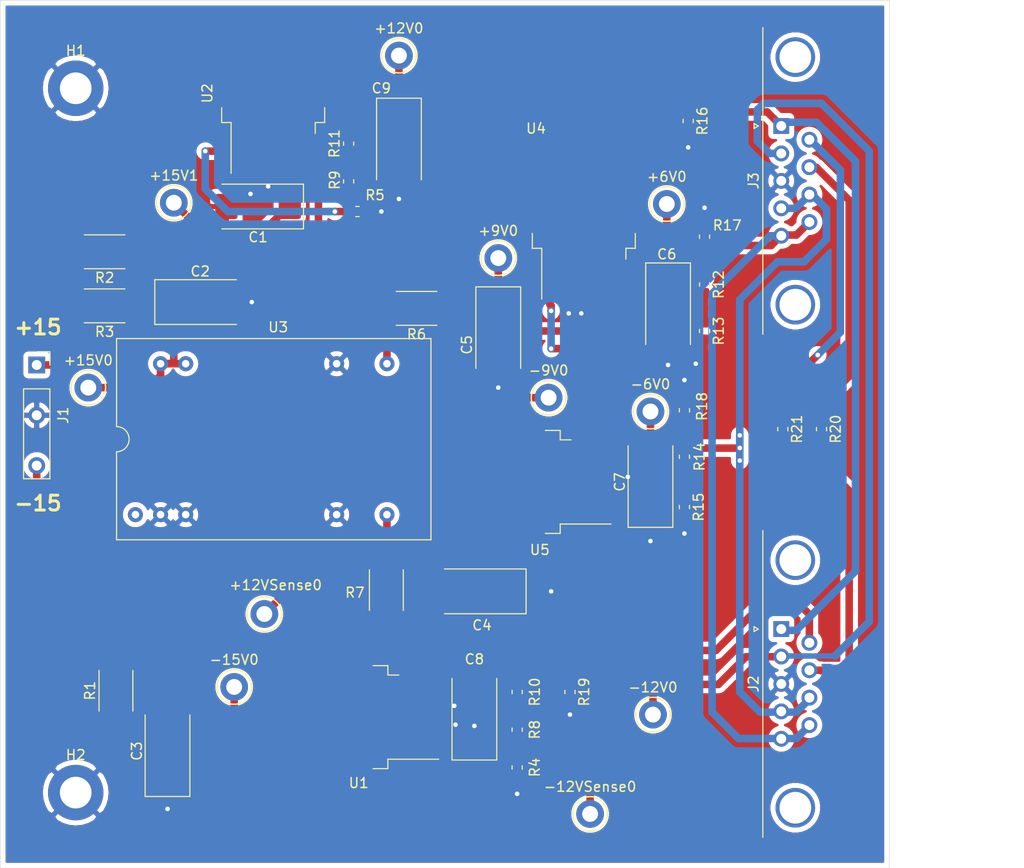
<source format=kicad_pcb>
(kicad_pcb (version 20171130) (host pcbnew "(5.0.2)-1")

  (general
    (thickness 1.6)
    (drawings 6)
    (tracks 311)
    (zones 0)
    (modules 51)
    (nets 26)
  )

  (page A4)
  (title_block
    (title "PPAC_Power)Distro")
    (date 2020-05-12)
    (rev Rev01)
    (company FRIB)
    (comment 1 "Pedro Rodriguez")
  )

  (layers
    (0 F.Cu signal)
    (31 B.Cu signal)
    (36 B.SilkS user)
    (37 F.SilkS user)
    (38 B.Mask user)
    (39 F.Mask user)
    (44 Edge.Cuts user)
    (45 Margin user)
    (46 B.CrtYd user)
    (47 F.CrtYd user)
    (49 F.Fab user hide)
  )

  (setup
    (last_trace_width 0.2032)
    (user_trace_width 0.508)
    (user_trace_width 0.5588)
    (user_trace_width 0.762)
    (trace_clearance 0.2032)
    (zone_clearance 0.508)
    (zone_45_only no)
    (trace_min 0.2032)
    (segment_width 0.2)
    (edge_width 0.05)
    (via_size 0.508)
    (via_drill 0.254)
    (via_min_size 0.508)
    (via_min_drill 0.254)
    (user_via 0.762 0.4572)
    (uvia_size 0.508)
    (uvia_drill 0.254)
    (uvias_allowed no)
    (uvia_min_size 0.2032)
    (uvia_min_drill 0.127)
    (pcb_text_width 0.3)
    (pcb_text_size 1.5 1.5)
    (mod_edge_width 0.12)
    (mod_text_size 1 1)
    (mod_text_width 0.15)
    (pad_size 1.524 1.524)
    (pad_drill 0.762)
    (pad_to_mask_clearance 0.0508)
    (solder_mask_min_width 0.1016)
    (aux_axis_origin 107.823 139.065)
    (grid_origin 107.823 139.065)
    (visible_elements 7FFFFFFF)
    (pcbplotparams
      (layerselection 0x010f0_ffffffff)
      (usegerberextensions true)
      (usegerberattributes false)
      (usegerberadvancedattributes false)
      (creategerberjobfile false)
      (excludeedgelayer true)
      (linewidth 0.100000)
      (plotframeref false)
      (viasonmask false)
      (mode 1)
      (useauxorigin false)
      (hpglpennumber 1)
      (hpglpenspeed 20)
      (hpglpendiameter 15.000000)
      (psnegative false)
      (psa4output false)
      (plotreference true)
      (plotvalue true)
      (plotinvisibletext false)
      (padsonsilk false)
      (subtractmaskfromsilk false)
      (outputformat 1)
      (mirror false)
      (drillshape 0)
      (scaleselection 1)
      (outputdirectory "Gerber/"))
  )

  (net 0 "")
  (net 1 /+15V)
  (net 2 GND)
  (net 3 /-15V)
  (net 4 /-12V)
  (net 5 /+12V)
  (net 6 /+6V)
  (net 7 /-6V)
  (net 8 "Net-(J2-Pad0)")
  (net 9 "Net-(U3-Pad1)")
  (net 10 /+12V_Sense)
  (net 11 /-12V_Sense)
  (net 12 "Net-(R6-Pad2)")
  (net 13 "Net-(J3-Pad0)")
  (net 14 "Net-(R4-Pad1)")
  (net 15 "Net-(R5-Pad1)")
  (net 16 "Net-(R7-Pad2)")
  (net 17 "Net-(R12-Pad2)")
  (net 18 "Net-(R14-Pad2)")
  (net 19 "Net-(J3-Pad7)")
  (net 20 "Net-(J3-Pad6)")
  (net 21 "Net-(+15V1-Pad1)")
  (net 22 "Net-(+15V0-Pad1)")
  (net 23 "Net-(+9V0-Pad1)")
  (net 24 "Net-(-15V0-Pad1)")
  (net 25 "Net-(-9V0-Pad1)")

  (net_class Default "This is the default net class."
    (clearance 0.2032)
    (trace_width 0.2032)
    (via_dia 0.508)
    (via_drill 0.254)
    (uvia_dia 0.508)
    (uvia_drill 0.254)
    (diff_pair_gap 0.1524)
    (diff_pair_width 0.1524)
    (add_net /+12V)
    (add_net /+12V_Sense)
    (add_net /+15V)
    (add_net /+6V)
    (add_net /-12V)
    (add_net /-12V_Sense)
    (add_net /-15V)
    (add_net /-6V)
    (add_net GND)
    (add_net "Net-(+15V0-Pad1)")
    (add_net "Net-(+15V1-Pad1)")
    (add_net "Net-(+9V0-Pad1)")
    (add_net "Net-(-15V0-Pad1)")
    (add_net "Net-(-9V0-Pad1)")
    (add_net "Net-(J2-Pad0)")
    (add_net "Net-(J3-Pad0)")
    (add_net "Net-(J3-Pad6)")
    (add_net "Net-(J3-Pad7)")
    (add_net "Net-(R12-Pad2)")
    (add_net "Net-(R14-Pad2)")
    (add_net "Net-(R4-Pad1)")
    (add_net "Net-(R5-Pad1)")
    (add_net "Net-(R6-Pad2)")
    (add_net "Net-(R7-Pad2)")
    (add_net "Net-(U3-Pad1)")
  )

  (module FRIB_lib:Recom_REC75 (layer F.Cu) (tedit 5EDFF8FC) (tstamp 5EBB1087)
    (at 134.172001 95.758)
    (path /5EB9CB7D)
    (fp_text reference U3 (at 1.717999 -11.303) (layer F.SilkS)
      (effects (font (size 1 1) (thickness 0.15)))
    )
    (fp_text value Remcon_REC75_1209 (at 1.143 11.684) (layer F.Fab)
      (effects (font (size 1 1) (thickness 0.15)))
    )
    (fp_line (start -14.605 1.27) (end -14.605 10.16) (layer F.SilkS) (width 0.12))
    (fp_line (start -14.605 -10.16) (end -14.605 -1.27) (layer F.SilkS) (width 0.12))
    (fp_arc (start -14.605 0) (end -14.605 1.27) (angle -180) (layer F.SilkS) (width 0.12))
    (fp_line (start -14.605 10.16) (end -14.605 -10.16) (layer F.Fab) (width 0.12))
    (fp_line (start 17.145 10.16) (end -14.605 10.16) (layer F.Fab) (width 0.12))
    (fp_line (start 17.145 -10.16) (end 17.145 10.16) (layer F.Fab) (width 0.12))
    (fp_line (start -14.605 -10.16) (end 17.145 -10.16) (layer F.Fab) (width 0.12))
    (fp_line (start -14.605 10.16) (end 17.145 10.16) (layer F.SilkS) (width 0.12))
    (fp_line (start 17.145 -10.16) (end -14.605 -10.16) (layer F.SilkS) (width 0.12))
    (fp_line (start 17.145 10.16) (end 17.145 -10.16) (layer F.SilkS) (width 0.12))
    (pad 1 thru_hole circle (at -12.7 7.62) (size 1.524 1.524) (drill 0.762) (layers *.Cu *.Mask)
      (net 9 "Net-(U3-Pad1)"))
    (pad 23 thru_hole circle (at -10.16 -7.62) (size 1.524 1.524) (drill 0.762) (layers *.Cu *.Mask)
      (net 22 "Net-(+15V0-Pad1)"))
    (pad 22 thru_hole circle (at -7.62 -7.62) (size 1.524 1.524) (drill 0.762) (layers *.Cu *.Mask)
      (net 22 "Net-(+15V0-Pad1)"))
    (pad 16 thru_hole circle (at 7.62 -7.62) (size 1.524 1.524) (drill 0.762) (layers *.Cu *.Mask)
      (net 2 GND))
    (pad 14 thru_hole circle (at 12.7 -7.62) (size 1.524 1.524) (drill 0.762) (layers *.Cu *.Mask)
      (net 12 "Net-(R6-Pad2)"))
    (pad 11 thru_hole circle (at 12.7 7.62) (size 1.524 1.524) (drill 0.762) (layers *.Cu *.Mask)
      (net 16 "Net-(R7-Pad2)"))
    (pad 9 thru_hole circle (at 7.62 7.62) (size 1.524 1.524) (drill 0.762) (layers *.Cu *.Mask)
      (net 2 GND))
    (pad 3 thru_hole circle (at -7.62 7.62) (size 1.524 1.524) (drill 0.762) (layers *.Cu *.Mask)
      (net 2 GND))
    (pad 2 thru_hole circle (at -10.16 7.62) (size 1.524 1.524) (drill 0.762) (layers *.Cu *.Mask)
      (net 2 GND))
  )

  (module MountingHole:MountingHole_3.2mm_M3_DIN965_Pad (layer F.Cu) (tedit 56D1B4CB) (tstamp 5ECD75F8)
    (at 115.443 131.445)
    (descr "Mounting Hole 3.2mm, M3, DIN965")
    (tags "mounting hole 3.2mm m3 din965")
    (path /5ECDAA21)
    (attr virtual)
    (fp_text reference H2 (at 0 -3.8) (layer F.SilkS)
      (effects (font (size 1 1) (thickness 0.15)))
    )
    (fp_text value MountingHole_Pad (at 0 3.8) (layer F.Fab)
      (effects (font (size 1 1) (thickness 0.15)))
    )
    (fp_circle (center 0 0) (end 3.05 0) (layer F.CrtYd) (width 0.05))
    (fp_circle (center 0 0) (end 2.8 0) (layer Cmts.User) (width 0.15))
    (fp_text user %R (at 0.3 0) (layer F.Fab)
      (effects (font (size 1 1) (thickness 0.15)))
    )
    (pad 1 thru_hole circle (at 0 0) (size 5.6 5.6) (drill 3.2) (layers *.Cu *.Mask)
      (net 2 GND))
  )

  (module MountingHole:MountingHole_3.2mm_M3_DIN965_Pad (layer F.Cu) (tedit 56D1B4CB) (tstamp 5ECD75F0)
    (at 115.443 60.325)
    (descr "Mounting Hole 3.2mm, M3, DIN965")
    (tags "mounting hole 3.2mm m3 din965")
    (path /5ECD9A61)
    (attr virtual)
    (fp_text reference H1 (at 0 -3.8) (layer F.SilkS)
      (effects (font (size 1 1) (thickness 0.15)))
    )
    (fp_text value MountingHole_Pad (at 0 3.8) (layer F.Fab)
      (effects (font (size 1 1) (thickness 0.15)))
    )
    (fp_circle (center 0 0) (end 3.05 0) (layer F.CrtYd) (width 0.05))
    (fp_circle (center 0 0) (end 2.8 0) (layer Cmts.User) (width 0.15))
    (fp_text user %R (at 0.3 0) (layer F.Fab)
      (effects (font (size 1 1) (thickness 0.15)))
    )
    (pad 1 thru_hole circle (at 0 0) (size 5.6 5.6) (drill 3.2) (layers *.Cu *.Mask)
      (net 2 GND))
  )

  (module Resistor_SMD:R_0603_1608Metric_Pad1.05x0.95mm_HandSolder (layer F.Cu) (tedit 5B301BBD) (tstamp 5EBC7F70)
    (at 143.002 65.913 90)
    (descr "Resistor SMD 0603 (1608 Metric), square (rectangular) end terminal, IPC_7351 nominal with elongated pad for handsoldering. (Body size source: http://www.tortai-tech.com/upload/download/2011102023233369053.pdf), generated with kicad-footprint-generator")
    (tags "resistor handsolder")
    (path /5ECD0012)
    (attr smd)
    (fp_text reference R11 (at 0 -1.43 90) (layer F.SilkS)
      (effects (font (size 1 1) (thickness 0.15)))
    )
    (fp_text value 100R (at 0 1.43 90) (layer F.Fab)
      (effects (font (size 1 1) (thickness 0.15)))
    )
    (fp_text user %R (at 0 0 90) (layer F.Fab)
      (effects (font (size 0.4 0.4) (thickness 0.06)))
    )
    (fp_line (start 1.65 0.73) (end -1.65 0.73) (layer F.CrtYd) (width 0.05))
    (fp_line (start 1.65 -0.73) (end 1.65 0.73) (layer F.CrtYd) (width 0.05))
    (fp_line (start -1.65 -0.73) (end 1.65 -0.73) (layer F.CrtYd) (width 0.05))
    (fp_line (start -1.65 0.73) (end -1.65 -0.73) (layer F.CrtYd) (width 0.05))
    (fp_line (start -0.171267 0.51) (end 0.171267 0.51) (layer F.SilkS) (width 0.12))
    (fp_line (start -0.171267 -0.51) (end 0.171267 -0.51) (layer F.SilkS) (width 0.12))
    (fp_line (start 0.8 0.4) (end -0.8 0.4) (layer F.Fab) (width 0.1))
    (fp_line (start 0.8 -0.4) (end 0.8 0.4) (layer F.Fab) (width 0.1))
    (fp_line (start -0.8 -0.4) (end 0.8 -0.4) (layer F.Fab) (width 0.1))
    (fp_line (start -0.8 0.4) (end -0.8 -0.4) (layer F.Fab) (width 0.1))
    (pad 2 smd roundrect (at 0.875 0 90) (size 1.05 0.95) (layers F.Cu F.Paste F.Mask) (roundrect_rratio 0.25)
      (net 5 /+12V))
    (pad 1 smd roundrect (at -0.875 0 90) (size 1.05 0.95) (layers F.Cu F.Paste F.Mask) (roundrect_rratio 0.25)
      (net 10 /+12V_Sense))
    (model ${KISYS3DMOD}/Resistor_SMD.3dshapes/R_0603_1608Metric.wrl
      (at (xyz 0 0 0))
      (scale (xyz 1 1 1))
      (rotate (xyz 0 0 0))
    )
  )

  (module Resistor_SMD:R_2512_6332Metric_Pad1.52x3.35mm_HandSolder (layer F.Cu) (tedit 5B301BBD) (tstamp 5EBCAC75)
    (at 146.812 110.998 90)
    (descr "Resistor SMD 2512 (6332 Metric), square (rectangular) end terminal, IPC_7351 nominal with elongated pad for handsoldering. (Body size source: http://www.tortai-tech.com/upload/download/2011102023233369053.pdf), generated with kicad-footprint-generator")
    (tags "resistor handsolder")
    (path /5ED274A4)
    (attr smd)
    (fp_text reference R7 (at -0.254 -3.175) (layer F.SilkS)
      (effects (font (size 1 1) (thickness 0.15)))
    )
    (fp_text value 2R2 (at 0 2.62 90) (layer F.Fab)
      (effects (font (size 1 1) (thickness 0.15)))
    )
    (fp_text user %R (at 0 0 90) (layer F.Fab)
      (effects (font (size 1 1) (thickness 0.15)))
    )
    (fp_line (start 4 1.92) (end -4 1.92) (layer F.CrtYd) (width 0.05))
    (fp_line (start 4 -1.92) (end 4 1.92) (layer F.CrtYd) (width 0.05))
    (fp_line (start -4 -1.92) (end 4 -1.92) (layer F.CrtYd) (width 0.05))
    (fp_line (start -4 1.92) (end -4 -1.92) (layer F.CrtYd) (width 0.05))
    (fp_line (start -2.052064 1.71) (end 2.052064 1.71) (layer F.SilkS) (width 0.12))
    (fp_line (start -2.052064 -1.71) (end 2.052064 -1.71) (layer F.SilkS) (width 0.12))
    (fp_line (start 3.15 1.6) (end -3.15 1.6) (layer F.Fab) (width 0.1))
    (fp_line (start 3.15 -1.6) (end 3.15 1.6) (layer F.Fab) (width 0.1))
    (fp_line (start -3.15 -1.6) (end 3.15 -1.6) (layer F.Fab) (width 0.1))
    (fp_line (start -3.15 1.6) (end -3.15 -1.6) (layer F.Fab) (width 0.1))
    (pad 2 smd roundrect (at 2.9875 0 90) (size 1.525 3.35) (layers F.Cu F.Paste F.Mask) (roundrect_rratio 0.163934)
      (net 16 "Net-(R7-Pad2)"))
    (pad 1 smd roundrect (at -2.9875 0 90) (size 1.525 3.35) (layers F.Cu F.Paste F.Mask) (roundrect_rratio 0.163934)
      (net 25 "Net-(-9V0-Pad1)"))
    (model ${KISYS3DMOD}/Resistor_SMD.3dshapes/R_2512_6332Metric.wrl
      (at (xyz 0 0 0))
      (scale (xyz 1 1 1))
      (rotate (xyz 0 0 0))
    )
  )

  (module Capacitor_Tantalum_SMD:CP_EIA-7343-31_Kemet-D_Pad2.25x2.55mm_HandSolder (layer F.Cu) (tedit 5B301BBE) (tstamp 5EE01AE2)
    (at 156.337 111.125 180)
    (descr "Tantalum Capacitor SMD Kemet-D (7343-31 Metric), IPC_7351 nominal, (Body size from: http://www.kemet.com/Lists/ProductCatalog/Attachments/253/KEM_TC101_STD.pdf), generated with kicad-footprint-generator")
    (tags "capacitor tantalum")
    (path /5EC55D05)
    (attr smd)
    (fp_text reference C4 (at -0.127 -3.429) (layer F.SilkS)
      (effects (font (size 1 1) (thickness 0.15)))
    )
    (fp_text value 47uF (at 0 3.1) (layer F.Fab)
      (effects (font (size 1 1) (thickness 0.15)))
    )
    (fp_text user %R (at 0 0) (layer F.Fab)
      (effects (font (size 1 1) (thickness 0.15)))
    )
    (fp_line (start 4.58 2.4) (end -4.58 2.4) (layer F.CrtYd) (width 0.05))
    (fp_line (start 4.58 -2.4) (end 4.58 2.4) (layer F.CrtYd) (width 0.05))
    (fp_line (start -4.58 -2.4) (end 4.58 -2.4) (layer F.CrtYd) (width 0.05))
    (fp_line (start -4.58 2.4) (end -4.58 -2.4) (layer F.CrtYd) (width 0.05))
    (fp_line (start -4.585 2.26) (end 3.65 2.26) (layer F.SilkS) (width 0.12))
    (fp_line (start -4.585 -2.26) (end -4.585 2.26) (layer F.SilkS) (width 0.12))
    (fp_line (start 3.65 -2.26) (end -4.585 -2.26) (layer F.SilkS) (width 0.12))
    (fp_line (start 3.65 2.15) (end 3.65 -2.15) (layer F.Fab) (width 0.1))
    (fp_line (start -3.65 2.15) (end 3.65 2.15) (layer F.Fab) (width 0.1))
    (fp_line (start -3.65 -1.15) (end -3.65 2.15) (layer F.Fab) (width 0.1))
    (fp_line (start -2.65 -2.15) (end -3.65 -1.15) (layer F.Fab) (width 0.1))
    (fp_line (start 3.65 -2.15) (end -2.65 -2.15) (layer F.Fab) (width 0.1))
    (pad 2 smd roundrect (at 3.2 0 180) (size 2.25 2.55) (layers F.Cu F.Paste F.Mask) (roundrect_rratio 0.111111)
      (net 25 "Net-(-9V0-Pad1)"))
    (pad 1 smd roundrect (at -3.2 0 180) (size 2.25 2.55) (layers F.Cu F.Paste F.Mask) (roundrect_rratio 0.111111)
      (net 2 GND))
    (model ${KISYS3DMOD}/Capacitor_Tantalum_SMD.3dshapes/CP_EIA-7343-31_Kemet-D.wrl
      (at (xyz 0 0 0))
      (scale (xyz 1 1 1))
      (rotate (xyz 0 0 0))
    )
  )

  (module Connector_PinSocket_2.54mm:PinSocket_1x03_P2.54mm_Vertical (layer F.Cu) (tedit 5EC6B800) (tstamp 5EBC8794)
    (at 111.506 93.345)
    (descr "Through hole straight socket strip, 1x03, 2.54mm pitch, single row (from Kicad 4.0.7), script generated")
    (tags "Through hole socket strip THT 1x03 2.54mm single row")
    (path /5EC6F1A2)
    (fp_text reference J1 (at 2.667 0 270) (layer F.SilkS)
      (effects (font (size 1 1) (thickness 0.15)))
    )
    (fp_text value Screw_Terminal_x03 (at 0 7.85) (layer F.Fab)
      (effects (font (size 1 1) (thickness 0.15)))
    )
    (fp_text user %R (at 0 2.54 90) (layer F.Fab)
      (effects (font (size 1 1) (thickness 0.15)))
    )
    (fp_line (start -1.8 6.85) (end -1.8 -6.88) (layer F.CrtYd) (width 0.05))
    (fp_line (start 1.75 6.85) (end -1.8 6.85) (layer F.CrtYd) (width 0.05))
    (fp_line (start 1.75 -6.88) (end 1.75 6.85) (layer F.CrtYd) (width 0.05))
    (fp_line (start -1.8 -6.88) (end 1.75 -6.88) (layer F.CrtYd) (width 0.05))
    (fp_line (start 0 -6.41) (end 1.33 -6.41) (layer F.SilkS) (width 0.12))
    (fp_line (start 1.33 -6.41) (end 1.33 -5.08) (layer F.SilkS) (width 0.12))
    (fp_line (start 1.33 -2.667) (end 1.33 6.41) (layer F.SilkS) (width 0.12))
    (fp_line (start -1.33 6.41) (end 1.33 6.41) (layer F.SilkS) (width 0.12))
    (fp_line (start -1.33 -2.667) (end -1.33 6.41) (layer F.SilkS) (width 0.12))
    (fp_line (start -1.27 -2.667) (end 1.33 -2.667) (layer F.SilkS) (width 0.12))
    (fp_line (start -1.27 6.35) (end -1.27 -6.35) (layer F.Fab) (width 0.1))
    (fp_line (start 1.27 6.35) (end -1.27 6.35) (layer F.Fab) (width 0.1))
    (fp_line (start 1.27 -5.715) (end 1.27 6.35) (layer F.Fab) (width 0.1))
    (fp_line (start 0.635 -6.35) (end 1.27 -5.715) (layer F.Fab) (width 0.1))
    (fp_line (start -1.27 -6.35) (end 0.635 -6.35) (layer F.Fab) (width 0.1))
    (pad 3 thru_hole oval (at 0 5.08) (size 1.7 1.7) (drill 1) (layers *.Cu *.Mask)
      (net 3 /-15V))
    (pad 2 thru_hole oval (at 0 0) (size 1.7 1.7) (drill 1) (layers *.Cu *.Mask)
      (net 2 GND))
    (pad 1 thru_hole rect (at 0 -5.08) (size 1.7 1.7) (drill 1) (layers *.Cu *.Mask)
      (net 1 /+15V))
    (model ${KISYS3DMOD}/Connector_PinSocket_2.54mm.3dshapes/PinSocket_1x03_P2.54mm_Vertical.wrl
      (at (xyz 0 0 0))
      (scale (xyz 1 1 1))
      (rotate (xyz 0 0 0))
    )
  )

  (module Capacitor_Tantalum_SMD:CP_EIA-7343-31_Kemet-D_Pad2.25x2.55mm_HandSolder (layer F.Cu) (tedit 5B301BBE) (tstamp 5EBDB77D)
    (at 128.016 81.915)
    (descr "Tantalum Capacitor SMD Kemet-D (7343-31 Metric), IPC_7351 nominal, (Body size from: http://www.kemet.com/Lists/ProductCatalog/Attachments/253/KEM_TC101_STD.pdf), generated with kicad-footprint-generator")
    (tags "capacitor tantalum")
    (path /5EC53E1D)
    (attr smd)
    (fp_text reference C2 (at 0 -3.1) (layer F.SilkS)
      (effects (font (size 1 1) (thickness 0.15)))
    )
    (fp_text value 47uF (at 0 3.1) (layer F.Fab)
      (effects (font (size 1 1) (thickness 0.15)))
    )
    (fp_line (start 3.65 -2.15) (end -2.65 -2.15) (layer F.Fab) (width 0.1))
    (fp_line (start -2.65 -2.15) (end -3.65 -1.15) (layer F.Fab) (width 0.1))
    (fp_line (start -3.65 -1.15) (end -3.65 2.15) (layer F.Fab) (width 0.1))
    (fp_line (start -3.65 2.15) (end 3.65 2.15) (layer F.Fab) (width 0.1))
    (fp_line (start 3.65 2.15) (end 3.65 -2.15) (layer F.Fab) (width 0.1))
    (fp_line (start 3.65 -2.26) (end -4.585 -2.26) (layer F.SilkS) (width 0.12))
    (fp_line (start -4.585 -2.26) (end -4.585 2.26) (layer F.SilkS) (width 0.12))
    (fp_line (start -4.585 2.26) (end 3.65 2.26) (layer F.SilkS) (width 0.12))
    (fp_line (start -4.58 2.4) (end -4.58 -2.4) (layer F.CrtYd) (width 0.05))
    (fp_line (start -4.58 -2.4) (end 4.58 -2.4) (layer F.CrtYd) (width 0.05))
    (fp_line (start 4.58 -2.4) (end 4.58 2.4) (layer F.CrtYd) (width 0.05))
    (fp_line (start 4.58 2.4) (end -4.58 2.4) (layer F.CrtYd) (width 0.05))
    (fp_text user %R (at 0 0) (layer F.Fab)
      (effects (font (size 1 1) (thickness 0.15)))
    )
    (pad 1 smd roundrect (at -3.2 0) (size 2.25 2.55) (layers F.Cu F.Paste F.Mask) (roundrect_rratio 0.111111)
      (net 22 "Net-(+15V0-Pad1)"))
    (pad 2 smd roundrect (at 3.2 0) (size 2.25 2.55) (layers F.Cu F.Paste F.Mask) (roundrect_rratio 0.111111)
      (net 2 GND))
    (model ${KISYS3DMOD}/Capacitor_Tantalum_SMD.3dshapes/CP_EIA-7343-31_Kemet-D.wrl
      (at (xyz 0 0 0))
      (scale (xyz 1 1 1))
      (rotate (xyz 0 0 0))
    )
  )

  (module Resistor_SMD:R_2512_6332Metric_Pad1.52x3.35mm_HandSolder (layer F.Cu) (tedit 5B301BBD) (tstamp 5EBF1C99)
    (at 118.364 82.296 180)
    (descr "Resistor SMD 2512 (6332 Metric), square (rectangular) end terminal, IPC_7351 nominal with elongated pad for handsoldering. (Body size source: http://www.tortai-tech.com/upload/download/2011102023233369053.pdf), generated with kicad-footprint-generator")
    (tags "resistor handsolder")
    (path /5ED0492B)
    (attr smd)
    (fp_text reference R3 (at 0 -2.62) (layer F.SilkS)
      (effects (font (size 1 1) (thickness 0.15)))
    )
    (fp_text value 2R2 (at 0 2.62) (layer F.Fab)
      (effects (font (size 1 1) (thickness 0.15)))
    )
    (fp_text user %R (at 0 0) (layer F.Fab)
      (effects (font (size 1 1) (thickness 0.15)))
    )
    (fp_line (start 4 1.92) (end -4 1.92) (layer F.CrtYd) (width 0.05))
    (fp_line (start 4 -1.92) (end 4 1.92) (layer F.CrtYd) (width 0.05))
    (fp_line (start -4 -1.92) (end 4 -1.92) (layer F.CrtYd) (width 0.05))
    (fp_line (start -4 1.92) (end -4 -1.92) (layer F.CrtYd) (width 0.05))
    (fp_line (start -2.052064 1.71) (end 2.052064 1.71) (layer F.SilkS) (width 0.12))
    (fp_line (start -2.052064 -1.71) (end 2.052064 -1.71) (layer F.SilkS) (width 0.12))
    (fp_line (start 3.15 1.6) (end -3.15 1.6) (layer F.Fab) (width 0.1))
    (fp_line (start 3.15 -1.6) (end 3.15 1.6) (layer F.Fab) (width 0.1))
    (fp_line (start -3.15 -1.6) (end 3.15 -1.6) (layer F.Fab) (width 0.1))
    (fp_line (start -3.15 1.6) (end -3.15 -1.6) (layer F.Fab) (width 0.1))
    (pad 2 smd roundrect (at 2.9875 0 180) (size 1.525 3.35) (layers F.Cu F.Paste F.Mask) (roundrect_rratio 0.163934)
      (net 1 /+15V))
    (pad 1 smd roundrect (at -2.9875 0 180) (size 1.525 3.35) (layers F.Cu F.Paste F.Mask) (roundrect_rratio 0.163934)
      (net 22 "Net-(+15V0-Pad1)"))
    (model ${KISYS3DMOD}/Resistor_SMD.3dshapes/R_2512_6332Metric.wrl
      (at (xyz 0 0 0))
      (scale (xyz 1 1 1))
      (rotate (xyz 0 0 0))
    )
  )

  (module Resistor_SMD:R_0603_1608Metric_Pad1.05x0.95mm_HandSolder (layer F.Cu) (tedit 5B301BBD) (tstamp 5EBA6429)
    (at 143.891 72.771)
    (descr "Resistor SMD 0603 (1608 Metric), square (rectangular) end terminal, IPC_7351 nominal with elongated pad for handsoldering. (Body size source: http://www.tortai-tech.com/upload/download/2011102023233369053.pdf), generated with kicad-footprint-generator")
    (tags "resistor handsolder")
    (path /5EC2D605)
    (attr smd)
    (fp_text reference R5 (at 1.778 -1.651) (layer F.SilkS)
      (effects (font (size 1 1) (thickness 0.15)))
    )
    (fp_text value 255R (at 0 1.43) (layer F.Fab)
      (effects (font (size 1 1) (thickness 0.15)))
    )
    (fp_line (start -0.8 0.4) (end -0.8 -0.4) (layer F.Fab) (width 0.1))
    (fp_line (start -0.8 -0.4) (end 0.8 -0.4) (layer F.Fab) (width 0.1))
    (fp_line (start 0.8 -0.4) (end 0.8 0.4) (layer F.Fab) (width 0.1))
    (fp_line (start 0.8 0.4) (end -0.8 0.4) (layer F.Fab) (width 0.1))
    (fp_line (start -0.171267 -0.51) (end 0.171267 -0.51) (layer F.SilkS) (width 0.12))
    (fp_line (start -0.171267 0.51) (end 0.171267 0.51) (layer F.SilkS) (width 0.12))
    (fp_line (start -1.65 0.73) (end -1.65 -0.73) (layer F.CrtYd) (width 0.05))
    (fp_line (start -1.65 -0.73) (end 1.65 -0.73) (layer F.CrtYd) (width 0.05))
    (fp_line (start 1.65 -0.73) (end 1.65 0.73) (layer F.CrtYd) (width 0.05))
    (fp_line (start 1.65 0.73) (end -1.65 0.73) (layer F.CrtYd) (width 0.05))
    (fp_text user %R (at 0 0) (layer F.Fab)
      (effects (font (size 0.4 0.4) (thickness 0.06)))
    )
    (pad 1 smd roundrect (at -0.875 0) (size 1.05 0.95) (layers F.Cu F.Paste F.Mask) (roundrect_rratio 0.25)
      (net 15 "Net-(R5-Pad1)"))
    (pad 2 smd roundrect (at 0.875 0) (size 1.05 0.95) (layers F.Cu F.Paste F.Mask) (roundrect_rratio 0.25)
      (net 2 GND))
    (model ${KISYS3DMOD}/Resistor_SMD.3dshapes/R_0603_1608Metric.wrl
      (at (xyz 0 0 0))
      (scale (xyz 1 1 1))
      (rotate (xyz 0 0 0))
    )
  )

  (module Resistor_SMD:R_0603_1608Metric_Pad1.05x0.95mm_HandSolder (layer F.Cu) (tedit 5B301BBD) (tstamp 5EBEA2FD)
    (at 186.847 94.742 270)
    (descr "Resistor SMD 0603 (1608 Metric), square (rectangular) end terminal, IPC_7351 nominal with elongated pad for handsoldering. (Body size source: http://www.tortai-tech.com/upload/download/2011102023233369053.pdf), generated with kicad-footprint-generator")
    (tags "resistor handsolder")
    (path /5EBFB1E9)
    (attr smd)
    (fp_text reference R21 (at 0 -1.43 90) (layer F.SilkS)
      (effects (font (size 1 1) (thickness 0.15)))
    )
    (fp_text value 10R (at 0 1.43 90) (layer F.Fab)
      (effects (font (size 1 1) (thickness 0.15)))
    )
    (fp_text user %R (at 0 0 90) (layer F.Fab)
      (effects (font (size 0.4 0.4) (thickness 0.06)))
    )
    (fp_line (start 1.65 0.73) (end -1.65 0.73) (layer F.CrtYd) (width 0.05))
    (fp_line (start 1.65 -0.73) (end 1.65 0.73) (layer F.CrtYd) (width 0.05))
    (fp_line (start -1.65 -0.73) (end 1.65 -0.73) (layer F.CrtYd) (width 0.05))
    (fp_line (start -1.65 0.73) (end -1.65 -0.73) (layer F.CrtYd) (width 0.05))
    (fp_line (start -0.171267 0.51) (end 0.171267 0.51) (layer F.SilkS) (width 0.12))
    (fp_line (start -0.171267 -0.51) (end 0.171267 -0.51) (layer F.SilkS) (width 0.12))
    (fp_line (start 0.8 0.4) (end -0.8 0.4) (layer F.Fab) (width 0.1))
    (fp_line (start 0.8 -0.4) (end 0.8 0.4) (layer F.Fab) (width 0.1))
    (fp_line (start -0.8 -0.4) (end 0.8 -0.4) (layer F.Fab) (width 0.1))
    (fp_line (start -0.8 0.4) (end -0.8 -0.4) (layer F.Fab) (width 0.1))
    (pad 2 smd roundrect (at 0.875 0 270) (size 1.05 0.95) (layers F.Cu F.Paste F.Mask) (roundrect_rratio 0.25)
      (net 10 /+12V_Sense))
    (pad 1 smd roundrect (at -0.875 0 270) (size 1.05 0.95) (layers F.Cu F.Paste F.Mask) (roundrect_rratio 0.25)
      (net 20 "Net-(J3-Pad6)"))
    (model ${KISYS3DMOD}/Resistor_SMD.3dshapes/R_0603_1608Metric.wrl
      (at (xyz 0 0 0))
      (scale (xyz 1 1 1))
      (rotate (xyz 0 0 0))
    )
  )

  (module Resistor_SMD:R_0603_1608Metric_Pad1.05x0.95mm_HandSolder (layer F.Cu) (tedit 5B301BBD) (tstamp 5EBEA2EC)
    (at 190.754 94.742 270)
    (descr "Resistor SMD 0603 (1608 Metric), square (rectangular) end terminal, IPC_7351 nominal with elongated pad for handsoldering. (Body size source: http://www.tortai-tech.com/upload/download/2011102023233369053.pdf), generated with kicad-footprint-generator")
    (tags "resistor handsolder")
    (path /5EBFA124)
    (attr smd)
    (fp_text reference R20 (at 0 -1.43 90) (layer F.SilkS)
      (effects (font (size 1 1) (thickness 0.15)))
    )
    (fp_text value 10R (at 0 1.43 90) (layer F.Fab)
      (effects (font (size 1 1) (thickness 0.15)))
    )
    (fp_text user %R (at 0 0 90) (layer F.Fab)
      (effects (font (size 0.4 0.4) (thickness 0.06)))
    )
    (fp_line (start 1.65 0.73) (end -1.65 0.73) (layer F.CrtYd) (width 0.05))
    (fp_line (start 1.65 -0.73) (end 1.65 0.73) (layer F.CrtYd) (width 0.05))
    (fp_line (start -1.65 -0.73) (end 1.65 -0.73) (layer F.CrtYd) (width 0.05))
    (fp_line (start -1.65 0.73) (end -1.65 -0.73) (layer F.CrtYd) (width 0.05))
    (fp_line (start -0.171267 0.51) (end 0.171267 0.51) (layer F.SilkS) (width 0.12))
    (fp_line (start -0.171267 -0.51) (end 0.171267 -0.51) (layer F.SilkS) (width 0.12))
    (fp_line (start 0.8 0.4) (end -0.8 0.4) (layer F.Fab) (width 0.1))
    (fp_line (start 0.8 -0.4) (end 0.8 0.4) (layer F.Fab) (width 0.1))
    (fp_line (start -0.8 -0.4) (end 0.8 -0.4) (layer F.Fab) (width 0.1))
    (fp_line (start -0.8 0.4) (end -0.8 -0.4) (layer F.Fab) (width 0.1))
    (pad 2 smd roundrect (at 0.875 0 270) (size 1.05 0.95) (layers F.Cu F.Paste F.Mask) (roundrect_rratio 0.25)
      (net 11 /-12V_Sense))
    (pad 1 smd roundrect (at -0.875 0 270) (size 1.05 0.95) (layers F.Cu F.Paste F.Mask) (roundrect_rratio 0.25)
      (net 19 "Net-(J3-Pad7)"))
    (model ${KISYS3DMOD}/Resistor_SMD.3dshapes/R_0603_1608Metric.wrl
      (at (xyz 0 0 0))
      (scale (xyz 1 1 1))
      (rotate (xyz 0 0 0))
    )
  )

  (module Connector_Dsub:DSUB-9_Female_Horizontal_P2.77x2.84mm_EdgePinOffset14.56mm_Housed_MountingHolesOffset15.98mm (layer F.Cu) (tedit 5EBDB1A2) (tstamp 5EBA63BD)
    (at 186.69 114.935 90)
    (descr "9-pin D-Sub connector, horizontal/angled (90 deg), THT-mount, female, pitch 2.77x2.84mm, pin-PCB-offset 14.56mm, distance of mounting holes 25mm, distance of mounting holes to PCB edge 15.979999999999999mm, see https://disti-assets.s3.amazonaws.com/tonar/files/datasheets/16730.pdf")
    (tags "9-pin D-Sub connector horizontal angled 90deg THT female pitch 2.77x2.84mm pin-PCB-offset 14.56mm mounting-holes-distance 25mm mounting-hole-offset 25mm")
    (path /5EB167AC)
    (fp_text reference J2 (at -5.54 -2.8 90) (layer F.SilkS)
      (effects (font (size 1 1) (thickness 0.15)))
    )
    (fp_text value DB9_Female_MountingHoles (at -5.54 25.47 90) (layer F.Fab)
      (effects (font (size 1 1) (thickness 0.15)))
    )
    (fp_arc (start -18.04 1.42) (end -19.64 1.42) (angle 180) (layer F.Fab) (width 0.1))
    (fp_arc (start 6.96 1.42) (end 5.36 1.42) (angle 180) (layer F.Fab) (width 0.1))
    (fp_line (start -20.965 -1.8) (end -20.965 17.4) (layer F.Fab) (width 0.1))
    (fp_line (start -20.965 17.4) (end 9.885 17.4) (layer F.Fab) (width 0.1))
    (fp_line (start 9.885 17.4) (end 9.885 -1.8) (layer F.Fab) (width 0.1))
    (fp_line (start 9.885 -1.8) (end -20.965 -1.8) (layer F.Fab) (width 0.1))
    (fp_line (start -20.965 17.4) (end -20.965 17.8) (layer F.Fab) (width 0.1))
    (fp_line (start -20.965 17.8) (end 9.885 17.8) (layer F.Fab) (width 0.1))
    (fp_line (start 9.885 17.8) (end 9.885 17.4) (layer F.Fab) (width 0.1))
    (fp_line (start 9.885 17.4) (end -20.965 17.4) (layer F.Fab) (width 0.1))
    (fp_line (start -13.69 17.8) (end -13.69 23.97) (layer F.Fab) (width 0.1))
    (fp_line (start -13.69 23.97) (end 2.61 23.97) (layer F.Fab) (width 0.1))
    (fp_line (start 2.61 23.97) (end 2.61 17.8) (layer F.Fab) (width 0.1))
    (fp_line (start 2.61 17.8) (end -13.69 17.8) (layer F.Fab) (width 0.1))
    (fp_line (start -20.54 17.8) (end -20.54 22.8) (layer F.Fab) (width 0.1))
    (fp_line (start -20.54 22.8) (end -15.54 22.8) (layer F.Fab) (width 0.1))
    (fp_line (start -15.54 22.8) (end -15.54 17.8) (layer F.Fab) (width 0.1))
    (fp_line (start -15.54 17.8) (end -20.54 17.8) (layer F.Fab) (width 0.1))
    (fp_line (start 4.46 17.8) (end 4.46 22.8) (layer F.Fab) (width 0.1))
    (fp_line (start 4.46 22.8) (end 9.46 22.8) (layer F.Fab) (width 0.1))
    (fp_line (start 9.46 22.8) (end 9.46 17.8) (layer F.Fab) (width 0.1))
    (fp_line (start 9.46 17.8) (end 4.46 17.8) (layer F.Fab) (width 0.1))
    (fp_line (start -19.64 17.4) (end -19.64 1.42) (layer F.Fab) (width 0.1))
    (fp_line (start -16.44 17.4) (end -16.44 1.42) (layer F.Fab) (width 0.1))
    (fp_line (start 5.36 17.4) (end 5.36 1.42) (layer F.Fab) (width 0.1))
    (fp_line (start 8.56 17.4) (end 8.56 1.42) (layer F.Fab) (width 0.1))
    (fp_line (start -21.025 -1.86) (end 9.945 -1.86) (layer F.SilkS) (width 0.12))
    (fp_line (start -0.25 -2.754338) (end 0.25 -2.754338) (layer F.SilkS) (width 0.12))
    (fp_line (start 0.25 -2.754338) (end 0 -2.321325) (layer F.SilkS) (width 0.12))
    (fp_line (start 0 -2.321325) (end -0.25 -2.754338) (layer F.SilkS) (width 0.12))
    (fp_line (start -21.5 -2.3) (end -21.5 24.5) (layer F.CrtYd) (width 0.05))
    (fp_line (start -21.5 24.5) (end 10.4 24.5) (layer F.CrtYd) (width 0.05))
    (fp_line (start 10.4 24.5) (end 10.4 -2.3) (layer F.CrtYd) (width 0.05))
    (fp_line (start 10.4 -2.3) (end -21.5 -2.3) (layer F.CrtYd) (width 0.05))
    (fp_text user %R (at -5.54 20.885 90) (layer F.Fab)
      (effects (font (size 1 1) (thickness 0.15)))
    )
    (pad 1 thru_hole rect (at 0 0 90) (size 1.6 1.6) (drill 1) (layers *.Cu *.Mask)
      (net 5 /+12V))
    (pad 2 thru_hole circle (at -2.77 0 90) (size 1.6 1.6) (drill 1) (layers *.Cu *.Mask)
      (net 4 /-12V))
    (pad 3 thru_hole circle (at -5.54 0 90) (size 1.6 1.6) (drill 1) (layers *.Cu *.Mask)
      (net 2 GND))
    (pad 4 thru_hole circle (at -8.31 0 90) (size 1.6 1.6) (drill 1) (layers *.Cu *.Mask)
      (net 7 /-6V))
    (pad 5 thru_hole circle (at -11.08 0 90) (size 1.6 1.6) (drill 1) (layers *.Cu *.Mask)
      (net 6 /+6V))
    (pad 6 thru_hole circle (at -1.385 2.84 90) (size 1.6 1.6) (drill 1) (layers *.Cu *.Mask)
      (net 10 /+12V_Sense))
    (pad 7 thru_hole circle (at -4.155 2.84 90) (size 1.6 1.6) (drill 1) (layers *.Cu *.Mask)
      (net 11 /-12V_Sense))
    (pad 8 thru_hole circle (at -6.925 2.84 90) (size 1.6 1.6) (drill 1) (layers *.Cu *.Mask)
      (net 7 /-6V))
    (pad 9 thru_hole circle (at -9.695 2.84 90) (size 1.6 1.6) (drill 1) (layers *.Cu *.Mask)
      (net 6 /+6V))
    (pad 0 thru_hole circle (at -18.04 1.42 90) (size 4 4) (drill 3.2) (layers *.Cu *.Mask)
      (net 8 "Net-(J2-Pad0)"))
    (pad 0 thru_hole circle (at 6.96 1.42 90) (size 4 4) (drill 3.2) (layers *.Cu *.Mask)
      (net 8 "Net-(J2-Pad0)"))
    (model ${KISYS3DMOD}/Connector_Dsub.3dshapes/DSUB-9_Female_Horizontal_P2.77x2.84mm_EdgePinOffset14.56mm_Housed_MountingHolesOffset15.98mm.wrl
      (at (xyz 0 0 0))
      (scale (xyz 1 1 1))
      (rotate (xyz 0 0 0))
    )
  )

  (module Connector_Dsub:DSUB-9_Female_Horizontal_P2.77x2.84mm_EdgePinOffset14.56mm_Housed_MountingHolesOffset15.98mm (layer F.Cu) (tedit 5EBDB177) (tstamp 5EBCBA6E)
    (at 186.69 64.135 90)
    (descr "9-pin D-Sub connector, horizontal/angled (90 deg), THT-mount, female, pitch 2.77x2.84mm, pin-PCB-offset 14.56mm, distance of mounting holes 25mm, distance of mounting holes to PCB edge 15.979999999999999mm, see https://disti-assets.s3.amazonaws.com/tonar/files/datasheets/16730.pdf")
    (tags "9-pin D-Sub connector horizontal angled 90deg THT female pitch 2.77x2.84mm pin-PCB-offset 14.56mm mounting-holes-distance 25mm mounting-hole-offset 25mm")
    (path /5EB1907E)
    (fp_text reference J3 (at -5.54 -2.8 90) (layer F.SilkS)
      (effects (font (size 1 1) (thickness 0.15)))
    )
    (fp_text value DB9_Female_MountingHoles (at -5.54 25.47 90) (layer F.Fab)
      (effects (font (size 1 1) (thickness 0.15)))
    )
    (fp_text user %R (at -5.54 20.885 90) (layer F.Fab)
      (effects (font (size 1 1) (thickness 0.15)))
    )
    (fp_line (start 10.4 -2.3) (end -21.5 -2.3) (layer F.CrtYd) (width 0.05))
    (fp_line (start 10.4 24.5) (end 10.4 -2.3) (layer F.CrtYd) (width 0.05))
    (fp_line (start -21.5 24.5) (end 10.4 24.5) (layer F.CrtYd) (width 0.05))
    (fp_line (start -21.5 -2.3) (end -21.5 24.5) (layer F.CrtYd) (width 0.05))
    (fp_line (start 0 -2.321325) (end -0.25 -2.754338) (layer F.SilkS) (width 0.12))
    (fp_line (start 0.25 -2.754338) (end 0 -2.321325) (layer F.SilkS) (width 0.12))
    (fp_line (start -0.25 -2.754338) (end 0.25 -2.754338) (layer F.SilkS) (width 0.12))
    (fp_line (start -21.025 -1.86) (end 9.945 -1.86) (layer F.SilkS) (width 0.12))
    (fp_line (start 8.56 17.4) (end 8.56 1.42) (layer F.Fab) (width 0.1))
    (fp_line (start 5.36 17.4) (end 5.36 1.42) (layer F.Fab) (width 0.1))
    (fp_line (start -16.44 17.4) (end -16.44 1.42) (layer F.Fab) (width 0.1))
    (fp_line (start -19.64 17.4) (end -19.64 1.42) (layer F.Fab) (width 0.1))
    (fp_line (start 9.46 17.8) (end 4.46 17.8) (layer F.Fab) (width 0.1))
    (fp_line (start 9.46 22.8) (end 9.46 17.8) (layer F.Fab) (width 0.1))
    (fp_line (start 4.46 22.8) (end 9.46 22.8) (layer F.Fab) (width 0.1))
    (fp_line (start 4.46 17.8) (end 4.46 22.8) (layer F.Fab) (width 0.1))
    (fp_line (start -15.54 17.8) (end -20.54 17.8) (layer F.Fab) (width 0.1))
    (fp_line (start -15.54 22.8) (end -15.54 17.8) (layer F.Fab) (width 0.1))
    (fp_line (start -20.54 22.8) (end -15.54 22.8) (layer F.Fab) (width 0.1))
    (fp_line (start -20.54 17.8) (end -20.54 22.8) (layer F.Fab) (width 0.1))
    (fp_line (start 2.61 17.8) (end -13.69 17.8) (layer F.Fab) (width 0.1))
    (fp_line (start 2.61 23.97) (end 2.61 17.8) (layer F.Fab) (width 0.1))
    (fp_line (start -13.69 23.97) (end 2.61 23.97) (layer F.Fab) (width 0.1))
    (fp_line (start -13.69 17.8) (end -13.69 23.97) (layer F.Fab) (width 0.1))
    (fp_line (start 9.885 17.4) (end -20.965 17.4) (layer F.Fab) (width 0.1))
    (fp_line (start 9.885 17.8) (end 9.885 17.4) (layer F.Fab) (width 0.1))
    (fp_line (start -20.965 17.8) (end 9.885 17.8) (layer F.Fab) (width 0.1))
    (fp_line (start -20.965 17.4) (end -20.965 17.8) (layer F.Fab) (width 0.1))
    (fp_line (start 9.885 -1.8) (end -20.965 -1.8) (layer F.Fab) (width 0.1))
    (fp_line (start 9.885 17.4) (end 9.885 -1.8) (layer F.Fab) (width 0.1))
    (fp_line (start -20.965 17.4) (end 9.885 17.4) (layer F.Fab) (width 0.1))
    (fp_line (start -20.965 -1.8) (end -20.965 17.4) (layer F.Fab) (width 0.1))
    (fp_arc (start 6.96 1.42) (end 5.36 1.42) (angle 180) (layer F.Fab) (width 0.1))
    (fp_arc (start -18.04 1.42) (end -19.64 1.42) (angle 180) (layer F.Fab) (width 0.1))
    (pad 0 thru_hole circle (at 6.96 1.42 90) (size 4 4) (drill 3.2) (layers *.Cu *.Mask)
      (net 13 "Net-(J3-Pad0)"))
    (pad 0 thru_hole circle (at -18.04 1.42 90) (size 4 4) (drill 3.2) (layers *.Cu *.Mask)
      (net 13 "Net-(J3-Pad0)"))
    (pad 9 thru_hole circle (at -9.695 2.84 90) (size 1.6 1.6) (drill 1) (layers *.Cu *.Mask)
      (net 6 /+6V))
    (pad 8 thru_hole circle (at -6.925 2.84 90) (size 1.6 1.6) (drill 1) (layers *.Cu *.Mask)
      (net 7 /-6V))
    (pad 7 thru_hole circle (at -4.155 2.84 90) (size 1.6 1.6) (drill 1) (layers *.Cu *.Mask)
      (net 19 "Net-(J3-Pad7)"))
    (pad 6 thru_hole circle (at -1.385 2.84 90) (size 1.6 1.6) (drill 1) (layers *.Cu *.Mask)
      (net 20 "Net-(J3-Pad6)"))
    (pad 5 thru_hole circle (at -11.08 0 90) (size 1.6 1.6) (drill 1) (layers *.Cu *.Mask)
      (net 6 /+6V))
    (pad 4 thru_hole circle (at -8.31 0 90) (size 1.6 1.6) (drill 1) (layers *.Cu *.Mask)
      (net 7 /-6V))
    (pad 3 thru_hole circle (at -5.54 0 90) (size 1.6 1.6) (drill 1) (layers *.Cu *.Mask)
      (net 2 GND))
    (pad 2 thru_hole circle (at -2.77 0 90) (size 1.6 1.6) (drill 1) (layers *.Cu *.Mask)
      (net 4 /-12V))
    (pad 1 thru_hole rect (at 0 0 90) (size 1.6 1.6) (drill 1) (layers *.Cu *.Mask)
      (net 5 /+12V))
    (model ${KISYS3DMOD}/Connector_Dsub.3dshapes/DSUB-9_Female_Horizontal_P2.77x2.84mm_EdgePinOffset14.56mm_Housed_MountingHolesOffset15.98mm.wrl
      (at (xyz 0 0 0))
      (scale (xyz 1 1 1))
      (rotate (xyz 0 0 0))
    )
  )

  (module TestPoint:TestPoint_Keystone_5005-5009_Compact (layer F.Cu) (tedit 5A0F774F) (tstamp 5EBDB432)
    (at 134.493 113.411)
    (descr "Keystone Miniature THM Test Point 5005-5009, http://www.keyelco.com/product-pdf.cfm?p=1314")
    (tags "Through Hole Mount Test Points")
    (path /5EC4615E)
    (fp_text reference +12VSense0 (at 1.143 -2.921) (layer F.SilkS)
      (effects (font (size 1 1) (thickness 0.15)))
    )
    (fp_text value TestPoint (at 0 2.75) (layer F.Fab)
      (effects (font (size 1 1) (thickness 0.15)))
    )
    (fp_circle (center 0 0) (end 1.75 0) (layer F.SilkS) (width 0.15))
    (fp_circle (center 0 0) (end 1.6 0) (layer F.Fab) (width 0.15))
    (fp_circle (center 0 0) (end 2 0) (layer F.CrtYd) (width 0.05))
    (fp_line (start -1.25 0.4) (end -1.25 -0.4) (layer F.Fab) (width 0.15))
    (fp_line (start 1.25 0.4) (end -1.25 0.4) (layer F.Fab) (width 0.15))
    (fp_line (start 1.25 -0.4) (end 1.25 0.4) (layer F.Fab) (width 0.15))
    (fp_line (start -1.25 -0.4) (end 1.25 -0.4) (layer F.Fab) (width 0.15))
    (fp_text user %R (at 0 0) (layer F.Fab)
      (effects (font (size 0.6 0.6) (thickness 0.09)))
    )
    (pad 1 thru_hole circle (at 0 0) (size 2.8 2.8) (drill 1.6) (layers *.Cu *.Mask)
      (net 10 /+12V_Sense))
    (model ${KISYS3DMOD}/TestPoint.3dshapes/TestPoint_Keystone_5005-5009_Compact.wrl
      (at (xyz 0 0 0))
      (scale (xyz 1 1 1))
      (rotate (xyz 0 0 0))
    )
  )

  (module TestPoint:TestPoint_Keystone_5005-5009_Compact (layer F.Cu) (tedit 5A0F774F) (tstamp 5EBDB425)
    (at 167.386 133.604)
    (descr "Keystone Miniature THM Test Point 5005-5009, http://www.keyelco.com/product-pdf.cfm?p=1314")
    (tags "Through Hole Mount Test Points")
    (path /5EC4BCE9)
    (fp_text reference -12VSense0 (at 0 -2.75) (layer F.SilkS)
      (effects (font (size 1 1) (thickness 0.15)))
    )
    (fp_text value TestPoint (at 0 2.75) (layer F.Fab)
      (effects (font (size 1 1) (thickness 0.15)))
    )
    (fp_circle (center 0 0) (end 1.75 0) (layer F.SilkS) (width 0.15))
    (fp_circle (center 0 0) (end 1.6 0) (layer F.Fab) (width 0.15))
    (fp_circle (center 0 0) (end 2 0) (layer F.CrtYd) (width 0.05))
    (fp_line (start -1.25 0.4) (end -1.25 -0.4) (layer F.Fab) (width 0.15))
    (fp_line (start 1.25 0.4) (end -1.25 0.4) (layer F.Fab) (width 0.15))
    (fp_line (start 1.25 -0.4) (end 1.25 0.4) (layer F.Fab) (width 0.15))
    (fp_line (start -1.25 -0.4) (end 1.25 -0.4) (layer F.Fab) (width 0.15))
    (fp_text user %R (at 0 0) (layer F.Fab)
      (effects (font (size 0.6 0.6) (thickness 0.09)))
    )
    (pad 1 thru_hole circle (at 0 0) (size 2.8 2.8) (drill 1.6) (layers *.Cu *.Mask)
      (net 11 /-12V_Sense))
    (model ${KISYS3DMOD}/TestPoint.3dshapes/TestPoint_Keystone_5005-5009_Compact.wrl
      (at (xyz 0 0 0))
      (scale (xyz 1 1 1))
      (rotate (xyz 0 0 0))
    )
  )

  (module TestPoint:TestPoint_Keystone_5005-5009_Compact (layer F.Cu) (tedit 5A0F774F) (tstamp 5EBDB418)
    (at 131.445 120.777)
    (descr "Keystone Miniature THM Test Point 5005-5009, http://www.keyelco.com/product-pdf.cfm?p=1314")
    (tags "Through Hole Mount Test Points")
    (path /5EC3A2E4)
    (fp_text reference -15V0 (at 0 -2.75) (layer F.SilkS)
      (effects (font (size 1 1) (thickness 0.15)))
    )
    (fp_text value TestPoint (at 0 2.75) (layer F.Fab)
      (effects (font (size 1 1) (thickness 0.15)))
    )
    (fp_circle (center 0 0) (end 1.75 0) (layer F.SilkS) (width 0.15))
    (fp_circle (center 0 0) (end 1.6 0) (layer F.Fab) (width 0.15))
    (fp_circle (center 0 0) (end 2 0) (layer F.CrtYd) (width 0.05))
    (fp_line (start -1.25 0.4) (end -1.25 -0.4) (layer F.Fab) (width 0.15))
    (fp_line (start 1.25 0.4) (end -1.25 0.4) (layer F.Fab) (width 0.15))
    (fp_line (start 1.25 -0.4) (end 1.25 0.4) (layer F.Fab) (width 0.15))
    (fp_line (start -1.25 -0.4) (end 1.25 -0.4) (layer F.Fab) (width 0.15))
    (fp_text user %R (at 0 0) (layer F.Fab)
      (effects (font (size 0.6 0.6) (thickness 0.09)))
    )
    (pad 1 thru_hole circle (at 0 0) (size 2.8 2.8) (drill 1.6) (layers *.Cu *.Mask)
      (net 24 "Net-(-15V0-Pad1)"))
    (model ${KISYS3DMOD}/TestPoint.3dshapes/TestPoint_Keystone_5005-5009_Compact.wrl
      (at (xyz 0 0 0))
      (scale (xyz 1 1 1))
      (rotate (xyz 0 0 0))
    )
  )

  (module TestPoint:TestPoint_Keystone_5005-5009_Compact (layer F.Cu) (tedit 5A0F774F) (tstamp 5EBDB40B)
    (at 116.713 90.551)
    (descr "Keystone Miniature THM Test Point 5005-5009, http://www.keyelco.com/product-pdf.cfm?p=1314")
    (tags "Through Hole Mount Test Points")
    (path /5EC3478D)
    (fp_text reference +15V0 (at 0 -2.75) (layer F.SilkS)
      (effects (font (size 1 1) (thickness 0.15)))
    )
    (fp_text value TestPoint (at 0 2.75) (layer F.Fab)
      (effects (font (size 1 1) (thickness 0.15)))
    )
    (fp_circle (center 0 0) (end 1.75 0) (layer F.SilkS) (width 0.15))
    (fp_circle (center 0 0) (end 1.6 0) (layer F.Fab) (width 0.15))
    (fp_circle (center 0 0) (end 2 0) (layer F.CrtYd) (width 0.05))
    (fp_line (start -1.25 0.4) (end -1.25 -0.4) (layer F.Fab) (width 0.15))
    (fp_line (start 1.25 0.4) (end -1.25 0.4) (layer F.Fab) (width 0.15))
    (fp_line (start 1.25 -0.4) (end 1.25 0.4) (layer F.Fab) (width 0.15))
    (fp_line (start -1.25 -0.4) (end 1.25 -0.4) (layer F.Fab) (width 0.15))
    (fp_text user %R (at 0 0) (layer F.Fab)
      (effects (font (size 0.6 0.6) (thickness 0.09)))
    )
    (pad 1 thru_hole circle (at 0 0) (size 2.8 2.8) (drill 1.6) (layers *.Cu *.Mask)
      (net 22 "Net-(+15V0-Pad1)"))
    (model ${KISYS3DMOD}/TestPoint.3dshapes/TestPoint_Keystone_5005-5009_Compact.wrl
      (at (xyz 0 0 0))
      (scale (xyz 1 1 1))
      (rotate (xyz 0 0 0))
    )
  )

  (module TestPoint:TestPoint_Keystone_5005-5009_Compact (layer F.Cu) (tedit 5A0F774F) (tstamp 5EBDB3FE)
    (at 125.349 71.882)
    (descr "Keystone Miniature THM Test Point 5005-5009, http://www.keyelco.com/product-pdf.cfm?p=1314")
    (tags "Through Hole Mount Test Points")
    (path /5EC3FE0A)
    (fp_text reference +15V1 (at 0 -2.75) (layer F.SilkS)
      (effects (font (size 1 1) (thickness 0.15)))
    )
    (fp_text value TestPoint (at 0 2.75) (layer F.Fab)
      (effects (font (size 1 1) (thickness 0.15)))
    )
    (fp_circle (center 0 0) (end 1.75 0) (layer F.SilkS) (width 0.15))
    (fp_circle (center 0 0) (end 1.6 0) (layer F.Fab) (width 0.15))
    (fp_circle (center 0 0) (end 2 0) (layer F.CrtYd) (width 0.05))
    (fp_line (start -1.25 0.4) (end -1.25 -0.4) (layer F.Fab) (width 0.15))
    (fp_line (start 1.25 0.4) (end -1.25 0.4) (layer F.Fab) (width 0.15))
    (fp_line (start 1.25 -0.4) (end 1.25 0.4) (layer F.Fab) (width 0.15))
    (fp_line (start -1.25 -0.4) (end 1.25 -0.4) (layer F.Fab) (width 0.15))
    (fp_text user %R (at 0 0) (layer F.Fab)
      (effects (font (size 0.6 0.6) (thickness 0.09)))
    )
    (pad 1 thru_hole circle (at 0 0) (size 2.8 2.8) (drill 1.6) (layers *.Cu *.Mask)
      (net 21 "Net-(+15V1-Pad1)"))
    (model ${KISYS3DMOD}/TestPoint.3dshapes/TestPoint_Keystone_5005-5009_Compact.wrl
      (at (xyz 0 0 0))
      (scale (xyz 1 1 1))
      (rotate (xyz 0 0 0))
    )
  )

  (module Resistor_SMD:R_2512_6332Metric_Pad1.52x3.35mm_HandSolder (layer F.Cu) (tedit 5B301BBD) (tstamp 5EBA643A)
    (at 149.86 82.55 180)
    (descr "Resistor SMD 2512 (6332 Metric), square (rectangular) end terminal, IPC_7351 nominal with elongated pad for handsoldering. (Body size source: http://www.tortai-tech.com/upload/download/2011102023233369053.pdf), generated with kicad-footprint-generator")
    (tags "resistor handsolder")
    (path /5ED27DCC)
    (attr smd)
    (fp_text reference R6 (at 0 -2.62) (layer F.SilkS)
      (effects (font (size 1 1) (thickness 0.15)))
    )
    (fp_text value 2R2 (at 0 2.62) (layer F.Fab)
      (effects (font (size 1 1) (thickness 0.15)))
    )
    (fp_text user %R (at 0 0) (layer F.Fab)
      (effects (font (size 1 1) (thickness 0.15)))
    )
    (fp_line (start 4 1.92) (end -4 1.92) (layer F.CrtYd) (width 0.05))
    (fp_line (start 4 -1.92) (end 4 1.92) (layer F.CrtYd) (width 0.05))
    (fp_line (start -4 -1.92) (end 4 -1.92) (layer F.CrtYd) (width 0.05))
    (fp_line (start -4 1.92) (end -4 -1.92) (layer F.CrtYd) (width 0.05))
    (fp_line (start -2.052064 1.71) (end 2.052064 1.71) (layer F.SilkS) (width 0.12))
    (fp_line (start -2.052064 -1.71) (end 2.052064 -1.71) (layer F.SilkS) (width 0.12))
    (fp_line (start 3.15 1.6) (end -3.15 1.6) (layer F.Fab) (width 0.1))
    (fp_line (start 3.15 -1.6) (end 3.15 1.6) (layer F.Fab) (width 0.1))
    (fp_line (start -3.15 -1.6) (end 3.15 -1.6) (layer F.Fab) (width 0.1))
    (fp_line (start -3.15 1.6) (end -3.15 -1.6) (layer F.Fab) (width 0.1))
    (pad 2 smd roundrect (at 2.9875 0 180) (size 1.525 3.35) (layers F.Cu F.Paste F.Mask) (roundrect_rratio 0.163934)
      (net 12 "Net-(R6-Pad2)"))
    (pad 1 smd roundrect (at -2.9875 0 180) (size 1.525 3.35) (layers F.Cu F.Paste F.Mask) (roundrect_rratio 0.163934)
      (net 23 "Net-(+9V0-Pad1)"))
    (model ${KISYS3DMOD}/Resistor_SMD.3dshapes/R_2512_6332Metric.wrl
      (at (xyz 0 0 0))
      (scale (xyz 1 1 1))
      (rotate (xyz 0 0 0))
    )
  )

  (module Resistor_SMD:R_2512_6332Metric_Pad1.52x3.35mm_HandSolder (layer F.Cu) (tedit 5B301BBD) (tstamp 5EBA63F6)
    (at 118.364 76.835 180)
    (descr "Resistor SMD 2512 (6332 Metric), square (rectangular) end terminal, IPC_7351 nominal with elongated pad for handsoldering. (Body size source: http://www.tortai-tech.com/upload/download/2011102023233369053.pdf), generated with kicad-footprint-generator")
    (tags "resistor handsolder")
    (path /5ED0645F)
    (attr smd)
    (fp_text reference R2 (at 0 -2.62) (layer F.SilkS)
      (effects (font (size 1 1) (thickness 0.15)))
    )
    (fp_text value 2R2 (at 0 2.62) (layer F.Fab)
      (effects (font (size 1 1) (thickness 0.15)))
    )
    (fp_text user %R (at 0 0) (layer F.Fab)
      (effects (font (size 1 1) (thickness 0.15)))
    )
    (fp_line (start 4 1.92) (end -4 1.92) (layer F.CrtYd) (width 0.05))
    (fp_line (start 4 -1.92) (end 4 1.92) (layer F.CrtYd) (width 0.05))
    (fp_line (start -4 -1.92) (end 4 -1.92) (layer F.CrtYd) (width 0.05))
    (fp_line (start -4 1.92) (end -4 -1.92) (layer F.CrtYd) (width 0.05))
    (fp_line (start -2.052064 1.71) (end 2.052064 1.71) (layer F.SilkS) (width 0.12))
    (fp_line (start -2.052064 -1.71) (end 2.052064 -1.71) (layer F.SilkS) (width 0.12))
    (fp_line (start 3.15 1.6) (end -3.15 1.6) (layer F.Fab) (width 0.1))
    (fp_line (start 3.15 -1.6) (end 3.15 1.6) (layer F.Fab) (width 0.1))
    (fp_line (start -3.15 -1.6) (end 3.15 -1.6) (layer F.Fab) (width 0.1))
    (fp_line (start -3.15 1.6) (end -3.15 -1.6) (layer F.Fab) (width 0.1))
    (pad 2 smd roundrect (at 2.9875 0 180) (size 1.525 3.35) (layers F.Cu F.Paste F.Mask) (roundrect_rratio 0.163934)
      (net 1 /+15V))
    (pad 1 smd roundrect (at -2.9875 0 180) (size 1.525 3.35) (layers F.Cu F.Paste F.Mask) (roundrect_rratio 0.163934)
      (net 21 "Net-(+15V1-Pad1)"))
    (model ${KISYS3DMOD}/Resistor_SMD.3dshapes/R_2512_6332Metric.wrl
      (at (xyz 0 0 0))
      (scale (xyz 1 1 1))
      (rotate (xyz 0 0 0))
    )
  )

  (module Resistor_SMD:R_2512_6332Metric_Pad1.52x3.35mm_HandSolder (layer F.Cu) (tedit 5B301BBD) (tstamp 5EBC8326)
    (at 119.507 121.158 90)
    (descr "Resistor SMD 2512 (6332 Metric), square (rectangular) end terminal, IPC_7351 nominal with elongated pad for handsoldering. (Body size source: http://www.tortai-tech.com/upload/download/2011102023233369053.pdf), generated with kicad-footprint-generator")
    (tags "resistor handsolder")
    (path /5ED03E9F)
    (attr smd)
    (fp_text reference R1 (at 0 -2.62 90) (layer F.SilkS)
      (effects (font (size 1 1) (thickness 0.15)))
    )
    (fp_text value 2R2 (at 0 2.62 90) (layer F.Fab)
      (effects (font (size 1 1) (thickness 0.15)))
    )
    (fp_text user %R (at 0 0 90) (layer F.Fab)
      (effects (font (size 1 1) (thickness 0.15)))
    )
    (fp_line (start 4 1.92) (end -4 1.92) (layer F.CrtYd) (width 0.05))
    (fp_line (start 4 -1.92) (end 4 1.92) (layer F.CrtYd) (width 0.05))
    (fp_line (start -4 -1.92) (end 4 -1.92) (layer F.CrtYd) (width 0.05))
    (fp_line (start -4 1.92) (end -4 -1.92) (layer F.CrtYd) (width 0.05))
    (fp_line (start -2.052064 1.71) (end 2.052064 1.71) (layer F.SilkS) (width 0.12))
    (fp_line (start -2.052064 -1.71) (end 2.052064 -1.71) (layer F.SilkS) (width 0.12))
    (fp_line (start 3.15 1.6) (end -3.15 1.6) (layer F.Fab) (width 0.1))
    (fp_line (start 3.15 -1.6) (end 3.15 1.6) (layer F.Fab) (width 0.1))
    (fp_line (start -3.15 -1.6) (end 3.15 -1.6) (layer F.Fab) (width 0.1))
    (fp_line (start -3.15 1.6) (end -3.15 -1.6) (layer F.Fab) (width 0.1))
    (pad 2 smd roundrect (at 2.9875 0 90) (size 1.525 3.35) (layers F.Cu F.Paste F.Mask) (roundrect_rratio 0.163934)
      (net 3 /-15V))
    (pad 1 smd roundrect (at -2.9875 0 90) (size 1.525 3.35) (layers F.Cu F.Paste F.Mask) (roundrect_rratio 0.163934)
      (net 24 "Net-(-15V0-Pad1)"))
    (model ${KISYS3DMOD}/Resistor_SMD.3dshapes/R_2512_6332Metric.wrl
      (at (xyz 0 0 0))
      (scale (xyz 1 1 1))
      (rotate (xyz 0 0 0))
    )
  )

  (module TestPoint:TestPoint_Keystone_5005-5009_Compact (layer F.Cu) (tedit 5A0F774F) (tstamp 5EE019AF)
    (at 173.482 92.964)
    (descr "Keystone Miniature THM Test Point 5005-5009, http://www.keyelco.com/product-pdf.cfm?p=1314")
    (tags "Through Hole Mount Test Points")
    (path /5EBCEC91)
    (fp_text reference -6V0 (at 0 -2.75) (layer F.SilkS)
      (effects (font (size 1 1) (thickness 0.15)))
    )
    (fp_text value TestPoint (at 0 2.75) (layer F.Fab)
      (effects (font (size 1 1) (thickness 0.15)))
    )
    (fp_circle (center 0 0) (end 1.75 0) (layer F.SilkS) (width 0.15))
    (fp_circle (center 0 0) (end 1.6 0) (layer F.Fab) (width 0.15))
    (fp_circle (center 0 0) (end 2 0) (layer F.CrtYd) (width 0.05))
    (fp_line (start -1.25 0.4) (end -1.25 -0.4) (layer F.Fab) (width 0.15))
    (fp_line (start 1.25 0.4) (end -1.25 0.4) (layer F.Fab) (width 0.15))
    (fp_line (start 1.25 -0.4) (end 1.25 0.4) (layer F.Fab) (width 0.15))
    (fp_line (start -1.25 -0.4) (end 1.25 -0.4) (layer F.Fab) (width 0.15))
    (fp_text user %R (at 0 0) (layer F.Fab)
      (effects (font (size 0.6 0.6) (thickness 0.09)))
    )
    (pad 1 thru_hole circle (at 0 0) (size 2.8 2.8) (drill 1.6) (layers *.Cu *.Mask)
      (net 7 /-6V))
    (model ${KISYS3DMOD}/TestPoint.3dshapes/TestPoint_Keystone_5005-5009_Compact.wrl
      (at (xyz 0 0 0))
      (scale (xyz 1 1 1))
      (rotate (xyz 0 0 0))
    )
  )

  (module TestPoint:TestPoint_Keystone_5005-5009_Compact (layer F.Cu) (tedit 5A0F774F) (tstamp 5EBC7B4B)
    (at 175.133 72.009)
    (descr "Keystone Miniature THM Test Point 5005-5009, http://www.keyelco.com/product-pdf.cfm?p=1314")
    (tags "Through Hole Mount Test Points")
    (path /5EBCDB9E)
    (fp_text reference +6V0 (at 0 -2.75) (layer F.SilkS)
      (effects (font (size 1 1) (thickness 0.15)))
    )
    (fp_text value TestPoint (at 0 2.75) (layer F.Fab)
      (effects (font (size 1 1) (thickness 0.15)))
    )
    (fp_circle (center 0 0) (end 1.75 0) (layer F.SilkS) (width 0.15))
    (fp_circle (center 0 0) (end 1.6 0) (layer F.Fab) (width 0.15))
    (fp_circle (center 0 0) (end 2 0) (layer F.CrtYd) (width 0.05))
    (fp_line (start -1.25 0.4) (end -1.25 -0.4) (layer F.Fab) (width 0.15))
    (fp_line (start 1.25 0.4) (end -1.25 0.4) (layer F.Fab) (width 0.15))
    (fp_line (start 1.25 -0.4) (end 1.25 0.4) (layer F.Fab) (width 0.15))
    (fp_line (start -1.25 -0.4) (end 1.25 -0.4) (layer F.Fab) (width 0.15))
    (fp_text user %R (at 0 0) (layer F.Fab)
      (effects (font (size 0.6 0.6) (thickness 0.09)))
    )
    (pad 1 thru_hole circle (at 0 0) (size 2.8 2.8) (drill 1.6) (layers *.Cu *.Mask)
      (net 6 /+6V))
    (model ${KISYS3DMOD}/TestPoint.3dshapes/TestPoint_Keystone_5005-5009_Compact.wrl
      (at (xyz 0 0 0))
      (scale (xyz 1 1 1))
      (rotate (xyz 0 0 0))
    )
  )

  (module TestPoint:TestPoint_Keystone_5005-5009_Compact (layer F.Cu) (tedit 5A0F774F) (tstamp 5EBC71BB)
    (at 173.736 123.571)
    (descr "Keystone Miniature THM Test Point 5005-5009, http://www.keyelco.com/product-pdf.cfm?p=1314")
    (tags "Through Hole Mount Test Points")
    (path /5EBCF3E4)
    (fp_text reference -12V0 (at 0 -2.75) (layer F.SilkS)
      (effects (font (size 1 1) (thickness 0.15)))
    )
    (fp_text value TestPoint (at 0 2.75) (layer F.Fab)
      (effects (font (size 1 1) (thickness 0.15)))
    )
    (fp_circle (center 0 0) (end 1.75 0) (layer F.SilkS) (width 0.15))
    (fp_circle (center 0 0) (end 1.6 0) (layer F.Fab) (width 0.15))
    (fp_circle (center 0 0) (end 2 0) (layer F.CrtYd) (width 0.05))
    (fp_line (start -1.25 0.4) (end -1.25 -0.4) (layer F.Fab) (width 0.15))
    (fp_line (start 1.25 0.4) (end -1.25 0.4) (layer F.Fab) (width 0.15))
    (fp_line (start 1.25 -0.4) (end 1.25 0.4) (layer F.Fab) (width 0.15))
    (fp_line (start -1.25 -0.4) (end 1.25 -0.4) (layer F.Fab) (width 0.15))
    (fp_text user %R (at 0 0) (layer F.Fab)
      (effects (font (size 0.6 0.6) (thickness 0.09)))
    )
    (pad 1 thru_hole circle (at 0 0) (size 2.8 2.8) (drill 1.6) (layers *.Cu *.Mask)
      (net 4 /-12V))
    (model ${KISYS3DMOD}/TestPoint.3dshapes/TestPoint_Keystone_5005-5009_Compact.wrl
      (at (xyz 0 0 0))
      (scale (xyz 1 1 1))
      (rotate (xyz 0 0 0))
    )
  )

  (module TestPoint:TestPoint_Keystone_5005-5009_Compact (layer F.Cu) (tedit 5A0F774F) (tstamp 5EBC71AE)
    (at 148.082 57.023)
    (descr "Keystone Miniature THM Test Point 5005-5009, http://www.keyelco.com/product-pdf.cfm?p=1314")
    (tags "Through Hole Mount Test Points")
    (path /5EBCA41F)
    (fp_text reference +12V0 (at 0 -2.75) (layer F.SilkS)
      (effects (font (size 1 1) (thickness 0.15)))
    )
    (fp_text value TestPoint (at 0 2.75) (layer F.Fab)
      (effects (font (size 1 1) (thickness 0.15)))
    )
    (fp_circle (center 0 0) (end 1.75 0) (layer F.SilkS) (width 0.15))
    (fp_circle (center 0 0) (end 1.6 0) (layer F.Fab) (width 0.15))
    (fp_circle (center 0 0) (end 2 0) (layer F.CrtYd) (width 0.05))
    (fp_line (start -1.25 0.4) (end -1.25 -0.4) (layer F.Fab) (width 0.15))
    (fp_line (start 1.25 0.4) (end -1.25 0.4) (layer F.Fab) (width 0.15))
    (fp_line (start 1.25 -0.4) (end 1.25 0.4) (layer F.Fab) (width 0.15))
    (fp_line (start -1.25 -0.4) (end 1.25 -0.4) (layer F.Fab) (width 0.15))
    (fp_text user %R (at 0 0) (layer F.Fab)
      (effects (font (size 0.6 0.6) (thickness 0.09)))
    )
    (pad 1 thru_hole circle (at 0 0) (size 2.8 2.8) (drill 1.6) (layers *.Cu *.Mask)
      (net 5 /+12V))
    (model ${KISYS3DMOD}/TestPoint.3dshapes/TestPoint_Keystone_5005-5009_Compact.wrl
      (at (xyz 0 0 0))
      (scale (xyz 1 1 1))
      (rotate (xyz 0 0 0))
    )
  )

  (module TestPoint:TestPoint_Keystone_5005-5009_Compact (layer F.Cu) (tedit 5A0F774F) (tstamp 5EE01A03)
    (at 163.195 91.567)
    (descr "Keystone Miniature THM Test Point 5005-5009, http://www.keyelco.com/product-pdf.cfm?p=1314")
    (tags "Through Hole Mount Test Points")
    (path /5EBCD3B4)
    (fp_text reference -9V0 (at 0 -2.75) (layer F.SilkS)
      (effects (font (size 1 1) (thickness 0.15)))
    )
    (fp_text value TestPoint (at 0 2.75) (layer F.Fab)
      (effects (font (size 1 1) (thickness 0.15)))
    )
    (fp_circle (center 0 0) (end 1.75 0) (layer F.SilkS) (width 0.15))
    (fp_circle (center 0 0) (end 1.6 0) (layer F.Fab) (width 0.15))
    (fp_circle (center 0 0) (end 2 0) (layer F.CrtYd) (width 0.05))
    (fp_line (start -1.25 0.4) (end -1.25 -0.4) (layer F.Fab) (width 0.15))
    (fp_line (start 1.25 0.4) (end -1.25 0.4) (layer F.Fab) (width 0.15))
    (fp_line (start 1.25 -0.4) (end 1.25 0.4) (layer F.Fab) (width 0.15))
    (fp_line (start -1.25 -0.4) (end 1.25 -0.4) (layer F.Fab) (width 0.15))
    (fp_text user %R (at 0 0) (layer F.Fab)
      (effects (font (size 0.6 0.6) (thickness 0.09)))
    )
    (pad 1 thru_hole circle (at 0 0) (size 2.8 2.8) (drill 1.6) (layers *.Cu *.Mask)
      (net 25 "Net-(-9V0-Pad1)"))
    (model ${KISYS3DMOD}/TestPoint.3dshapes/TestPoint_Keystone_5005-5009_Compact.wrl
      (at (xyz 0 0 0))
      (scale (xyz 1 1 1))
      (rotate (xyz 0 0 0))
    )
  )

  (module TestPoint:TestPoint_Keystone_5005-5009_Compact (layer F.Cu) (tedit 5A0F774F) (tstamp 5EBC7194)
    (at 158.115 77.47)
    (descr "Keystone Miniature THM Test Point 5005-5009, http://www.keyelco.com/product-pdf.cfm?p=1314")
    (tags "Through Hole Mount Test Points")
    (path /5EBCC59A)
    (fp_text reference +9V0 (at 0 -2.75) (layer F.SilkS)
      (effects (font (size 1 1) (thickness 0.15)))
    )
    (fp_text value TestPoint (at 0 2.75) (layer F.Fab)
      (effects (font (size 1 1) (thickness 0.15)))
    )
    (fp_circle (center 0 0) (end 1.75 0) (layer F.SilkS) (width 0.15))
    (fp_circle (center 0 0) (end 1.6 0) (layer F.Fab) (width 0.15))
    (fp_circle (center 0 0) (end 2 0) (layer F.CrtYd) (width 0.05))
    (fp_line (start -1.25 0.4) (end -1.25 -0.4) (layer F.Fab) (width 0.15))
    (fp_line (start 1.25 0.4) (end -1.25 0.4) (layer F.Fab) (width 0.15))
    (fp_line (start 1.25 -0.4) (end 1.25 0.4) (layer F.Fab) (width 0.15))
    (fp_line (start -1.25 -0.4) (end 1.25 -0.4) (layer F.Fab) (width 0.15))
    (fp_text user %R (at 0 0) (layer F.Fab)
      (effects (font (size 0.6 0.6) (thickness 0.09)))
    )
    (pad 1 thru_hole circle (at 0 0) (size 2.8 2.8) (drill 1.6) (layers *.Cu *.Mask)
      (net 23 "Net-(+9V0-Pad1)"))
    (model ${KISYS3DMOD}/TestPoint.3dshapes/TestPoint_Keystone_5005-5009_Compact.wrl
      (at (xyz 0 0 0))
      (scale (xyz 1 1 1))
      (rotate (xyz 0 0 0))
    )
  )

  (module Resistor_SMD:R_0603_1608Metric_Pad1.05x0.95mm_HandSolder (layer F.Cu) (tedit 5B301BBD) (tstamp 5EBC7187)
    (at 165.354 121.285 270)
    (descr "Resistor SMD 0603 (1608 Metric), square (rectangular) end terminal, IPC_7351 nominal with elongated pad for handsoldering. (Body size source: http://www.tortai-tech.com/upload/download/2011102023233369053.pdf), generated with kicad-footprint-generator")
    (tags "resistor handsolder")
    (path /5ED3F7F5)
    (attr smd)
    (fp_text reference R19 (at 0 -1.43 90) (layer F.SilkS)
      (effects (font (size 1 1) (thickness 0.15)))
    )
    (fp_text value NP (at 0 1.43 90) (layer F.Fab)
      (effects (font (size 1 1) (thickness 0.15)))
    )
    (fp_text user %R (at 0 0 90) (layer F.Fab)
      (effects (font (size 0.4 0.4) (thickness 0.06)))
    )
    (fp_line (start 1.65 0.73) (end -1.65 0.73) (layer F.CrtYd) (width 0.05))
    (fp_line (start 1.65 -0.73) (end 1.65 0.73) (layer F.CrtYd) (width 0.05))
    (fp_line (start -1.65 -0.73) (end 1.65 -0.73) (layer F.CrtYd) (width 0.05))
    (fp_line (start -1.65 0.73) (end -1.65 -0.73) (layer F.CrtYd) (width 0.05))
    (fp_line (start -0.171267 0.51) (end 0.171267 0.51) (layer F.SilkS) (width 0.12))
    (fp_line (start -0.171267 -0.51) (end 0.171267 -0.51) (layer F.SilkS) (width 0.12))
    (fp_line (start 0.8 0.4) (end -0.8 0.4) (layer F.Fab) (width 0.1))
    (fp_line (start 0.8 -0.4) (end 0.8 0.4) (layer F.Fab) (width 0.1))
    (fp_line (start -0.8 -0.4) (end 0.8 -0.4) (layer F.Fab) (width 0.1))
    (fp_line (start -0.8 0.4) (end -0.8 -0.4) (layer F.Fab) (width 0.1))
    (pad 2 smd roundrect (at 0.875 0 270) (size 1.05 0.95) (layers F.Cu F.Paste F.Mask) (roundrect_rratio 0.25)
      (net 2 GND))
    (pad 1 smd roundrect (at -0.875 0 270) (size 1.05 0.95) (layers F.Cu F.Paste F.Mask) (roundrect_rratio 0.25)
      (net 4 /-12V))
    (model ${KISYS3DMOD}/Resistor_SMD.3dshapes/R_0603_1608Metric.wrl
      (at (xyz 0 0 0))
      (scale (xyz 1 1 1))
      (rotate (xyz 0 0 0))
    )
  )

  (module Resistor_SMD:R_0603_1608Metric_Pad1.05x0.95mm_HandSolder (layer F.Cu) (tedit 5B301BBD) (tstamp 5EE021C5)
    (at 176.911 92.837 90)
    (descr "Resistor SMD 0603 (1608 Metric), square (rectangular) end terminal, IPC_7351 nominal with elongated pad for handsoldering. (Body size source: http://www.tortai-tech.com/upload/download/2011102023233369053.pdf), generated with kicad-footprint-generator")
    (tags "resistor handsolder")
    (path /5ED3940B)
    (attr smd)
    (fp_text reference R18 (at 0.381 1.778 90) (layer F.SilkS)
      (effects (font (size 1 1) (thickness 0.15)))
    )
    (fp_text value NP (at 0 1.43 90) (layer F.Fab)
      (effects (font (size 1 1) (thickness 0.15)))
    )
    (fp_text user %R (at 0 0 90) (layer F.Fab)
      (effects (font (size 0.4 0.4) (thickness 0.06)))
    )
    (fp_line (start 1.65 0.73) (end -1.65 0.73) (layer F.CrtYd) (width 0.05))
    (fp_line (start 1.65 -0.73) (end 1.65 0.73) (layer F.CrtYd) (width 0.05))
    (fp_line (start -1.65 -0.73) (end 1.65 -0.73) (layer F.CrtYd) (width 0.05))
    (fp_line (start -1.65 0.73) (end -1.65 -0.73) (layer F.CrtYd) (width 0.05))
    (fp_line (start -0.171267 0.51) (end 0.171267 0.51) (layer F.SilkS) (width 0.12))
    (fp_line (start -0.171267 -0.51) (end 0.171267 -0.51) (layer F.SilkS) (width 0.12))
    (fp_line (start 0.8 0.4) (end -0.8 0.4) (layer F.Fab) (width 0.1))
    (fp_line (start 0.8 -0.4) (end 0.8 0.4) (layer F.Fab) (width 0.1))
    (fp_line (start -0.8 -0.4) (end 0.8 -0.4) (layer F.Fab) (width 0.1))
    (fp_line (start -0.8 0.4) (end -0.8 -0.4) (layer F.Fab) (width 0.1))
    (pad 2 smd roundrect (at 0.875 0 90) (size 1.05 0.95) (layers F.Cu F.Paste F.Mask) (roundrect_rratio 0.25)
      (net 2 GND))
    (pad 1 smd roundrect (at -0.875 0 90) (size 1.05 0.95) (layers F.Cu F.Paste F.Mask) (roundrect_rratio 0.25)
      (net 7 /-6V))
    (model ${KISYS3DMOD}/Resistor_SMD.3dshapes/R_0603_1608Metric.wrl
      (at (xyz 0 0 0))
      (scale (xyz 1 1 1))
      (rotate (xyz 0 0 0))
    )
  )

  (module Resistor_SMD:R_0603_1608Metric_Pad1.05x0.95mm_HandSolder (layer F.Cu) (tedit 5B301BBD) (tstamp 5EBC7165)
    (at 178.943 75.311 90)
    (descr "Resistor SMD 0603 (1608 Metric), square (rectangular) end terminal, IPC_7351 nominal with elongated pad for handsoldering. (Body size source: http://www.tortai-tech.com/upload/download/2011102023233369053.pdf), generated with kicad-footprint-generator")
    (tags "resistor handsolder")
    (path /5ED343C5)
    (attr smd)
    (fp_text reference R17 (at 1.143 2.286 180) (layer F.SilkS)
      (effects (font (size 1 1) (thickness 0.15)))
    )
    (fp_text value NP (at 0 1.43 90) (layer F.Fab)
      (effects (font (size 1 1) (thickness 0.15)))
    )
    (fp_text user %R (at 0 0 90) (layer F.Fab)
      (effects (font (size 0.4 0.4) (thickness 0.06)))
    )
    (fp_line (start 1.65 0.73) (end -1.65 0.73) (layer F.CrtYd) (width 0.05))
    (fp_line (start 1.65 -0.73) (end 1.65 0.73) (layer F.CrtYd) (width 0.05))
    (fp_line (start -1.65 -0.73) (end 1.65 -0.73) (layer F.CrtYd) (width 0.05))
    (fp_line (start -1.65 0.73) (end -1.65 -0.73) (layer F.CrtYd) (width 0.05))
    (fp_line (start -0.171267 0.51) (end 0.171267 0.51) (layer F.SilkS) (width 0.12))
    (fp_line (start -0.171267 -0.51) (end 0.171267 -0.51) (layer F.SilkS) (width 0.12))
    (fp_line (start 0.8 0.4) (end -0.8 0.4) (layer F.Fab) (width 0.1))
    (fp_line (start 0.8 -0.4) (end 0.8 0.4) (layer F.Fab) (width 0.1))
    (fp_line (start -0.8 -0.4) (end 0.8 -0.4) (layer F.Fab) (width 0.1))
    (fp_line (start -0.8 0.4) (end -0.8 -0.4) (layer F.Fab) (width 0.1))
    (pad 2 smd roundrect (at 0.875 0 90) (size 1.05 0.95) (layers F.Cu F.Paste F.Mask) (roundrect_rratio 0.25)
      (net 2 GND))
    (pad 1 smd roundrect (at -0.875 0 90) (size 1.05 0.95) (layers F.Cu F.Paste F.Mask) (roundrect_rratio 0.25)
      (net 6 /+6V))
    (model ${KISYS3DMOD}/Resistor_SMD.3dshapes/R_0603_1608Metric.wrl
      (at (xyz 0 0 0))
      (scale (xyz 1 1 1))
      (rotate (xyz 0 0 0))
    )
  )

  (module Resistor_SMD:R_0603_1608Metric_Pad1.05x0.95mm_HandSolder (layer F.Cu) (tedit 5B301BBD) (tstamp 5EBC7154)
    (at 177.292 63.627 270)
    (descr "Resistor SMD 0603 (1608 Metric), square (rectangular) end terminal, IPC_7351 nominal with elongated pad for handsoldering. (Body size source: http://www.tortai-tech.com/upload/download/2011102023233369053.pdf), generated with kicad-footprint-generator")
    (tags "resistor handsolder")
    (path /5ED28677)
    (attr smd)
    (fp_text reference R16 (at 0 -1.43 90) (layer F.SilkS)
      (effects (font (size 1 1) (thickness 0.15)))
    )
    (fp_text value NP (at 0 1.43 90) (layer F.Fab)
      (effects (font (size 1 1) (thickness 0.15)))
    )
    (fp_text user %R (at 0 0 90) (layer F.Fab)
      (effects (font (size 0.4 0.4) (thickness 0.06)))
    )
    (fp_line (start 1.65 0.73) (end -1.65 0.73) (layer F.CrtYd) (width 0.05))
    (fp_line (start 1.65 -0.73) (end 1.65 0.73) (layer F.CrtYd) (width 0.05))
    (fp_line (start -1.65 -0.73) (end 1.65 -0.73) (layer F.CrtYd) (width 0.05))
    (fp_line (start -1.65 0.73) (end -1.65 -0.73) (layer F.CrtYd) (width 0.05))
    (fp_line (start -0.171267 0.51) (end 0.171267 0.51) (layer F.SilkS) (width 0.12))
    (fp_line (start -0.171267 -0.51) (end 0.171267 -0.51) (layer F.SilkS) (width 0.12))
    (fp_line (start 0.8 0.4) (end -0.8 0.4) (layer F.Fab) (width 0.1))
    (fp_line (start 0.8 -0.4) (end 0.8 0.4) (layer F.Fab) (width 0.1))
    (fp_line (start -0.8 -0.4) (end 0.8 -0.4) (layer F.Fab) (width 0.1))
    (fp_line (start -0.8 0.4) (end -0.8 -0.4) (layer F.Fab) (width 0.1))
    (pad 2 smd roundrect (at 0.875 0 270) (size 1.05 0.95) (layers F.Cu F.Paste F.Mask) (roundrect_rratio 0.25)
      (net 2 GND))
    (pad 1 smd roundrect (at -0.875 0 270) (size 1.05 0.95) (layers F.Cu F.Paste F.Mask) (roundrect_rratio 0.25)
      (net 5 /+12V))
    (model ${KISYS3DMOD}/Resistor_SMD.3dshapes/R_0603_1608Metric.wrl
      (at (xyz 0 0 0))
      (scale (xyz 1 1 1))
      (rotate (xyz 0 0 0))
    )
  )

  (module Resistor_SMD:R_0603_1608Metric_Pad1.05x0.95mm_HandSolder (layer F.Cu) (tedit 5B301BBD) (tstamp 5EE019D7)
    (at 176.911 102.616 270)
    (descr "Resistor SMD 0603 (1608 Metric), square (rectangular) end terminal, IPC_7351 nominal with elongated pad for handsoldering. (Body size source: http://www.tortai-tech.com/upload/download/2011102023233369053.pdf), generated with kicad-footprint-generator")
    (tags "resistor handsolder")
    (path /5EC58BB1)
    (attr smd)
    (fp_text reference R15 (at 0 -1.43 90) (layer F.SilkS)
      (effects (font (size 1 1) (thickness 0.15)))
    )
    (fp_text value 237R (at 0 1.43 90) (layer F.Fab)
      (effects (font (size 1 1) (thickness 0.15)))
    )
    (fp_text user %R (at 0 0 90) (layer F.Fab)
      (effects (font (size 0.4 0.4) (thickness 0.06)))
    )
    (fp_line (start 1.65 0.73) (end -1.65 0.73) (layer F.CrtYd) (width 0.05))
    (fp_line (start 1.65 -0.73) (end 1.65 0.73) (layer F.CrtYd) (width 0.05))
    (fp_line (start -1.65 -0.73) (end 1.65 -0.73) (layer F.CrtYd) (width 0.05))
    (fp_line (start -1.65 0.73) (end -1.65 -0.73) (layer F.CrtYd) (width 0.05))
    (fp_line (start -0.171267 0.51) (end 0.171267 0.51) (layer F.SilkS) (width 0.12))
    (fp_line (start -0.171267 -0.51) (end 0.171267 -0.51) (layer F.SilkS) (width 0.12))
    (fp_line (start 0.8 0.4) (end -0.8 0.4) (layer F.Fab) (width 0.1))
    (fp_line (start 0.8 -0.4) (end 0.8 0.4) (layer F.Fab) (width 0.1))
    (fp_line (start -0.8 -0.4) (end 0.8 -0.4) (layer F.Fab) (width 0.1))
    (fp_line (start -0.8 0.4) (end -0.8 -0.4) (layer F.Fab) (width 0.1))
    (pad 2 smd roundrect (at 0.875 0 270) (size 1.05 0.95) (layers F.Cu F.Paste F.Mask) (roundrect_rratio 0.25)
      (net 2 GND))
    (pad 1 smd roundrect (at -0.875 0 270) (size 1.05 0.95) (layers F.Cu F.Paste F.Mask) (roundrect_rratio 0.25)
      (net 18 "Net-(R14-Pad2)"))
    (model ${KISYS3DMOD}/Resistor_SMD.3dshapes/R_0603_1608Metric.wrl
      (at (xyz 0 0 0))
      (scale (xyz 1 1 1))
      (rotate (xyz 0 0 0))
    )
  )

  (module Resistor_SMD:R_0603_1608Metric_Pad1.05x0.95mm_HandSolder (layer F.Cu) (tedit 5B301BBD) (tstamp 5EE01A5B)
    (at 176.911 97.536 270)
    (descr "Resistor SMD 0603 (1608 Metric), square (rectangular) end terminal, IPC_7351 nominal with elongated pad for handsoldering. (Body size source: http://www.tortai-tech.com/upload/download/2011102023233369053.pdf), generated with kicad-footprint-generator")
    (tags "resistor handsolder")
    (path /5EC41E3D)
    (attr smd)
    (fp_text reference R14 (at 0 -1.524 90) (layer F.SilkS)
      (effects (font (size 1 1) (thickness 0.15)))
    )
    (fp_text value 953R (at 0 1.43 90) (layer F.Fab)
      (effects (font (size 1 1) (thickness 0.15)))
    )
    (fp_text user %R (at 0 0 90) (layer F.Fab)
      (effects (font (size 0.4 0.4) (thickness 0.06)))
    )
    (fp_line (start 1.65 0.73) (end -1.65 0.73) (layer F.CrtYd) (width 0.05))
    (fp_line (start 1.65 -0.73) (end 1.65 0.73) (layer F.CrtYd) (width 0.05))
    (fp_line (start -1.65 -0.73) (end 1.65 -0.73) (layer F.CrtYd) (width 0.05))
    (fp_line (start -1.65 0.73) (end -1.65 -0.73) (layer F.CrtYd) (width 0.05))
    (fp_line (start -0.171267 0.51) (end 0.171267 0.51) (layer F.SilkS) (width 0.12))
    (fp_line (start -0.171267 -0.51) (end 0.171267 -0.51) (layer F.SilkS) (width 0.12))
    (fp_line (start 0.8 0.4) (end -0.8 0.4) (layer F.Fab) (width 0.1))
    (fp_line (start 0.8 -0.4) (end 0.8 0.4) (layer F.Fab) (width 0.1))
    (fp_line (start -0.8 -0.4) (end 0.8 -0.4) (layer F.Fab) (width 0.1))
    (fp_line (start -0.8 0.4) (end -0.8 -0.4) (layer F.Fab) (width 0.1))
    (pad 2 smd roundrect (at 0.875 0 270) (size 1.05 0.95) (layers F.Cu F.Paste F.Mask) (roundrect_rratio 0.25)
      (net 18 "Net-(R14-Pad2)"))
    (pad 1 smd roundrect (at -0.875 0 270) (size 1.05 0.95) (layers F.Cu F.Paste F.Mask) (roundrect_rratio 0.25)
      (net 7 /-6V))
    (model ${KISYS3DMOD}/Resistor_SMD.3dshapes/R_0603_1608Metric.wrl
      (at (xyz 0 0 0))
      (scale (xyz 1 1 1))
      (rotate (xyz 0 0 0))
    )
  )

  (module Resistor_SMD:R_0603_1608Metric_Pad1.05x0.95mm_HandSolder (layer F.Cu) (tedit 5B301BBD) (tstamp 5EBC7121)
    (at 178.943 84.836 270)
    (descr "Resistor SMD 0603 (1608 Metric), square (rectangular) end terminal, IPC_7351 nominal with elongated pad for handsoldering. (Body size source: http://www.tortai-tech.com/upload/download/2011102023233369053.pdf), generated with kicad-footprint-generator")
    (tags "resistor handsolder")
    (path /5EC46ACE)
    (attr smd)
    (fp_text reference R13 (at 0 -1.43 90) (layer F.SilkS)
      (effects (font (size 1 1) (thickness 0.15)))
    )
    (fp_text value 255R (at 0 1.43 90) (layer F.Fab)
      (effects (font (size 1 1) (thickness 0.15)))
    )
    (fp_text user %R (at 0 0 90) (layer F.Fab)
      (effects (font (size 0.4 0.4) (thickness 0.06)))
    )
    (fp_line (start 1.65 0.73) (end -1.65 0.73) (layer F.CrtYd) (width 0.05))
    (fp_line (start 1.65 -0.73) (end 1.65 0.73) (layer F.CrtYd) (width 0.05))
    (fp_line (start -1.65 -0.73) (end 1.65 -0.73) (layer F.CrtYd) (width 0.05))
    (fp_line (start -1.65 0.73) (end -1.65 -0.73) (layer F.CrtYd) (width 0.05))
    (fp_line (start -0.171267 0.51) (end 0.171267 0.51) (layer F.SilkS) (width 0.12))
    (fp_line (start -0.171267 -0.51) (end 0.171267 -0.51) (layer F.SilkS) (width 0.12))
    (fp_line (start 0.8 0.4) (end -0.8 0.4) (layer F.Fab) (width 0.1))
    (fp_line (start 0.8 -0.4) (end 0.8 0.4) (layer F.Fab) (width 0.1))
    (fp_line (start -0.8 -0.4) (end 0.8 -0.4) (layer F.Fab) (width 0.1))
    (fp_line (start -0.8 0.4) (end -0.8 -0.4) (layer F.Fab) (width 0.1))
    (pad 2 smd roundrect (at 0.875 0 270) (size 1.05 0.95) (layers F.Cu F.Paste F.Mask) (roundrect_rratio 0.25)
      (net 2 GND))
    (pad 1 smd roundrect (at -0.875 0 270) (size 1.05 0.95) (layers F.Cu F.Paste F.Mask) (roundrect_rratio 0.25)
      (net 17 "Net-(R12-Pad2)"))
    (model ${KISYS3DMOD}/Resistor_SMD.3dshapes/R_0603_1608Metric.wrl
      (at (xyz 0 0 0))
      (scale (xyz 1 1 1))
      (rotate (xyz 0 0 0))
    )
  )

  (module Resistor_SMD:R_0603_1608Metric_Pad1.05x0.95mm_HandSolder (layer F.Cu) (tedit 5B301BBD) (tstamp 5EBC7110)
    (at 178.943 80.137 270)
    (descr "Resistor SMD 0603 (1608 Metric), square (rectangular) end terminal, IPC_7351 nominal with elongated pad for handsoldering. (Body size source: http://www.tortai-tech.com/upload/download/2011102023233369053.pdf), generated with kicad-footprint-generator")
    (tags "resistor handsolder")
    (path /5EC41983)
    (attr smd)
    (fp_text reference R12 (at 0 -1.43 90) (layer F.SilkS)
      (effects (font (size 1 1) (thickness 0.15)))
    )
    (fp_text value 953R (at 0 1.43 90) (layer F.Fab)
      (effects (font (size 1 1) (thickness 0.15)))
    )
    (fp_text user %R (at 0 0 90) (layer F.Fab)
      (effects (font (size 0.4 0.4) (thickness 0.06)))
    )
    (fp_line (start 1.65 0.73) (end -1.65 0.73) (layer F.CrtYd) (width 0.05))
    (fp_line (start 1.65 -0.73) (end 1.65 0.73) (layer F.CrtYd) (width 0.05))
    (fp_line (start -1.65 -0.73) (end 1.65 -0.73) (layer F.CrtYd) (width 0.05))
    (fp_line (start -1.65 0.73) (end -1.65 -0.73) (layer F.CrtYd) (width 0.05))
    (fp_line (start -0.171267 0.51) (end 0.171267 0.51) (layer F.SilkS) (width 0.12))
    (fp_line (start -0.171267 -0.51) (end 0.171267 -0.51) (layer F.SilkS) (width 0.12))
    (fp_line (start 0.8 0.4) (end -0.8 0.4) (layer F.Fab) (width 0.1))
    (fp_line (start 0.8 -0.4) (end 0.8 0.4) (layer F.Fab) (width 0.1))
    (fp_line (start -0.8 -0.4) (end 0.8 -0.4) (layer F.Fab) (width 0.1))
    (fp_line (start -0.8 0.4) (end -0.8 -0.4) (layer F.Fab) (width 0.1))
    (pad 2 smd roundrect (at 0.875 0 270) (size 1.05 0.95) (layers F.Cu F.Paste F.Mask) (roundrect_rratio 0.25)
      (net 17 "Net-(R12-Pad2)"))
    (pad 1 smd roundrect (at -0.875 0 270) (size 1.05 0.95) (layers F.Cu F.Paste F.Mask) (roundrect_rratio 0.25)
      (net 6 /+6V))
    (model ${KISYS3DMOD}/Resistor_SMD.3dshapes/R_0603_1608Metric.wrl
      (at (xyz 0 0 0))
      (scale (xyz 1 1 1))
      (rotate (xyz 0 0 0))
    )
  )

  (module Resistor_SMD:R_0603_1608Metric_Pad1.05x0.95mm_HandSolder (layer F.Cu) (tedit 5B301BBD) (tstamp 5EBC9DDA)
    (at 160.02 121.285 270)
    (descr "Resistor SMD 0603 (1608 Metric), square (rectangular) end terminal, IPC_7351 nominal with elongated pad for handsoldering. (Body size source: http://www.tortai-tech.com/upload/download/2011102023233369053.pdf), generated with kicad-footprint-generator")
    (tags "resistor handsolder")
    (path /5ECFB556)
    (attr smd)
    (fp_text reference R10 (at 0 -1.778 270) (layer F.SilkS)
      (effects (font (size 1 1) (thickness 0.15)))
    )
    (fp_text value 100R (at 0 1.43 90) (layer F.Fab)
      (effects (font (size 1 1) (thickness 0.15)))
    )
    (fp_text user %R (at 0 0 90) (layer F.Fab)
      (effects (font (size 0.4 0.4) (thickness 0.06)))
    )
    (fp_line (start 1.65 0.73) (end -1.65 0.73) (layer F.CrtYd) (width 0.05))
    (fp_line (start 1.65 -0.73) (end 1.65 0.73) (layer F.CrtYd) (width 0.05))
    (fp_line (start -1.65 -0.73) (end 1.65 -0.73) (layer F.CrtYd) (width 0.05))
    (fp_line (start -1.65 0.73) (end -1.65 -0.73) (layer F.CrtYd) (width 0.05))
    (fp_line (start -0.171267 0.51) (end 0.171267 0.51) (layer F.SilkS) (width 0.12))
    (fp_line (start -0.171267 -0.51) (end 0.171267 -0.51) (layer F.SilkS) (width 0.12))
    (fp_line (start 0.8 0.4) (end -0.8 0.4) (layer F.Fab) (width 0.1))
    (fp_line (start 0.8 -0.4) (end 0.8 0.4) (layer F.Fab) (width 0.1))
    (fp_line (start -0.8 -0.4) (end 0.8 -0.4) (layer F.Fab) (width 0.1))
    (fp_line (start -0.8 0.4) (end -0.8 -0.4) (layer F.Fab) (width 0.1))
    (pad 2 smd roundrect (at 0.875 0 270) (size 1.05 0.95) (layers F.Cu F.Paste F.Mask) (roundrect_rratio 0.25)
      (net 11 /-12V_Sense))
    (pad 1 smd roundrect (at -0.875 0 270) (size 1.05 0.95) (layers F.Cu F.Paste F.Mask) (roundrect_rratio 0.25)
      (net 4 /-12V))
    (model ${KISYS3DMOD}/Resistor_SMD.3dshapes/R_0603_1608Metric.wrl
      (at (xyz 0 0 0))
      (scale (xyz 1 1 1))
      (rotate (xyz 0 0 0))
    )
  )

  (module Resistor_SMD:R_0603_1608Metric_Pad1.05x0.95mm_HandSolder (layer F.Cu) (tedit 5B301BBD) (tstamp 5EBB1192)
    (at 143.002 69.723 270)
    (descr "Resistor SMD 0603 (1608 Metric), square (rectangular) end terminal, IPC_7351 nominal with elongated pad for handsoldering. (Body size source: http://www.tortai-tech.com/upload/download/2011102023233369053.pdf), generated with kicad-footprint-generator")
    (tags "resistor handsolder")
    (path /5EC318A1)
    (attr smd)
    (fp_text reference R9 (at -0.127 1.397 90) (layer F.SilkS)
      (effects (font (size 1 1) (thickness 0.15)))
    )
    (fp_text value 2K15 (at 0 1.43 90) (layer F.Fab)
      (effects (font (size 1 1) (thickness 0.15)))
    )
    (fp_text user %R (at 0 0 90) (layer F.Fab)
      (effects (font (size 0.4 0.4) (thickness 0.06)))
    )
    (fp_line (start 1.65 0.73) (end -1.65 0.73) (layer F.CrtYd) (width 0.05))
    (fp_line (start 1.65 -0.73) (end 1.65 0.73) (layer F.CrtYd) (width 0.05))
    (fp_line (start -1.65 -0.73) (end 1.65 -0.73) (layer F.CrtYd) (width 0.05))
    (fp_line (start -1.65 0.73) (end -1.65 -0.73) (layer F.CrtYd) (width 0.05))
    (fp_line (start -0.171267 0.51) (end 0.171267 0.51) (layer F.SilkS) (width 0.12))
    (fp_line (start -0.171267 -0.51) (end 0.171267 -0.51) (layer F.SilkS) (width 0.12))
    (fp_line (start 0.8 0.4) (end -0.8 0.4) (layer F.Fab) (width 0.1))
    (fp_line (start 0.8 -0.4) (end 0.8 0.4) (layer F.Fab) (width 0.1))
    (fp_line (start -0.8 -0.4) (end 0.8 -0.4) (layer F.Fab) (width 0.1))
    (fp_line (start -0.8 0.4) (end -0.8 -0.4) (layer F.Fab) (width 0.1))
    (pad 2 smd roundrect (at 0.875 0 270) (size 1.05 0.95) (layers F.Cu F.Paste F.Mask) (roundrect_rratio 0.25)
      (net 15 "Net-(R5-Pad1)"))
    (pad 1 smd roundrect (at -0.875 0 270) (size 1.05 0.95) (layers F.Cu F.Paste F.Mask) (roundrect_rratio 0.25)
      (net 10 /+12V_Sense))
    (model ${KISYS3DMOD}/Resistor_SMD.3dshapes/R_0603_1608Metric.wrl
      (at (xyz 0 0 0))
      (scale (xyz 1 1 1))
      (rotate (xyz 0 0 0))
    )
  )

  (module Capacitor_Tantalum_SMD:CP_EIA-7343-31_Kemet-D_Pad2.25x2.55mm_HandSolder (layer F.Cu) (tedit 5B301BBE) (tstamp 5EBA62BD)
    (at 133.858 72.263 180)
    (descr "Tantalum Capacitor SMD Kemet-D (7343-31 Metric), IPC_7351 nominal, (Body size from: http://www.kemet.com/Lists/ProductCatalog/Attachments/253/KEM_TC101_STD.pdf), generated with kicad-footprint-generator")
    (tags "capacitor tantalum")
    (path /5EC4C3C8)
    (attr smd)
    (fp_text reference C1 (at 0 -3.1) (layer F.SilkS)
      (effects (font (size 1 1) (thickness 0.15)))
    )
    (fp_text value 47uF (at 0 3.1) (layer F.Fab)
      (effects (font (size 1 1) (thickness 0.15)))
    )
    (fp_line (start 3.65 -2.15) (end -2.65 -2.15) (layer F.Fab) (width 0.1))
    (fp_line (start -2.65 -2.15) (end -3.65 -1.15) (layer F.Fab) (width 0.1))
    (fp_line (start -3.65 -1.15) (end -3.65 2.15) (layer F.Fab) (width 0.1))
    (fp_line (start -3.65 2.15) (end 3.65 2.15) (layer F.Fab) (width 0.1))
    (fp_line (start 3.65 2.15) (end 3.65 -2.15) (layer F.Fab) (width 0.1))
    (fp_line (start 3.65 -2.26) (end -4.585 -2.26) (layer F.SilkS) (width 0.12))
    (fp_line (start -4.585 -2.26) (end -4.585 2.26) (layer F.SilkS) (width 0.12))
    (fp_line (start -4.585 2.26) (end 3.65 2.26) (layer F.SilkS) (width 0.12))
    (fp_line (start -4.58 2.4) (end -4.58 -2.4) (layer F.CrtYd) (width 0.05))
    (fp_line (start -4.58 -2.4) (end 4.58 -2.4) (layer F.CrtYd) (width 0.05))
    (fp_line (start 4.58 -2.4) (end 4.58 2.4) (layer F.CrtYd) (width 0.05))
    (fp_line (start 4.58 2.4) (end -4.58 2.4) (layer F.CrtYd) (width 0.05))
    (fp_text user %R (at 0 0) (layer F.Fab)
      (effects (font (size 1 1) (thickness 0.15)))
    )
    (pad 1 smd roundrect (at -3.2 0 180) (size 2.25 2.55) (layers F.Cu F.Paste F.Mask) (roundrect_rratio 0.111111)
      (net 21 "Net-(+15V1-Pad1)"))
    (pad 2 smd roundrect (at 3.2 0 180) (size 2.25 2.55) (layers F.Cu F.Paste F.Mask) (roundrect_rratio 0.111111)
      (net 2 GND))
    (model ${KISYS3DMOD}/Capacitor_Tantalum_SMD.3dshapes/CP_EIA-7343-31_Kemet-D.wrl
      (at (xyz 0 0 0))
      (scale (xyz 1 1 1))
      (rotate (xyz 0 0 0))
    )
  )

  (module Capacitor_Tantalum_SMD:CP_EIA-7343-31_Kemet-D_Pad2.25x2.55mm_HandSolder (layer F.Cu) (tedit 5B301BBE) (tstamp 5EBC8358)
    (at 124.714 127.254 90)
    (descr "Tantalum Capacitor SMD Kemet-D (7343-31 Metric), IPC_7351 nominal, (Body size from: http://www.kemet.com/Lists/ProductCatalog/Attachments/253/KEM_TC101_STD.pdf), generated with kicad-footprint-generator")
    (tags "capacitor tantalum")
    (path /5EC583F8)
    (attr smd)
    (fp_text reference C3 (at 0 -3.1 90) (layer F.SilkS)
      (effects (font (size 1 1) (thickness 0.15)))
    )
    (fp_text value 47uF (at 0 3.1 90) (layer F.Fab)
      (effects (font (size 1 1) (thickness 0.15)))
    )
    (fp_line (start 3.65 -2.15) (end -2.65 -2.15) (layer F.Fab) (width 0.1))
    (fp_line (start -2.65 -2.15) (end -3.65 -1.15) (layer F.Fab) (width 0.1))
    (fp_line (start -3.65 -1.15) (end -3.65 2.15) (layer F.Fab) (width 0.1))
    (fp_line (start -3.65 2.15) (end 3.65 2.15) (layer F.Fab) (width 0.1))
    (fp_line (start 3.65 2.15) (end 3.65 -2.15) (layer F.Fab) (width 0.1))
    (fp_line (start 3.65 -2.26) (end -4.585 -2.26) (layer F.SilkS) (width 0.12))
    (fp_line (start -4.585 -2.26) (end -4.585 2.26) (layer F.SilkS) (width 0.12))
    (fp_line (start -4.585 2.26) (end 3.65 2.26) (layer F.SilkS) (width 0.12))
    (fp_line (start -4.58 2.4) (end -4.58 -2.4) (layer F.CrtYd) (width 0.05))
    (fp_line (start -4.58 -2.4) (end 4.58 -2.4) (layer F.CrtYd) (width 0.05))
    (fp_line (start 4.58 -2.4) (end 4.58 2.4) (layer F.CrtYd) (width 0.05))
    (fp_line (start 4.58 2.4) (end -4.58 2.4) (layer F.CrtYd) (width 0.05))
    (fp_text user %R (at 0 0 90) (layer F.Fab)
      (effects (font (size 1 1) (thickness 0.15)))
    )
    (pad 1 smd roundrect (at -3.2 0 90) (size 2.25 2.55) (layers F.Cu F.Paste F.Mask) (roundrect_rratio 0.111111)
      (net 2 GND))
    (pad 2 smd roundrect (at 3.2 0 90) (size 2.25 2.55) (layers F.Cu F.Paste F.Mask) (roundrect_rratio 0.111111)
      (net 24 "Net-(-15V0-Pad1)"))
    (model ${KISYS3DMOD}/Capacitor_Tantalum_SMD.3dshapes/CP_EIA-7343-31_Kemet-D.wrl
      (at (xyz 0 0 0))
      (scale (xyz 1 1 1))
      (rotate (xyz 0 0 0))
    )
  )

  (module Capacitor_Tantalum_SMD:CP_EIA-7343-31_Kemet-D_Pad2.25x2.55mm_HandSolder (layer F.Cu) (tedit 5B301BBE) (tstamp 5EBA6309)
    (at 158.115 84.963 270)
    (descr "Tantalum Capacitor SMD Kemet-D (7343-31 Metric), IPC_7351 nominal, (Body size from: http://www.kemet.com/Lists/ProductCatalog/Attachments/253/KEM_TC101_STD.pdf), generated with kicad-footprint-generator")
    (tags "capacitor tantalum")
    (path /5EC54A0C)
    (attr smd)
    (fp_text reference C5 (at 1.27 3.175 90) (layer F.SilkS)
      (effects (font (size 1 1) (thickness 0.15)))
    )
    (fp_text value 47uF (at 0 3.1 90) (layer F.Fab)
      (effects (font (size 1 1) (thickness 0.15)))
    )
    (fp_text user %R (at 0 0 90) (layer F.Fab)
      (effects (font (size 1 1) (thickness 0.15)))
    )
    (fp_line (start 4.58 2.4) (end -4.58 2.4) (layer F.CrtYd) (width 0.05))
    (fp_line (start 4.58 -2.4) (end 4.58 2.4) (layer F.CrtYd) (width 0.05))
    (fp_line (start -4.58 -2.4) (end 4.58 -2.4) (layer F.CrtYd) (width 0.05))
    (fp_line (start -4.58 2.4) (end -4.58 -2.4) (layer F.CrtYd) (width 0.05))
    (fp_line (start -4.585 2.26) (end 3.65 2.26) (layer F.SilkS) (width 0.12))
    (fp_line (start -4.585 -2.26) (end -4.585 2.26) (layer F.SilkS) (width 0.12))
    (fp_line (start 3.65 -2.26) (end -4.585 -2.26) (layer F.SilkS) (width 0.12))
    (fp_line (start 3.65 2.15) (end 3.65 -2.15) (layer F.Fab) (width 0.1))
    (fp_line (start -3.65 2.15) (end 3.65 2.15) (layer F.Fab) (width 0.1))
    (fp_line (start -3.65 -1.15) (end -3.65 2.15) (layer F.Fab) (width 0.1))
    (fp_line (start -2.65 -2.15) (end -3.65 -1.15) (layer F.Fab) (width 0.1))
    (fp_line (start 3.65 -2.15) (end -2.65 -2.15) (layer F.Fab) (width 0.1))
    (pad 2 smd roundrect (at 3.2 0 270) (size 2.25 2.55) (layers F.Cu F.Paste F.Mask) (roundrect_rratio 0.111111)
      (net 2 GND))
    (pad 1 smd roundrect (at -3.2 0 270) (size 2.25 2.55) (layers F.Cu F.Paste F.Mask) (roundrect_rratio 0.111111)
      (net 23 "Net-(+9V0-Pad1)"))
    (model ${KISYS3DMOD}/Capacitor_Tantalum_SMD.3dshapes/CP_EIA-7343-31_Kemet-D.wrl
      (at (xyz 0 0 0))
      (scale (xyz 1 1 1))
      (rotate (xyz 0 0 0))
    )
  )

  (module Capacitor_Tantalum_SMD:CP_EIA-7343-31_Kemet-D_Pad2.25x2.55mm_HandSolder (layer F.Cu) (tedit 5B301BBE) (tstamp 5EBA631C)
    (at 175.26 82.55 270)
    (descr "Tantalum Capacitor SMD Kemet-D (7343-31 Metric), IPC_7351 nominal, (Body size from: http://www.kemet.com/Lists/ProductCatalog/Attachments/253/KEM_TC101_STD.pdf), generated with kicad-footprint-generator")
    (tags "capacitor tantalum")
    (path /5EC5527A)
    (attr smd)
    (fp_text reference C6 (at -5.461 0.127) (layer F.SilkS)
      (effects (font (size 1 1) (thickness 0.15)))
    )
    (fp_text value 47uF (at 0 3.1 90) (layer F.Fab)
      (effects (font (size 1 1) (thickness 0.15)))
    )
    (fp_text user %R (at 0 0 90) (layer F.Fab)
      (effects (font (size 1 1) (thickness 0.15)))
    )
    (fp_line (start 4.58 2.4) (end -4.58 2.4) (layer F.CrtYd) (width 0.05))
    (fp_line (start 4.58 -2.4) (end 4.58 2.4) (layer F.CrtYd) (width 0.05))
    (fp_line (start -4.58 -2.4) (end 4.58 -2.4) (layer F.CrtYd) (width 0.05))
    (fp_line (start -4.58 2.4) (end -4.58 -2.4) (layer F.CrtYd) (width 0.05))
    (fp_line (start -4.585 2.26) (end 3.65 2.26) (layer F.SilkS) (width 0.12))
    (fp_line (start -4.585 -2.26) (end -4.585 2.26) (layer F.SilkS) (width 0.12))
    (fp_line (start 3.65 -2.26) (end -4.585 -2.26) (layer F.SilkS) (width 0.12))
    (fp_line (start 3.65 2.15) (end 3.65 -2.15) (layer F.Fab) (width 0.1))
    (fp_line (start -3.65 2.15) (end 3.65 2.15) (layer F.Fab) (width 0.1))
    (fp_line (start -3.65 -1.15) (end -3.65 2.15) (layer F.Fab) (width 0.1))
    (fp_line (start -2.65 -2.15) (end -3.65 -1.15) (layer F.Fab) (width 0.1))
    (fp_line (start 3.65 -2.15) (end -2.65 -2.15) (layer F.Fab) (width 0.1))
    (pad 2 smd roundrect (at 3.2 0 270) (size 2.25 2.55) (layers F.Cu F.Paste F.Mask) (roundrect_rratio 0.111111)
      (net 2 GND))
    (pad 1 smd roundrect (at -3.2 0 270) (size 2.25 2.55) (layers F.Cu F.Paste F.Mask) (roundrect_rratio 0.111111)
      (net 6 /+6V))
    (model ${KISYS3DMOD}/Capacitor_Tantalum_SMD.3dshapes/CP_EIA-7343-31_Kemet-D.wrl
      (at (xyz 0 0 0))
      (scale (xyz 1 1 1))
      (rotate (xyz 0 0 0))
    )
  )

  (module Capacitor_Tantalum_SMD:CP_EIA-7343-31_Kemet-D_Pad2.25x2.55mm_HandSolder (layer F.Cu) (tedit 5B301BBE) (tstamp 5EE018F2)
    (at 173.482 100.076 90)
    (descr "Tantalum Capacitor SMD Kemet-D (7343-31 Metric), IPC_7351 nominal, (Body size from: http://www.kemet.com/Lists/ProductCatalog/Attachments/253/KEM_TC101_STD.pdf), generated with kicad-footprint-generator")
    (tags "capacitor tantalum")
    (path /5EC5704F)
    (attr smd)
    (fp_text reference C7 (at 0 -3.1 90) (layer F.SilkS)
      (effects (font (size 1 1) (thickness 0.15)))
    )
    (fp_text value 47uF (at 0 3.1 90) (layer F.Fab)
      (effects (font (size 1 1) (thickness 0.15)))
    )
    (fp_text user %R (at 0 0 90) (layer F.Fab)
      (effects (font (size 1 1) (thickness 0.15)))
    )
    (fp_line (start 4.58 2.4) (end -4.58 2.4) (layer F.CrtYd) (width 0.05))
    (fp_line (start 4.58 -2.4) (end 4.58 2.4) (layer F.CrtYd) (width 0.05))
    (fp_line (start -4.58 -2.4) (end 4.58 -2.4) (layer F.CrtYd) (width 0.05))
    (fp_line (start -4.58 2.4) (end -4.58 -2.4) (layer F.CrtYd) (width 0.05))
    (fp_line (start -4.585 2.26) (end 3.65 2.26) (layer F.SilkS) (width 0.12))
    (fp_line (start -4.585 -2.26) (end -4.585 2.26) (layer F.SilkS) (width 0.12))
    (fp_line (start 3.65 -2.26) (end -4.585 -2.26) (layer F.SilkS) (width 0.12))
    (fp_line (start 3.65 2.15) (end 3.65 -2.15) (layer F.Fab) (width 0.1))
    (fp_line (start -3.65 2.15) (end 3.65 2.15) (layer F.Fab) (width 0.1))
    (fp_line (start -3.65 -1.15) (end -3.65 2.15) (layer F.Fab) (width 0.1))
    (fp_line (start -2.65 -2.15) (end -3.65 -1.15) (layer F.Fab) (width 0.1))
    (fp_line (start 3.65 -2.15) (end -2.65 -2.15) (layer F.Fab) (width 0.1))
    (pad 2 smd roundrect (at 3.2 0 90) (size 2.25 2.55) (layers F.Cu F.Paste F.Mask) (roundrect_rratio 0.111111)
      (net 7 /-6V))
    (pad 1 smd roundrect (at -3.2 0 90) (size 2.25 2.55) (layers F.Cu F.Paste F.Mask) (roundrect_rratio 0.111111)
      (net 2 GND))
    (model ${KISYS3DMOD}/Capacitor_Tantalum_SMD.3dshapes/CP_EIA-7343-31_Kemet-D.wrl
      (at (xyz 0 0 0))
      (scale (xyz 1 1 1))
      (rotate (xyz 0 0 0))
    )
  )

  (module Capacitor_Tantalum_SMD:CP_EIA-7343-31_Kemet-D_Pad2.25x2.55mm_HandSolder (layer F.Cu) (tedit 5B301BBE) (tstamp 5EBC8504)
    (at 155.702 123.571 90)
    (descr "Tantalum Capacitor SMD Kemet-D (7343-31 Metric), IPC_7351 nominal, (Body size from: http://www.kemet.com/Lists/ProductCatalog/Attachments/253/KEM_TC101_STD.pdf), generated with kicad-footprint-generator")
    (tags "capacitor tantalum")
    (path /5EC578B5)
    (attr smd)
    (fp_text reference C8 (at 5.588 0) (layer F.SilkS)
      (effects (font (size 1 1) (thickness 0.15)))
    )
    (fp_text value 47uF (at 0 3.1 90) (layer F.Fab)
      (effects (font (size 1 1) (thickness 0.15)))
    )
    (fp_line (start 3.65 -2.15) (end -2.65 -2.15) (layer F.Fab) (width 0.1))
    (fp_line (start -2.65 -2.15) (end -3.65 -1.15) (layer F.Fab) (width 0.1))
    (fp_line (start -3.65 -1.15) (end -3.65 2.15) (layer F.Fab) (width 0.1))
    (fp_line (start -3.65 2.15) (end 3.65 2.15) (layer F.Fab) (width 0.1))
    (fp_line (start 3.65 2.15) (end 3.65 -2.15) (layer F.Fab) (width 0.1))
    (fp_line (start 3.65 -2.26) (end -4.585 -2.26) (layer F.SilkS) (width 0.12))
    (fp_line (start -4.585 -2.26) (end -4.585 2.26) (layer F.SilkS) (width 0.12))
    (fp_line (start -4.585 2.26) (end 3.65 2.26) (layer F.SilkS) (width 0.12))
    (fp_line (start -4.58 2.4) (end -4.58 -2.4) (layer F.CrtYd) (width 0.05))
    (fp_line (start -4.58 -2.4) (end 4.58 -2.4) (layer F.CrtYd) (width 0.05))
    (fp_line (start 4.58 -2.4) (end 4.58 2.4) (layer F.CrtYd) (width 0.05))
    (fp_line (start 4.58 2.4) (end -4.58 2.4) (layer F.CrtYd) (width 0.05))
    (fp_text user %R (at 0 0 90) (layer F.Fab)
      (effects (font (size 1 1) (thickness 0.15)))
    )
    (pad 1 smd roundrect (at -3.2 0 90) (size 2.25 2.55) (layers F.Cu F.Paste F.Mask) (roundrect_rratio 0.111111)
      (net 2 GND))
    (pad 2 smd roundrect (at 3.2 0 90) (size 2.25 2.55) (layers F.Cu F.Paste F.Mask) (roundrect_rratio 0.111111)
      (net 4 /-12V))
    (model ${KISYS3DMOD}/Capacitor_Tantalum_SMD.3dshapes/CP_EIA-7343-31_Kemet-D.wrl
      (at (xyz 0 0 0))
      (scale (xyz 1 1 1))
      (rotate (xyz 0 0 0))
    )
  )

  (module Capacitor_Tantalum_SMD:CP_EIA-7343-31_Kemet-D_Pad2.25x2.55mm_HandSolder (layer F.Cu) (tedit 5B301BBE) (tstamp 5EBC813D)
    (at 148.082 65.913 270)
    (descr "Tantalum Capacitor SMD Kemet-D (7343-31 Metric), IPC_7351 nominal, (Body size from: http://www.kemet.com/Lists/ProductCatalog/Attachments/253/KEM_TC101_STD.pdf), generated with kicad-footprint-generator")
    (tags "capacitor tantalum")
    (path /5EC53397)
    (attr smd)
    (fp_text reference C9 (at -5.588 1.778) (layer F.SilkS)
      (effects (font (size 1 1) (thickness 0.15)))
    )
    (fp_text value 47uF (at 0 3.1 90) (layer F.Fab)
      (effects (font (size 1 1) (thickness 0.15)))
    )
    (fp_line (start 3.65 -2.15) (end -2.65 -2.15) (layer F.Fab) (width 0.1))
    (fp_line (start -2.65 -2.15) (end -3.65 -1.15) (layer F.Fab) (width 0.1))
    (fp_line (start -3.65 -1.15) (end -3.65 2.15) (layer F.Fab) (width 0.1))
    (fp_line (start -3.65 2.15) (end 3.65 2.15) (layer F.Fab) (width 0.1))
    (fp_line (start 3.65 2.15) (end 3.65 -2.15) (layer F.Fab) (width 0.1))
    (fp_line (start 3.65 -2.26) (end -4.585 -2.26) (layer F.SilkS) (width 0.12))
    (fp_line (start -4.585 -2.26) (end -4.585 2.26) (layer F.SilkS) (width 0.12))
    (fp_line (start -4.585 2.26) (end 3.65 2.26) (layer F.SilkS) (width 0.12))
    (fp_line (start -4.58 2.4) (end -4.58 -2.4) (layer F.CrtYd) (width 0.05))
    (fp_line (start -4.58 -2.4) (end 4.58 -2.4) (layer F.CrtYd) (width 0.05))
    (fp_line (start 4.58 -2.4) (end 4.58 2.4) (layer F.CrtYd) (width 0.05))
    (fp_line (start 4.58 2.4) (end -4.58 2.4) (layer F.CrtYd) (width 0.05))
    (fp_text user %R (at 0 0 90) (layer F.Fab)
      (effects (font (size 1 1) (thickness 0.15)))
    )
    (pad 1 smd roundrect (at -3.2 0 270) (size 2.25 2.55) (layers F.Cu F.Paste F.Mask) (roundrect_rratio 0.111111)
      (net 5 /+12V))
    (pad 2 smd roundrect (at 3.2 0 270) (size 2.25 2.55) (layers F.Cu F.Paste F.Mask) (roundrect_rratio 0.111111)
      (net 2 GND))
    (model ${KISYS3DMOD}/Capacitor_Tantalum_SMD.3dshapes/CP_EIA-7343-31_Kemet-D.wrl
      (at (xyz 0 0 0))
      (scale (xyz 1 1 1))
      (rotate (xyz 0 0 0))
    )
  )

  (module Resistor_SMD:R_0603_1608Metric_Pad1.05x0.95mm_HandSolder (layer F.Cu) (tedit 5B301BBD) (tstamp 5EBC83AD)
    (at 160.02 128.905 270)
    (descr "Resistor SMD 0603 (1608 Metric), square (rectangular) end terminal, IPC_7351 nominal with elongated pad for handsoldering. (Body size source: http://www.tortai-tech.com/upload/download/2011102023233369053.pdf), generated with kicad-footprint-generator")
    (tags "resistor handsolder")
    (path /5EC59B34)
    (attr smd)
    (fp_text reference R4 (at 0 -1.778 90) (layer F.SilkS)
      (effects (font (size 1 1) (thickness 0.15)))
    )
    (fp_text value 237R (at 0 1.43 90) (layer F.Fab)
      (effects (font (size 1 1) (thickness 0.15)))
    )
    (fp_line (start -0.8 0.4) (end -0.8 -0.4) (layer F.Fab) (width 0.1))
    (fp_line (start -0.8 -0.4) (end 0.8 -0.4) (layer F.Fab) (width 0.1))
    (fp_line (start 0.8 -0.4) (end 0.8 0.4) (layer F.Fab) (width 0.1))
    (fp_line (start 0.8 0.4) (end -0.8 0.4) (layer F.Fab) (width 0.1))
    (fp_line (start -0.171267 -0.51) (end 0.171267 -0.51) (layer F.SilkS) (width 0.12))
    (fp_line (start -0.171267 0.51) (end 0.171267 0.51) (layer F.SilkS) (width 0.12))
    (fp_line (start -1.65 0.73) (end -1.65 -0.73) (layer F.CrtYd) (width 0.05))
    (fp_line (start -1.65 -0.73) (end 1.65 -0.73) (layer F.CrtYd) (width 0.05))
    (fp_line (start 1.65 -0.73) (end 1.65 0.73) (layer F.CrtYd) (width 0.05))
    (fp_line (start 1.65 0.73) (end -1.65 0.73) (layer F.CrtYd) (width 0.05))
    (fp_text user %R (at 0 0 90) (layer F.Fab)
      (effects (font (size 0.4 0.4) (thickness 0.06)))
    )
    (pad 1 smd roundrect (at -0.875 0 270) (size 1.05 0.95) (layers F.Cu F.Paste F.Mask) (roundrect_rratio 0.25)
      (net 14 "Net-(R4-Pad1)"))
    (pad 2 smd roundrect (at 0.875 0 270) (size 1.05 0.95) (layers F.Cu F.Paste F.Mask) (roundrect_rratio 0.25)
      (net 2 GND))
    (model ${KISYS3DMOD}/Resistor_SMD.3dshapes/R_0603_1608Metric.wrl
      (at (xyz 0 0 0))
      (scale (xyz 1 1 1))
      (rotate (xyz 0 0 0))
    )
  )

  (module Resistor_SMD:R_0603_1608Metric_Pad1.05x0.95mm_HandSolder (layer F.Cu) (tedit 5B301BBD) (tstamp 5EBA645C)
    (at 160.02 125.095 270)
    (descr "Resistor SMD 0603 (1608 Metric), square (rectangular) end terminal, IPC_7351 nominal with elongated pad for handsoldering. (Body size source: http://www.tortai-tech.com/upload/download/2011102023233369053.pdf), generated with kicad-footprint-generator")
    (tags "resistor handsolder")
    (path /5EC33769)
    (attr smd)
    (fp_text reference R8 (at 0 -1.778 90) (layer F.SilkS)
      (effects (font (size 1 1) (thickness 0.15)))
    )
    (fp_text value 2K15 (at 0 1.43 90) (layer F.Fab)
      (effects (font (size 1 1) (thickness 0.15)))
    )
    (fp_text user %R (at 0 0 90) (layer F.Fab)
      (effects (font (size 0.4 0.4) (thickness 0.06)))
    )
    (fp_line (start 1.65 0.73) (end -1.65 0.73) (layer F.CrtYd) (width 0.05))
    (fp_line (start 1.65 -0.73) (end 1.65 0.73) (layer F.CrtYd) (width 0.05))
    (fp_line (start -1.65 -0.73) (end 1.65 -0.73) (layer F.CrtYd) (width 0.05))
    (fp_line (start -1.65 0.73) (end -1.65 -0.73) (layer F.CrtYd) (width 0.05))
    (fp_line (start -0.171267 0.51) (end 0.171267 0.51) (layer F.SilkS) (width 0.12))
    (fp_line (start -0.171267 -0.51) (end 0.171267 -0.51) (layer F.SilkS) (width 0.12))
    (fp_line (start 0.8 0.4) (end -0.8 0.4) (layer F.Fab) (width 0.1))
    (fp_line (start 0.8 -0.4) (end 0.8 0.4) (layer F.Fab) (width 0.1))
    (fp_line (start -0.8 -0.4) (end 0.8 -0.4) (layer F.Fab) (width 0.1))
    (fp_line (start -0.8 0.4) (end -0.8 -0.4) (layer F.Fab) (width 0.1))
    (pad 2 smd roundrect (at 0.875 0 270) (size 1.05 0.95) (layers F.Cu F.Paste F.Mask) (roundrect_rratio 0.25)
      (net 14 "Net-(R4-Pad1)"))
    (pad 1 smd roundrect (at -0.875 0 270) (size 1.05 0.95) (layers F.Cu F.Paste F.Mask) (roundrect_rratio 0.25)
      (net 11 /-12V_Sense))
    (model ${KISYS3DMOD}/Resistor_SMD.3dshapes/R_0603_1608Metric.wrl
      (at (xyz 0 0 0))
      (scale (xyz 1 1 1))
      (rotate (xyz 0 0 0))
    )
  )

  (module Package_TO_SOT_SMD:TO-263-5_TabPin3 (layer F.Cu) (tedit 5A70FBB6) (tstamp 5EBB1013)
    (at 144.018 123.825 180)
    (descr "TO-263 / D2PAK / DDPAK SMD package, http://www.infineon.com/cms/en/product/packages/PG-TO263/PG-TO263-5-1/")
    (tags "D2PAK DDPAK TO-263 D2PAK-5 TO-263-5 SOT-426")
    (path /5EB91E4C)
    (attr smd)
    (fp_text reference U1 (at 0 -6.65) (layer F.SilkS)
      (effects (font (size 1 1) (thickness 0.15)))
    )
    (fp_text value LM2991 (at 0 6.65) (layer F.Fab)
      (effects (font (size 1 1) (thickness 0.15)))
    )
    (fp_text user %R (at 0 0) (layer F.Fab)
      (effects (font (size 1 1) (thickness 0.15)))
    )
    (fp_line (start 8.32 -5.65) (end -8.32 -5.65) (layer F.CrtYd) (width 0.05))
    (fp_line (start 8.32 5.65) (end 8.32 -5.65) (layer F.CrtYd) (width 0.05))
    (fp_line (start -8.32 5.65) (end 8.32 5.65) (layer F.CrtYd) (width 0.05))
    (fp_line (start -8.32 -5.65) (end -8.32 5.65) (layer F.CrtYd) (width 0.05))
    (fp_line (start -2.95 4.25) (end -4.05 4.25) (layer F.SilkS) (width 0.12))
    (fp_line (start -2.95 5.2) (end -2.95 4.25) (layer F.SilkS) (width 0.12))
    (fp_line (start -1.45 5.2) (end -2.95 5.2) (layer F.SilkS) (width 0.12))
    (fp_line (start -2.95 -4.25) (end -8.075 -4.25) (layer F.SilkS) (width 0.12))
    (fp_line (start -2.95 -5.2) (end -2.95 -4.25) (layer F.SilkS) (width 0.12))
    (fp_line (start -1.45 -5.2) (end -2.95 -5.2) (layer F.SilkS) (width 0.12))
    (fp_line (start -7.45 3.8) (end -2.75 3.8) (layer F.Fab) (width 0.1))
    (fp_line (start -7.45 3) (end -7.45 3.8) (layer F.Fab) (width 0.1))
    (fp_line (start -2.75 3) (end -7.45 3) (layer F.Fab) (width 0.1))
    (fp_line (start -7.45 2.1) (end -2.75 2.1) (layer F.Fab) (width 0.1))
    (fp_line (start -7.45 1.3) (end -7.45 2.1) (layer F.Fab) (width 0.1))
    (fp_line (start -2.75 1.3) (end -7.45 1.3) (layer F.Fab) (width 0.1))
    (fp_line (start -7.45 0.4) (end -2.75 0.4) (layer F.Fab) (width 0.1))
    (fp_line (start -7.45 -0.4) (end -7.45 0.4) (layer F.Fab) (width 0.1))
    (fp_line (start -2.75 -0.4) (end -7.45 -0.4) (layer F.Fab) (width 0.1))
    (fp_line (start -7.45 -1.3) (end -2.75 -1.3) (layer F.Fab) (width 0.1))
    (fp_line (start -7.45 -2.1) (end -7.45 -1.3) (layer F.Fab) (width 0.1))
    (fp_line (start -2.75 -2.1) (end -7.45 -2.1) (layer F.Fab) (width 0.1))
    (fp_line (start -7.45 -3) (end -2.75 -3) (layer F.Fab) (width 0.1))
    (fp_line (start -7.45 -3.8) (end -7.45 -3) (layer F.Fab) (width 0.1))
    (fp_line (start -2.75 -3.8) (end -7.45 -3.8) (layer F.Fab) (width 0.1))
    (fp_line (start -1.75 -5) (end 6.5 -5) (layer F.Fab) (width 0.1))
    (fp_line (start -2.75 -4) (end -1.75 -5) (layer F.Fab) (width 0.1))
    (fp_line (start -2.75 5) (end -2.75 -4) (layer F.Fab) (width 0.1))
    (fp_line (start 6.5 5) (end -2.75 5) (layer F.Fab) (width 0.1))
    (fp_line (start 6.5 -5) (end 6.5 5) (layer F.Fab) (width 0.1))
    (fp_line (start 7.5 5) (end 6.5 5) (layer F.Fab) (width 0.1))
    (fp_line (start 7.5 -5) (end 7.5 5) (layer F.Fab) (width 0.1))
    (fp_line (start 6.5 -5) (end 7.5 -5) (layer F.Fab) (width 0.1))
    (pad "" smd rect (at 0.95 2.775 180) (size 4.55 5.25) (layers F.Paste))
    (pad "" smd rect (at 5.8 -2.775 180) (size 4.55 5.25) (layers F.Paste))
    (pad "" smd rect (at 0.95 -2.775 180) (size 4.55 5.25) (layers F.Paste))
    (pad "" smd rect (at 5.8 2.775 180) (size 4.55 5.25) (layers F.Paste))
    (pad 3 smd rect (at 3.375 0 180) (size 9.4 10.8) (layers F.Cu F.Mask)
      (net 24 "Net-(-15V0-Pad1)"))
    (pad 5 smd rect (at -5.775 3.4 180) (size 4.6 1.1) (layers F.Cu F.Paste F.Mask)
      (net 4 /-12V))
    (pad 4 smd rect (at -5.775 1.7 180) (size 4.6 1.1) (layers F.Cu F.Paste F.Mask)
      (net 2 GND))
    (pad 3 smd rect (at -5.775 0 180) (size 4.6 1.1) (layers F.Cu F.Paste F.Mask)
      (net 24 "Net-(-15V0-Pad1)"))
    (pad 2 smd rect (at -5.775 -1.7 180) (size 4.6 1.1) (layers F.Cu F.Paste F.Mask)
      (net 2 GND))
    (pad 1 smd rect (at -5.775 -3.4 180) (size 4.6 1.1) (layers F.Cu F.Paste F.Mask)
      (net 14 "Net-(R4-Pad1)"))
    (model ${KISYS3DMOD}/Package_TO_SOT_SMD.3dshapes/TO-263-5_TabPin3.wrl
      (at (xyz 0 0 0))
      (scale (xyz 1 1 1))
      (rotate (xyz 0 0 0))
    )
  )

  (module Package_TO_SOT_SMD:TO-263-5_TabPin3 (layer F.Cu) (tedit 5A70FBB6) (tstamp 5EBB10E2)
    (at 135.382 60.833 90)
    (descr "TO-263 / D2PAK / DDPAK SMD package, http://www.infineon.com/cms/en/product/packages/PG-TO263/PG-TO263-5-1/")
    (tags "D2PAK DDPAK TO-263 D2PAK-5 TO-263-5 SOT-426")
    (path /5EC5C856)
    (attr smd)
    (fp_text reference U2 (at 0 -6.65 90) (layer F.SilkS)
      (effects (font (size 1 1) (thickness 0.15)))
    )
    (fp_text value LM2941 (at 0 6.65 90) (layer F.Fab)
      (effects (font (size 1 1) (thickness 0.15)))
    )
    (fp_text user %R (at 0 0 90) (layer F.Fab)
      (effects (font (size 1 1) (thickness 0.15)))
    )
    (fp_line (start 8.32 -5.65) (end -8.32 -5.65) (layer F.CrtYd) (width 0.05))
    (fp_line (start 8.32 5.65) (end 8.32 -5.65) (layer F.CrtYd) (width 0.05))
    (fp_line (start -8.32 5.65) (end 8.32 5.65) (layer F.CrtYd) (width 0.05))
    (fp_line (start -8.32 -5.65) (end -8.32 5.65) (layer F.CrtYd) (width 0.05))
    (fp_line (start -2.95 4.25) (end -4.05 4.25) (layer F.SilkS) (width 0.12))
    (fp_line (start -2.95 5.2) (end -2.95 4.25) (layer F.SilkS) (width 0.12))
    (fp_line (start -1.45 5.2) (end -2.95 5.2) (layer F.SilkS) (width 0.12))
    (fp_line (start -2.95 -4.25) (end -8.075 -4.25) (layer F.SilkS) (width 0.12))
    (fp_line (start -2.95 -5.2) (end -2.95 -4.25) (layer F.SilkS) (width 0.12))
    (fp_line (start -1.45 -5.2) (end -2.95 -5.2) (layer F.SilkS) (width 0.12))
    (fp_line (start -7.45 3.8) (end -2.75 3.8) (layer F.Fab) (width 0.1))
    (fp_line (start -7.45 3) (end -7.45 3.8) (layer F.Fab) (width 0.1))
    (fp_line (start -2.75 3) (end -7.45 3) (layer F.Fab) (width 0.1))
    (fp_line (start -7.45 2.1) (end -2.75 2.1) (layer F.Fab) (width 0.1))
    (fp_line (start -7.45 1.3) (end -7.45 2.1) (layer F.Fab) (width 0.1))
    (fp_line (start -2.75 1.3) (end -7.45 1.3) (layer F.Fab) (width 0.1))
    (fp_line (start -7.45 0.4) (end -2.75 0.4) (layer F.Fab) (width 0.1))
    (fp_line (start -7.45 -0.4) (end -7.45 0.4) (layer F.Fab) (width 0.1))
    (fp_line (start -2.75 -0.4) (end -7.45 -0.4) (layer F.Fab) (width 0.1))
    (fp_line (start -7.45 -1.3) (end -2.75 -1.3) (layer F.Fab) (width 0.1))
    (fp_line (start -7.45 -2.1) (end -7.45 -1.3) (layer F.Fab) (width 0.1))
    (fp_line (start -2.75 -2.1) (end -7.45 -2.1) (layer F.Fab) (width 0.1))
    (fp_line (start -7.45 -3) (end -2.75 -3) (layer F.Fab) (width 0.1))
    (fp_line (start -7.45 -3.8) (end -7.45 -3) (layer F.Fab) (width 0.1))
    (fp_line (start -2.75 -3.8) (end -7.45 -3.8) (layer F.Fab) (width 0.1))
    (fp_line (start -1.75 -5) (end 6.5 -5) (layer F.Fab) (width 0.1))
    (fp_line (start -2.75 -4) (end -1.75 -5) (layer F.Fab) (width 0.1))
    (fp_line (start -2.75 5) (end -2.75 -4) (layer F.Fab) (width 0.1))
    (fp_line (start 6.5 5) (end -2.75 5) (layer F.Fab) (width 0.1))
    (fp_line (start 6.5 -5) (end 6.5 5) (layer F.Fab) (width 0.1))
    (fp_line (start 7.5 5) (end 6.5 5) (layer F.Fab) (width 0.1))
    (fp_line (start 7.5 -5) (end 7.5 5) (layer F.Fab) (width 0.1))
    (fp_line (start 6.5 -5) (end 7.5 -5) (layer F.Fab) (width 0.1))
    (pad "" smd rect (at 0.95 2.775 90) (size 4.55 5.25) (layers F.Paste))
    (pad "" smd rect (at 5.8 -2.775 90) (size 4.55 5.25) (layers F.Paste))
    (pad "" smd rect (at 0.95 -2.775 90) (size 4.55 5.25) (layers F.Paste))
    (pad "" smd rect (at 5.8 2.775 90) (size 4.55 5.25) (layers F.Paste))
    (pad 3 smd rect (at 3.375 0 90) (size 9.4 10.8) (layers F.Cu F.Mask)
      (net 2 GND))
    (pad 5 smd rect (at -5.775 3.4 90) (size 4.6 1.1) (layers F.Cu F.Paste F.Mask)
      (net 5 /+12V))
    (pad 4 smd rect (at -5.775 1.7 90) (size 4.6 1.1) (layers F.Cu F.Paste F.Mask)
      (net 21 "Net-(+15V1-Pad1)"))
    (pad 3 smd rect (at -5.775 0 90) (size 4.6 1.1) (layers F.Cu F.Paste F.Mask)
      (net 2 GND))
    (pad 2 smd rect (at -5.775 -1.7 90) (size 4.6 1.1) (layers F.Cu F.Paste F.Mask)
      (net 2 GND))
    (pad 1 smd rect (at -5.775 -3.4 90) (size 4.6 1.1) (layers F.Cu F.Paste F.Mask)
      (net 15 "Net-(R5-Pad1)"))
    (model ${KISYS3DMOD}/Package_TO_SOT_SMD.3dshapes/TO-263-5_TabPin3.wrl
      (at (xyz 0 0 0))
      (scale (xyz 1 1 1))
      (rotate (xyz 0 0 0))
    )
  )

  (module Package_TO_SOT_SMD:TO-263-5_TabPin3 (layer F.Cu) (tedit 5A70FBB6) (tstamp 5EBB0F86)
    (at 166.751 73.533 90)
    (descr "TO-263 / D2PAK / DDPAK SMD package, http://www.infineon.com/cms/en/product/packages/PG-TO263/PG-TO263-5-1/")
    (tags "D2PAK DDPAK TO-263 D2PAK-5 TO-263-5 SOT-426")
    (path /5EC5D3E0)
    (attr smd)
    (fp_text reference U4 (at 9.144 -4.826) (layer F.SilkS)
      (effects (font (size 1 1) (thickness 0.15)))
    )
    (fp_text value LM2941 (at 0 6.65 90) (layer F.Fab)
      (effects (font (size 1 1) (thickness 0.15)))
    )
    (fp_line (start 6.5 -5) (end 7.5 -5) (layer F.Fab) (width 0.1))
    (fp_line (start 7.5 -5) (end 7.5 5) (layer F.Fab) (width 0.1))
    (fp_line (start 7.5 5) (end 6.5 5) (layer F.Fab) (width 0.1))
    (fp_line (start 6.5 -5) (end 6.5 5) (layer F.Fab) (width 0.1))
    (fp_line (start 6.5 5) (end -2.75 5) (layer F.Fab) (width 0.1))
    (fp_line (start -2.75 5) (end -2.75 -4) (layer F.Fab) (width 0.1))
    (fp_line (start -2.75 -4) (end -1.75 -5) (layer F.Fab) (width 0.1))
    (fp_line (start -1.75 -5) (end 6.5 -5) (layer F.Fab) (width 0.1))
    (fp_line (start -2.75 -3.8) (end -7.45 -3.8) (layer F.Fab) (width 0.1))
    (fp_line (start -7.45 -3.8) (end -7.45 -3) (layer F.Fab) (width 0.1))
    (fp_line (start -7.45 -3) (end -2.75 -3) (layer F.Fab) (width 0.1))
    (fp_line (start -2.75 -2.1) (end -7.45 -2.1) (layer F.Fab) (width 0.1))
    (fp_line (start -7.45 -2.1) (end -7.45 -1.3) (layer F.Fab) (width 0.1))
    (fp_line (start -7.45 -1.3) (end -2.75 -1.3) (layer F.Fab) (width 0.1))
    (fp_line (start -2.75 -0.4) (end -7.45 -0.4) (layer F.Fab) (width 0.1))
    (fp_line (start -7.45 -0.4) (end -7.45 0.4) (layer F.Fab) (width 0.1))
    (fp_line (start -7.45 0.4) (end -2.75 0.4) (layer F.Fab) (width 0.1))
    (fp_line (start -2.75 1.3) (end -7.45 1.3) (layer F.Fab) (width 0.1))
    (fp_line (start -7.45 1.3) (end -7.45 2.1) (layer F.Fab) (width 0.1))
    (fp_line (start -7.45 2.1) (end -2.75 2.1) (layer F.Fab) (width 0.1))
    (fp_line (start -2.75 3) (end -7.45 3) (layer F.Fab) (width 0.1))
    (fp_line (start -7.45 3) (end -7.45 3.8) (layer F.Fab) (width 0.1))
    (fp_line (start -7.45 3.8) (end -2.75 3.8) (layer F.Fab) (width 0.1))
    (fp_line (start -1.45 -5.2) (end -2.95 -5.2) (layer F.SilkS) (width 0.12))
    (fp_line (start -2.95 -5.2) (end -2.95 -4.25) (layer F.SilkS) (width 0.12))
    (fp_line (start -2.95 -4.25) (end -8.075 -4.25) (layer F.SilkS) (width 0.12))
    (fp_line (start -1.45 5.2) (end -2.95 5.2) (layer F.SilkS) (width 0.12))
    (fp_line (start -2.95 5.2) (end -2.95 4.25) (layer F.SilkS) (width 0.12))
    (fp_line (start -2.95 4.25) (end -4.05 4.25) (layer F.SilkS) (width 0.12))
    (fp_line (start -8.32 -5.65) (end -8.32 5.65) (layer F.CrtYd) (width 0.05))
    (fp_line (start -8.32 5.65) (end 8.32 5.65) (layer F.CrtYd) (width 0.05))
    (fp_line (start 8.32 5.65) (end 8.32 -5.65) (layer F.CrtYd) (width 0.05))
    (fp_line (start 8.32 -5.65) (end -8.32 -5.65) (layer F.CrtYd) (width 0.05))
    (fp_text user %R (at 0 0 90) (layer F.Fab)
      (effects (font (size 1 1) (thickness 0.15)))
    )
    (pad 1 smd rect (at -5.775 -3.4 90) (size 4.6 1.1) (layers F.Cu F.Paste F.Mask)
      (net 17 "Net-(R12-Pad2)"))
    (pad 2 smd rect (at -5.775 -1.7 90) (size 4.6 1.1) (layers F.Cu F.Paste F.Mask)
      (net 2 GND))
    (pad 3 smd rect (at -5.775 0 90) (size 4.6 1.1) (layers F.Cu F.Paste F.Mask)
      (net 2 GND))
    (pad 4 smd rect (at -5.775 1.7 90) (size 4.6 1.1) (layers F.Cu F.Paste F.Mask)
      (net 23 "Net-(+9V0-Pad1)"))
    (pad 5 smd rect (at -5.775 3.4 90) (size 4.6 1.1) (layers F.Cu F.Paste F.Mask)
      (net 6 /+6V))
    (pad 3 smd rect (at 3.375 0 90) (size 9.4 10.8) (layers F.Cu F.Mask)
      (net 2 GND))
    (pad "" smd rect (at 5.8 2.775 90) (size 4.55 5.25) (layers F.Paste))
    (pad "" smd rect (at 0.95 -2.775 90) (size 4.55 5.25) (layers F.Paste))
    (pad "" smd rect (at 5.8 -2.775 90) (size 4.55 5.25) (layers F.Paste))
    (pad "" smd rect (at 0.95 2.775 90) (size 4.55 5.25) (layers F.Paste))
    (model ${KISYS3DMOD}/Package_TO_SOT_SMD.3dshapes/TO-263-5_TabPin3.wrl
      (at (xyz 0 0 0))
      (scale (xyz 1 1 1))
      (rotate (xyz 0 0 0))
    )
  )

  (module Package_TO_SOT_SMD:TO-263-5_TabPin3 (layer F.Cu) (tedit 5A70FBB6) (tstamp 5EE01945)
    (at 161.417 100.076 180)
    (descr "TO-263 / D2PAK / DDPAK SMD package, http://www.infineon.com/cms/en/product/packages/PG-TO263/PG-TO263-5-1/")
    (tags "D2PAK DDPAK TO-263 D2PAK-5 TO-263-5 SOT-426")
    (path /5EB90D0B)
    (attr smd)
    (fp_text reference U5 (at -0.889 -6.858) (layer F.SilkS)
      (effects (font (size 1 1) (thickness 0.15)))
    )
    (fp_text value LM2991 (at 0 6.65) (layer F.Fab)
      (effects (font (size 1 1) (thickness 0.15)))
    )
    (fp_line (start 6.5 -5) (end 7.5 -5) (layer F.Fab) (width 0.1))
    (fp_line (start 7.5 -5) (end 7.5 5) (layer F.Fab) (width 0.1))
    (fp_line (start 7.5 5) (end 6.5 5) (layer F.Fab) (width 0.1))
    (fp_line (start 6.5 -5) (end 6.5 5) (layer F.Fab) (width 0.1))
    (fp_line (start 6.5 5) (end -2.75 5) (layer F.Fab) (width 0.1))
    (fp_line (start -2.75 5) (end -2.75 -4) (layer F.Fab) (width 0.1))
    (fp_line (start -2.75 -4) (end -1.75 -5) (layer F.Fab) (width 0.1))
    (fp_line (start -1.75 -5) (end 6.5 -5) (layer F.Fab) (width 0.1))
    (fp_line (start -2.75 -3.8) (end -7.45 -3.8) (layer F.Fab) (width 0.1))
    (fp_line (start -7.45 -3.8) (end -7.45 -3) (layer F.Fab) (width 0.1))
    (fp_line (start -7.45 -3) (end -2.75 -3) (layer F.Fab) (width 0.1))
    (fp_line (start -2.75 -2.1) (end -7.45 -2.1) (layer F.Fab) (width 0.1))
    (fp_line (start -7.45 -2.1) (end -7.45 -1.3) (layer F.Fab) (width 0.1))
    (fp_line (start -7.45 -1.3) (end -2.75 -1.3) (layer F.Fab) (width 0.1))
    (fp_line (start -2.75 -0.4) (end -7.45 -0.4) (layer F.Fab) (width 0.1))
    (fp_line (start -7.45 -0.4) (end -7.45 0.4) (layer F.Fab) (width 0.1))
    (fp_line (start -7.45 0.4) (end -2.75 0.4) (layer F.Fab) (width 0.1))
    (fp_line (start -2.75 1.3) (end -7.45 1.3) (layer F.Fab) (width 0.1))
    (fp_line (start -7.45 1.3) (end -7.45 2.1) (layer F.Fab) (width 0.1))
    (fp_line (start -7.45 2.1) (end -2.75 2.1) (layer F.Fab) (width 0.1))
    (fp_line (start -2.75 3) (end -7.45 3) (layer F.Fab) (width 0.1))
    (fp_line (start -7.45 3) (end -7.45 3.8) (layer F.Fab) (width 0.1))
    (fp_line (start -7.45 3.8) (end -2.75 3.8) (layer F.Fab) (width 0.1))
    (fp_line (start -1.45 -5.2) (end -2.95 -5.2) (layer F.SilkS) (width 0.12))
    (fp_line (start -2.95 -5.2) (end -2.95 -4.25) (layer F.SilkS) (width 0.12))
    (fp_line (start -2.95 -4.25) (end -8.075 -4.25) (layer F.SilkS) (width 0.12))
    (fp_line (start -1.45 5.2) (end -2.95 5.2) (layer F.SilkS) (width 0.12))
    (fp_line (start -2.95 5.2) (end -2.95 4.25) (layer F.SilkS) (width 0.12))
    (fp_line (start -2.95 4.25) (end -4.05 4.25) (layer F.SilkS) (width 0.12))
    (fp_line (start -8.32 -5.65) (end -8.32 5.65) (layer F.CrtYd) (width 0.05))
    (fp_line (start -8.32 5.65) (end 8.32 5.65) (layer F.CrtYd) (width 0.05))
    (fp_line (start 8.32 5.65) (end 8.32 -5.65) (layer F.CrtYd) (width 0.05))
    (fp_line (start 8.32 -5.65) (end -8.32 -5.65) (layer F.CrtYd) (width 0.05))
    (fp_text user %R (at 0 0) (layer F.Fab)
      (effects (font (size 1 1) (thickness 0.15)))
    )
    (pad 1 smd rect (at -5.775 -3.4 180) (size 4.6 1.1) (layers F.Cu F.Paste F.Mask)
      (net 18 "Net-(R14-Pad2)"))
    (pad 2 smd rect (at -5.775 -1.7 180) (size 4.6 1.1) (layers F.Cu F.Paste F.Mask)
      (net 2 GND))
    (pad 3 smd rect (at -5.775 0 180) (size 4.6 1.1) (layers F.Cu F.Paste F.Mask)
      (net 25 "Net-(-9V0-Pad1)"))
    (pad 4 smd rect (at -5.775 1.7 180) (size 4.6 1.1) (layers F.Cu F.Paste F.Mask)
      (net 2 GND))
    (pad 5 smd rect (at -5.775 3.4 180) (size 4.6 1.1) (layers F.Cu F.Paste F.Mask)
      (net 7 /-6V))
    (pad 3 smd rect (at 3.375 0 180) (size 9.4 10.8) (layers F.Cu F.Mask)
      (net 25 "Net-(-9V0-Pad1)"))
    (pad "" smd rect (at 5.8 2.775 180) (size 4.55 5.25) (layers F.Paste))
    (pad "" smd rect (at 0.95 -2.775 180) (size 4.55 5.25) (layers F.Paste))
    (pad "" smd rect (at 5.8 -2.775 180) (size 4.55 5.25) (layers F.Paste))
    (pad "" smd rect (at 0.95 2.775 180) (size 4.55 5.25) (layers F.Paste))
    (model ${KISYS3DMOD}/Package_TO_SOT_SMD.3dshapes/TO-263-5_TabPin3.wrl
      (at (xyz 0 0 0))
      (scale (xyz 1 1 1))
      (rotate (xyz 0 0 0))
    )
  )

  (gr_text -15 (at 111.633 102.235) (layer F.SilkS) (tstamp 5EF222BC)
    (effects (font (size 1.5 1.5) (thickness 0.3)))
  )
  (gr_text +15 (at 111.633 84.455) (layer F.SilkS)
    (effects (font (size 1.5 1.5) (thickness 0.3)))
  )
  (gr_line (start 107.823 139.065) (end 197.612 139.065) (layer Edge.Cuts) (width 0.05) (tstamp 5EBB145D))
  (gr_line (start 107.823 51.435) (end 107.823 139.065) (layer Edge.Cuts) (width 0.05))
  (gr_line (start 197.612 51.435) (end 107.823 51.435) (layer Edge.Cuts) (width 0.05))
  (gr_line (start 197.612 139.065) (end 197.612 51.435) (layer Edge.Cuts) (width 0.05) (tstamp 5EBDD7EB))

  (segment (start 113.118 88.265) (end 115.443 85.94) (width 0.762) (layer F.Cu) (net 1))
  (segment (start 111.506 88.265) (end 113.118 88.265) (width 0.762) (layer F.Cu) (net 1))
  (segment (start 115.443 85.94) (end 115.443 82.55) (width 0.762) (layer F.Cu) (net 1))
  (segment (start 115.443 82.55) (end 115.443 76.835) (width 0.762) (layer F.Cu) (net 1))
  (segment (start 165.354 122.16) (end 165.354 122.685) (width 0.762) (layer F.Cu) (net 2))
  (segment (start 165.354 122.685) (end 165.354 123.571) (width 0.762) (layer F.Cu) (net 2))
  (segment (start 165.354 123.571) (end 165.354 123.571) (width 0.762) (layer F.Cu) (net 2) (tstamp 5EBCC728))
  (via (at 165.354 123.571) (size 0.762) (drill 0.4572) (layers F.Cu B.Cu) (net 2))
  (segment (start 160.02 129.78) (end 160.02 131.572) (width 0.762) (layer F.Cu) (net 2))
  (segment (start 160.02 131.572) (end 160.02 131.572) (width 0.762) (layer F.Cu) (net 2) (tstamp 5EBCC762))
  (via (at 160.02 131.572) (size 0.762) (drill 0.4572) (layers F.Cu B.Cu) (net 2))
  (segment (start 155.702 126.771) (end 155.702 124.714) (width 0.762) (layer F.Cu) (net 2))
  (segment (start 149.793 122.125) (end 153.113 122.125) (width 0.762) (layer F.Cu) (net 2))
  (segment (start 153.113 122.125) (end 153.67 122.682) (width 0.762) (layer F.Cu) (net 2))
  (segment (start 152.855 125.525) (end 153.793 124.587) (width 0.762) (layer F.Cu) (net 2))
  (segment (start 149.793 125.525) (end 152.855 125.525) (width 0.762) (layer F.Cu) (net 2))
  (segment (start 153.793 124.587) (end 153.793 124.587) (width 0.762) (layer F.Cu) (net 2) (tstamp 5EBCC79C))
  (via (at 153.793 124.587) (size 0.762) (drill 0.4572) (layers F.Cu B.Cu) (net 2))
  (segment (start 153.67 122.682) (end 153.67 122.682) (width 0.762) (layer F.Cu) (net 2) (tstamp 5EBCC79E))
  (via (at 153.67 122.682) (size 0.762) (drill 0.4572) (layers F.Cu B.Cu) (net 2))
  (segment (start 155.702 124.714) (end 155.702 124.714) (width 0.762) (layer F.Cu) (net 2) (tstamp 5EBCC7A0))
  (via (at 155.702 124.714) (size 0.762) (drill 0.4572) (layers F.Cu B.Cu) (net 2))
  (segment (start 124.714 130.454) (end 124.714 133.096) (width 0.762) (layer F.Cu) (net 2))
  (segment (start 124.714 133.096) (end 124.714 133.096) (width 0.762) (layer F.Cu) (net 2) (tstamp 5EBCC7DA))
  (via (at 124.714 133.096) (size 0.762) (drill 0.4572) (layers F.Cu B.Cu) (net 2))
  (segment (start 148.082 69.113) (end 148.082 70.238) (width 0.762) (layer F.Cu) (net 2))
  (segment (start 148.082 70.238) (end 148.082 71.501) (width 0.762) (layer F.Cu) (net 2))
  (via (at 148.082 71.501) (size 0.762) (drill 0.4572) (layers F.Cu B.Cu) (net 2))
  (segment (start 131.783 72.263) (end 133.096 70.993) (width 0.762) (layer F.Cu) (net 2))
  (segment (start 130.658 72.263) (end 131.783 72.263) (width 0.762) (layer F.Cu) (net 2))
  (segment (start 133.096 70.993) (end 133.053 70.993) (width 0.762) (layer F.Cu) (net 2) (tstamp 5EBCCA48))
  (via (at 133.096 70.993) (size 0.762) (drill 0.4572) (layers F.Cu B.Cu) (net 2))
  (segment (start 133.682 70.407) (end 133.096 70.993) (width 0.762) (layer F.Cu) (net 2))
  (segment (start 133.682 66.608) (end 133.682 70.407) (width 0.762) (layer F.Cu) (net 2))
  (segment (start 135.382 69.67) (end 134.874 70.231) (width 0.762) (layer F.Cu) (net 2))
  (segment (start 135.382 66.608) (end 135.382 69.67) (width 0.762) (layer F.Cu) (net 2))
  (segment (start 134.874 70.231) (end 134.874 70.178) (width 0.762) (layer F.Cu) (net 2) (tstamp 5EBCCABA))
  (via (at 134.874 70.231) (size 0.762) (drill 0.4572) (layers F.Cu B.Cu) (net 2))
  (segment (start 173.482 103.276) (end 173.482 104.401) (width 0.762) (layer F.Cu) (net 2) (tstamp 5EE01A82))
  (segment (start 173.482 104.401) (end 173.482 106.045) (width 0.762) (layer F.Cu) (net 2) (tstamp 5EE01A8E))
  (segment (start 176.911 103.491) (end 176.911 104.016) (width 0.762) (layer F.Cu) (net 2) (tstamp 5EE01A8B))
  (segment (start 176.911 103.491) (end 176.911 105.283) (width 0.762) (layer F.Cu) (net 2) (tstamp 5EE01A7F))
  (segment (start 167.192 98.376) (end 170.766 98.376) (width 0.762) (layer F.Cu) (net 2) (tstamp 5EE01A97))
  (segment (start 170.766 98.376) (end 171.196 98.806) (width 0.762) (layer F.Cu) (net 2) (tstamp 5EE01A88))
  (segment (start 167.192 101.776) (end 169.75 101.776) (width 0.762) (layer F.Cu) (net 2) (tstamp 5EE01A94))
  (segment (start 171.196 100.33) (end 171.196 99.568) (width 0.762) (layer F.Cu) (net 2) (tstamp 5EE01A7C))
  (segment (start 169.75 101.776) (end 171.196 100.33) (width 0.762) (layer F.Cu) (net 2) (tstamp 5EE01A85))
  (segment (start 171.196 99.568) (end 171.196 98.806) (width 0.762) (layer F.Cu) (net 2) (tstamp 5EE01A9D))
  (via (at 171.196 99.568) (size 0.762) (drill 0.4572) (layers F.Cu B.Cu) (net 2) (tstamp 5EE01AA3))
  (segment (start 176.911 105.283) (end 176.911 105.283) (width 0.762) (layer F.Cu) (net 2) (tstamp 5EE01A91))
  (via (at 176.911 105.283) (size 0.762) (drill 0.4572) (layers F.Cu B.Cu) (net 2) (tstamp 5EE01AA0))
  (via (at 173.482 106.045) (size 0.762) (drill 0.4572) (layers F.Cu B.Cu) (net 2) (tstamp 5EE01AA9))
  (segment (start 166.751 82.804) (end 166.751 79.248) (width 0.762) (layer F.Cu) (net 2))
  (segment (start 166.37 83.185) (end 166.37 83.185) (width 0.762) (layer F.Cu) (net 2))
  (segment (start 165.354 83.185) (end 166.37 83.185) (width 0.762) (layer F.Cu) (net 2))
  (segment (start 165.051 79.308) (end 165.051 82.882) (width 0.762) (layer F.Cu) (net 2))
  (segment (start 165.051 82.882) (end 165.2905 83.1215) (width 0.762) (layer F.Cu) (net 2))
  (segment (start 165.2905 83.1215) (end 165.354 83.185) (width 0.762) (layer F.Cu) (net 2) (tstamp 5EBCCF4D))
  (via (at 165.227 83.058) (size 0.762) (drill 0.4572) (layers F.Cu B.Cu) (net 2))
  (segment (start 166.37 83.185) (end 166.751 82.804) (width 0.762) (layer F.Cu) (net 2) (tstamp 5EBCCF4F))
  (via (at 166.497 83.058) (size 0.762) (drill 0.4572) (layers F.Cu B.Cu) (net 2))
  (segment (start 175.26 85.75) (end 175.26 86.875) (width 0.762) (layer F.Cu) (net 2))
  (segment (start 175.26 86.875) (end 175.26 88.265) (width 0.762) (layer F.Cu) (net 2))
  (via (at 178.054 88.138) (size 0.762) (drill 0.4572) (layers F.Cu B.Cu) (net 2))
  (segment (start 175.26 88.265) (end 175.26 88.265) (width 0.762) (layer F.Cu) (net 2) (tstamp 5EBF0707))
  (via (at 175.26 88.265) (size 0.762) (drill 0.4572) (layers F.Cu B.Cu) (net 2))
  (segment (start 177.292 64.502) (end 177.292 66.294) (width 0.762) (layer F.Cu) (net 2))
  (segment (start 177.292 66.294) (end 177.292 66.294) (width 0.762) (layer F.Cu) (net 2) (tstamp 5EBF1B1F))
  (via (at 177.292 66.294) (size 0.762) (drill 0.4572) (layers F.Cu B.Cu) (net 2))
  (via (at 133.223 81.915) (size 0.762) (drill 0.4572) (layers F.Cu B.Cu) (net 2))
  (segment (start 144.766 72.771) (end 146.304 72.771) (width 0.762) (layer F.Cu) (net 2))
  (segment (start 146.304 72.771) (end 146.304 72.771) (width 0.762) (layer F.Cu) (net 2) (tstamp 5EC6C673))
  (via (at 146.304 72.771) (size 0.762) (drill 0.4572) (layers F.Cu B.Cu) (net 2))
  (segment (start 133.223 81.915) (end 131.191 81.915) (width 0.762) (layer F.Cu) (net 2))
  (segment (start 178.943 74.436) (end 178.943 73.911) (width 0.762) (layer F.Cu) (net 2))
  (segment (start 178.943 73.911) (end 178.943 72.39) (width 0.762) (layer F.Cu) (net 2))
  (segment (start 178.943 72.39) (end 178.943 72.39) (width 0.762) (layer F.Cu) (net 2) (tstamp 5EE0136C))
  (via (at 178.943 72.39) (size 0.762) (drill 0.4572) (layers F.Cu B.Cu) (net 2))
  (segment (start 159.537 111.125) (end 163.449 111.125) (width 0.762) (layer F.Cu) (net 2))
  (segment (start 163.449 111.125) (end 163.449 111.125) (width 0.762) (layer F.Cu) (net 2) (tstamp 5EE01E3F))
  (via (at 163.449 111.125) (size 0.762) (drill 0.4572) (layers F.Cu B.Cu) (net 2))
  (segment (start 158.115 88.163) (end 158.115 90.551) (width 0.762) (layer F.Cu) (net 2))
  (segment (start 158.115 90.551) (end 158.115 90.678) (width 0.762) (layer F.Cu) (net 2) (tstamp 5EE01EE5))
  (via (at 158.115 90.551) (size 0.762) (drill 0.4572) (layers F.Cu B.Cu) (net 2))
  (segment (start 176.911 91.962) (end 176.911 89.789) (width 0.762) (layer F.Cu) (net 2))
  (segment (start 176.911 89.789) (end 176.911 89.789) (width 0.762) (layer F.Cu) (net 2) (tstamp 5EE0230B))
  (via (at 176.911 89.789) (size 0.762) (drill 0.4572) (layers F.Cu B.Cu) (net 2))
  (segment (start 178.943 87.249) (end 178.054 88.138) (width 0.762) (layer F.Cu) (net 2))
  (segment (start 178.943 85.711) (end 178.943 87.249) (width 0.762) (layer F.Cu) (net 2))
  (segment (start 111.506 114.681) (end 111.506 98.425) (width 0.762) (layer F.Cu) (net 3))
  (segment (start 119.507 118.1705) (end 114.9955 118.1705) (width 0.762) (layer F.Cu) (net 3))
  (segment (start 114.9955 118.1705) (end 111.506 114.681) (width 0.762) (layer F.Cu) (net 3))
  (segment (start 149.793 120.425) (end 155.546 120.425) (width 0.762) (layer F.Cu) (net 4))
  (segment (start 155.546 120.425) (end 155.644 120.523) (width 0.762) (layer F.Cu) (net 4))
  (segment (start 155.644 120.523) (end 160.02 120.523) (width 0.762) (layer F.Cu) (net 4))
  (segment (start 160.495 120.41) (end 160.608 120.523) (width 0.762) (layer F.Cu) (net 4))
  (segment (start 160.02 120.41) (end 160.495 120.41) (width 0.762) (layer F.Cu) (net 4))
  (segment (start 160.608 120.523) (end 165.354 120.523) (width 0.762) (layer F.Cu) (net 4))
  (segment (start 173.736 121.591102) (end 173.736 120.523) (width 0.762) (layer F.Cu) (net 4))
  (segment (start 165.354 120.523) (end 173.736 120.523) (width 0.762) (layer F.Cu) (net 4))
  (segment (start 173.736 123.571) (end 173.736 121.591102) (width 0.762) (layer F.Cu) (net 4))
  (segment (start 192.099599 117.653401) (end 186.741401 117.653401) (width 0.5588) (layer B.Cu) (net 4))
  (segment (start 195.58 114.173) (end 192.099599 117.653401) (width 0.762) (layer B.Cu) (net 4))
  (segment (start 195.58 66.675) (end 195.58 114.173) (width 0.762) (layer B.Cu) (net 4))
  (segment (start 190.754 61.849) (end 195.58 66.675) (width 0.762) (layer B.Cu) (net 4))
  (segment (start 186.69 66.905) (end 185.523 66.905) (width 0.762) (layer B.Cu) (net 4))
  (segment (start 184.277 65.659) (end 184.277 62.484) (width 0.762) (layer B.Cu) (net 4))
  (segment (start 185.523 66.905) (end 184.277 65.659) (width 0.762) (layer B.Cu) (net 4))
  (segment (start 184.277 62.484) (end 184.912 61.849) (width 0.762) (layer B.Cu) (net 4))
  (segment (start 184.912 61.849) (end 190.754 61.849) (width 0.762) (layer B.Cu) (net 4))
  (segment (start 183.134 117.729) (end 186.69 117.729) (width 0.762) (layer F.Cu) (net 4))
  (segment (start 180.34 120.523) (end 183.134 117.729) (width 0.762) (layer F.Cu) (net 4))
  (segment (start 173.736 120.523) (end 180.34 120.523) (width 0.762) (layer F.Cu) (net 4))
  (segment (start 147.828 62.611) (end 148.082 62.357) (width 0.762) (layer F.Cu) (net 5))
  (segment (start 148.082 62.357) (end 148.082 57.023) (width 0.762) (layer F.Cu) (net 5))
  (segment (start 188.214 115.062) (end 186.436 115.062) (width 0.762) (layer B.Cu) (net 5))
  (segment (start 187.071 63.754) (end 190.246 63.754) (width 0.762) (layer B.Cu) (net 5))
  (segment (start 186.69 64.135) (end 187.071 63.754) (width 0.762) (layer B.Cu) (net 5))
  (segment (start 194.183 67.691) (end 194.183 109.093) (width 0.762) (layer B.Cu) (net 5))
  (segment (start 190.246 63.754) (end 194.183 67.691) (width 0.762) (layer B.Cu) (net 5))
  (segment (start 194.183 109.093) (end 188.214 115.062) (width 0.762) (layer B.Cu) (net 5))
  (segment (start 185.268 62.713) (end 186.69 64.135) (width 0.762) (layer F.Cu) (net 5))
  (segment (start 185.268 62.713) (end 161.569 62.713) (width 0.762) (layer F.Cu) (net 5))
  (segment (start 161.569 62.713) (end 161.544 62.738) (width 0.762) (layer F.Cu) (net 5))
  (segment (start 161.544 62.738) (end 147.955 62.738) (width 0.762) (layer F.Cu) (net 5))
  (segment (start 140.094 66.608) (end 141.678 65.024) (width 0.762) (layer F.Cu) (net 5))
  (segment (start 138.782 66.608) (end 140.094 66.608) (width 0.762) (layer F.Cu) (net 5))
  (segment (start 141.678 65.024) (end 143.002 65.024) (width 0.762) (layer F.Cu) (net 5))
  (segment (start 143.002 65.024) (end 144.018 65.024) (width 0.762) (layer F.Cu) (net 5))
  (segment (start 144.018 65.024) (end 146.304 62.738) (width 0.762) (layer F.Cu) (net 5))
  (segment (start 146.304 62.738) (end 148.082 62.738) (width 0.762) (layer F.Cu) (net 5))
  (segment (start 170.151 79.308) (end 175.193 79.308) (width 0.762) (layer F.Cu) (net 6))
  (segment (start 175.193 79.308) (end 175.253 79.248) (width 0.762) (layer F.Cu) (net 6))
  (segment (start 178.943 79.262) (end 175.373 79.262) (width 0.762) (layer F.Cu) (net 6))
  (segment (start 175.373 79.262) (end 175.26 79.375) (width 0.762) (layer F.Cu) (net 6))
  (segment (start 188.214 125.984) (end 189.484 124.714) (width 0.762) (layer B.Cu) (net 6))
  (segment (start 185.55863 75.215) (end 179.705 81.06863) (width 0.762) (layer B.Cu) (net 6))
  (segment (start 179.705 123.317) (end 182.372 125.984) (width 0.762) (layer B.Cu) (net 6))
  (segment (start 182.372 125.984) (end 188.214 125.984) (width 0.762) (layer B.Cu) (net 6))
  (segment (start 186.69 75.215) (end 185.55863 75.215) (width 0.762) (layer B.Cu) (net 6))
  (segment (start 179.705 81.06863) (end 179.705 123.317) (width 0.762) (layer B.Cu) (net 6) (tstamp 5EBF064A))
  (segment (start 175.133 78.098) (end 175.133 71.882) (width 0.762) (layer F.Cu) (net 6))
  (segment (start 175.26 79.35) (end 175.26 78.225) (width 0.762) (layer F.Cu) (net 6))
  (segment (start 175.26 78.225) (end 175.133 78.098) (width 0.762) (layer F.Cu) (net 6))
  (segment (start 178.943 79.262) (end 178.943 76.2) (width 0.762) (layer F.Cu) (net 6))
  (segment (start 178.943 76.2) (end 185.674 76.2) (width 0.762) (layer F.Cu) (net 6))
  (segment (start 185.674 76.2) (end 186.69 75.184) (width 0.762) (layer F.Cu) (net 6))
  (segment (start 189.53 73.83) (end 188.214 75.146) (width 0.762) (layer F.Cu) (net 6))
  (segment (start 188.214 75.146) (end 186.855 75.146) (width 0.762) (layer F.Cu) (net 6))
  (segment (start 186.855 75.146) (end 186.817 75.184) (width 0.762) (layer F.Cu) (net 6))
  (segment (start 167.192 96.676) (end 173.13 96.676) (width 0.762) (layer F.Cu) (net 7) (tstamp 5EE018DE))
  (segment (start 173.13 96.676) (end 173.159 96.647) (width 0.762) (layer F.Cu) (net 7) (tstamp 5EE018D5))
  (segment (start 178.802 96.661) (end 176.403 96.661) (width 0.762) (layer F.Cu) (net 7) (tstamp 5EE018DB))
  (segment (start 176.911 96.647) (end 176.897 96.661) (width 0.762) (layer F.Cu) (net 7) (tstamp 5EE018D2))
  (segment (start 188.214 123.317) (end 189.611 121.92) (width 0.762) (layer B.Cu) (net 7))
  (segment (start 182.499 81.661) (end 182.499 121.285) (width 0.762) (layer B.Cu) (net 7))
  (segment (start 184.531 123.317) (end 188.214 123.317) (width 0.762) (layer B.Cu) (net 7))
  (segment (start 186.309 77.851) (end 182.499 81.661) (width 0.762) (layer B.Cu) (net 7))
  (segment (start 189.53 71.06) (end 189.805 71.06) (width 0.762) (layer B.Cu) (net 7))
  (segment (start 182.499 121.285) (end 184.531 123.317) (width 0.762) (layer B.Cu) (net 7))
  (segment (start 191.262 72.517) (end 191.262 75.565) (width 0.762) (layer B.Cu) (net 7))
  (segment (start 191.262 75.565) (end 188.976 77.851) (width 0.762) (layer B.Cu) (net 7))
  (segment (start 189.805 71.06) (end 191.262 72.517) (width 0.762) (layer B.Cu) (net 7))
  (segment (start 188.976 77.851) (end 186.309 77.851) (width 0.762) (layer B.Cu) (net 7))
  (segment (start 173.482 96.876) (end 173.482 92.964) (width 0.762) (layer F.Cu) (net 7) (tstamp 5EE018CF))
  (segment (start 176.911 96.661) (end 173.722 96.661) (width 0.762) (layer F.Cu) (net 7))
  (segment (start 176.911 96.661) (end 176.911 96.136) (width 0.762) (layer F.Cu) (net 7))
  (segment (start 176.911 93.712) (end 176.911 96.52) (width 0.762) (layer F.Cu) (net 7))
  (segment (start 178.802 96.661) (end 182.485 96.661) (width 0.762) (layer F.Cu) (net 7))
  (segment (start 182.485 96.661) (end 182.499 96.647) (width 0.762) (layer F.Cu) (net 7))
  (segment (start 182.499 96.647) (end 182.499 95.377) (width 0.762) (layer F.Cu) (net 7))
  (segment (start 182.499 95.377) (end 182.499 97.917) (width 0.762) (layer F.Cu) (net 7))
  (segment (start 182.499 96.647) (end 182.499 96.647) (width 0.762) (layer F.Cu) (net 7) (tstamp 5EE02349))
  (via (at 182.499 96.647) (size 0.762) (drill 0.4572) (layers F.Cu B.Cu) (net 7))
  (segment (start 182.499 95.377) (end 182.499 95.377) (width 0.762) (layer F.Cu) (net 7) (tstamp 5EE0234B))
  (via (at 182.499 95.377) (size 0.762) (drill 0.4572) (layers F.Cu B.Cu) (net 7))
  (segment (start 182.499 97.917) (end 182.499 97.917) (width 0.762) (layer F.Cu) (net 7) (tstamp 5EE0234D))
  (via (at 182.499 97.917) (size 0.762) (drill 0.4572) (layers F.Cu B.Cu) (net 7))
  (segment (start 186.69 72.445) (end 188.159 72.445) (width 0.762) (layer B.Cu) (net 7))
  (segment (start 188.159 72.445) (end 189.484 71.12) (width 0.762) (layer B.Cu) (net 7))
  (segment (start 189.53 116.32) (end 189.53 113.838) (width 0.762) (layer F.Cu) (net 10))
  (segment (start 189.53 113.838) (end 189.53 113.746) (width 0.762) (layer F.Cu) (net 10))
  (segment (start 186.847 95.617) (end 186.847 101.697) (width 0.762) (layer F.Cu) (net 10))
  (segment (start 184.658 103.886) (end 186.847 101.697) (width 0.762) (layer F.Cu) (net 10))
  (segment (start 184.658 112.522) (end 184.658 103.886) (width 0.762) (layer F.Cu) (net 10))
  (segment (start 189.53 113.457) (end 189.53 113.838) (width 0.762) (layer F.Cu) (net 10))
  (segment (start 184.658 112.522) (end 188.595 112.522) (width 0.762) (layer F.Cu) (net 10))
  (segment (start 188.595 112.522) (end 189.53 113.457) (width 0.762) (layer F.Cu) (net 10))
  (segment (start 180.086 117.094) (end 184.658 112.522) (width 0.762) (layer F.Cu) (net 10))
  (segment (start 145.415 117.094) (end 180.086 117.094) (width 0.762) (layer F.Cu) (net 10))
  (segment (start 134.874 79.121) (end 134.874 106.553) (width 0.762) (layer F.Cu) (net 10))
  (segment (start 143.002 66.802) (end 143.002 68.707) (width 0.762) (layer F.Cu) (net 10))
  (segment (start 139.954 70.739) (end 139.954 74.041) (width 0.762) (layer F.Cu) (net 10))
  (segment (start 141.986 68.707) (end 139.954 70.739) (width 0.762) (layer F.Cu) (net 10))
  (segment (start 143.002 68.707) (end 141.986 68.707) (width 0.762) (layer F.Cu) (net 10))
  (segment (start 139.954 74.041) (end 134.874 79.121) (width 0.762) (layer F.Cu) (net 10))
  (segment (start 134.493 113.411) (end 138.049 109.855) (width 0.762) (layer F.Cu) (net 10))
  (segment (start 138.049 109.855) (end 138.049 109.728) (width 0.762) (layer F.Cu) (net 10))
  (segment (start 134.874 106.553) (end 138.049 109.728) (width 0.762) (layer F.Cu) (net 10))
  (segment (start 138.049 109.728) (end 145.415 117.094) (width 0.762) (layer F.Cu) (net 10))
  (segment (start 160.02 122.16) (end 160.02 124.333) (width 0.762) (layer F.Cu) (net 11))
  (segment (start 167.386 128.651) (end 163.068 124.333) (width 0.762) (layer F.Cu) (net 11))
  (segment (start 163.068 124.333) (end 160.02 124.333) (width 0.762) (layer F.Cu) (net 11))
  (segment (start 167.386 131.624102) (end 167.386 128.651) (width 0.762) (layer F.Cu) (net 11))
  (segment (start 167.386 133.604) (end 167.386 131.624102) (width 0.762) (layer F.Cu) (net 11))
  (segment (start 193.548 125.349) (end 190.246 128.651) (width 0.762) (layer F.Cu) (net 11))
  (segment (start 193.548 121.97663) (end 193.548 125.349) (width 0.762) (layer F.Cu) (net 11))
  (segment (start 190.69737 119.126) (end 193.548 119.126) (width 0.762) (layer F.Cu) (net 11))
  (segment (start 193.548 119.126) (end 193.548 121.97663) (width 0.762) (layer F.Cu) (net 11))
  (segment (start 189.53 119.09) (end 190.66137 119.09) (width 0.762) (layer F.Cu) (net 11))
  (segment (start 190.66137 119.09) (end 190.69737 119.126) (width 0.762) (layer F.Cu) (net 11))
  (segment (start 193.548 119.126) (end 193.548 100.965) (width 0.762) (layer F.Cu) (net 11))
  (segment (start 193.548 100.965) (end 190.754 98.171) (width 0.762) (layer F.Cu) (net 11))
  (segment (start 190.754 98.171) (end 190.754 95.631) (width 0.762) (layer F.Cu) (net 11))
  (segment (start 167.386 128.651) (end 190.246 128.651) (width 0.762) (layer F.Cu) (net 11))
  (segment (start 146.872001 88.138) (end 146.872001 82.483001) (width 0.762) (layer F.Cu) (net 12))
  (segment (start 146.872001 82.483001) (end 146.812 82.423) (width 0.762) (layer F.Cu) (net 12))
  (segment (start 160.02 125.97) (end 160.02 128.143) (width 0.762) (layer F.Cu) (net 14))
  (segment (start 149.793 128.537) (end 150.923 129.667) (width 0.762) (layer F.Cu) (net 14))
  (segment (start 149.793 127.225) (end 149.793 128.537) (width 0.762) (layer F.Cu) (net 14))
  (segment (start 150.923 129.667) (end 157.48 129.667) (width 0.762) (layer F.Cu) (net 14))
  (segment (start 157.48 129.667) (end 159.004 128.143) (width 0.762) (layer F.Cu) (net 14))
  (segment (start 159.004 128.143) (end 159.766 128.143) (width 0.762) (layer F.Cu) (net 14))
  (segment (start 130.67 66.608) (end 130.603 66.675) (width 0.762) (layer F.Cu) (net 15))
  (segment (start 131.982 66.608) (end 130.67 66.608) (width 0.762) (layer F.Cu) (net 15))
  (segment (start 130.603 66.675) (end 128.524 66.675) (width 0.762) (layer F.Cu) (net 15))
  (segment (start 128.524 66.675) (end 128.524 66.675) (width 0.762) (layer F.Cu) (net 15) (tstamp 5EBCA297))
  (via (at 128.524 66.675) (size 0.762) (drill 0.4572) (layers F.Cu B.Cu) (net 15))
  (segment (start 128.524 66.675) (end 128.524 70.485) (width 0.762) (layer B.Cu) (net 15))
  (segment (start 128.524 70.485) (end 130.81 72.771) (width 0.762) (layer B.Cu) (net 15))
  (segment (start 130.81 72.771) (end 140.97 72.771) (width 0.762) (layer B.Cu) (net 15))
  (segment (start 140.97 72.771) (end 140.97 72.771) (width 0.762) (layer B.Cu) (net 15) (tstamp 5EBCA2D1))
  (via (at 141.605 72.771) (size 0.762) (drill 0.4572) (layers F.Cu B.Cu) (net 15))
  (segment (start 143.002 71.868) (end 143.002 72.771) (width 0.762) (layer F.Cu) (net 15))
  (segment (start 141.605 72.771) (end 143.002 72.771) (width 0.762) (layer F.Cu) (net 15))
  (segment (start 140.97 72.771) (end 141.605 72.771) (width 0.762) (layer B.Cu) (net 15))
  (segment (start 143.002 71.868) (end 143.002 70.612) (width 0.762) (layer F.Cu) (net 15))
  (segment (start 146.872001 103.378) (end 146.872001 108.016999) (width 0.762) (layer F.Cu) (net 16))
  (segment (start 178.943 82.55) (end 172.974 82.55) (width 0.762) (layer F.Cu) (net 17))
  (segment (start 178.943 82.55) (end 178.943 83.82) (width 0.762) (layer F.Cu) (net 17))
  (segment (start 178.943 81.012) (end 178.943 82.55) (width 0.762) (layer F.Cu) (net 17))
  (segment (start 172.974 82.55) (end 168.91 86.614) (width 0.762) (layer F.Cu) (net 17))
  (segment (start 168.91 86.614) (end 163.449 86.614) (width 0.762) (layer F.Cu) (net 17))
  (segment (start 163.449 86.614) (end 163.449 86.614) (width 0.762) (layer F.Cu) (net 17) (tstamp 5EBCC4EE))
  (via (at 163.449 86.614) (size 0.762) (drill 0.4572) (layers F.Cu B.Cu) (net 17))
  (segment (start 163.449 86.614) (end 163.449 82.804) (width 0.762) (layer B.Cu) (net 17))
  (segment (start 163.449 82.804) (end 163.449 82.804) (width 0.762) (layer B.Cu) (net 17) (tstamp 5EBCC561))
  (via (at 163.449 82.804) (size 0.762) (drill 0.4572) (layers F.Cu B.Cu) (net 17))
  (segment (start 163.449 82.265185) (end 163.322 82.138185) (width 0.762) (layer F.Cu) (net 17))
  (segment (start 163.449 82.804) (end 163.449 82.265185) (width 0.762) (layer F.Cu) (net 17))
  (segment (start 163.322 82.138185) (end 163.322 79.375) (width 0.762) (layer F.Cu) (net 17))
  (segment (start 176.911 98.411) (end 176.911 100.203) (width 0.762) (layer F.Cu) (net 18) (tstamp 5EE018C6))
  (segment (start 176.911 100.203) (end 176.911 101.727) (width 0.762) (layer F.Cu) (net 18) (tstamp 5EE018C3))
  (segment (start 173.101 100.203) (end 176.911 100.203) (width 0.762) (layer F.Cu) (net 18) (tstamp 5EE018C0))
  (segment (start 167.192 103.476) (end 169.828 103.476) (width 0.762) (layer F.Cu) (net 18) (tstamp 5EE018CC))
  (segment (start 169.828 103.476) (end 173.101 100.203) (width 0.762) (layer F.Cu) (net 18) (tstamp 5EE018C9))
  (segment (start 190.246 68.326) (end 189.484 68.326) (width 0.762) (layer F.Cu) (net 19))
  (segment (start 193.548 71.628) (end 190.246 68.326) (width 0.762) (layer F.Cu) (net 19))
  (segment (start 193.548 89.408) (end 193.548 71.628) (width 0.762) (layer F.Cu) (net 19))
  (segment (start 190.754 93.867) (end 190.754 92.202) (width 0.762) (layer F.Cu) (net 19))
  (segment (start 190.754 92.202) (end 193.548 89.408) (width 0.762) (layer F.Cu) (net 19))
  (via (at 190.373 87.249) (size 0.762) (drill 0.4572) (layers F.Cu B.Cu) (net 20))
  (segment (start 190.627 66.548) (end 189.484 65.405) (width 0.762) (layer B.Cu) (net 20))
  (segment (start 192.659 68.58) (end 190.627 66.548) (width 0.762) (layer B.Cu) (net 20))
  (segment (start 186.847 93.867) (end 186.847 90.775) (width 0.762) (layer F.Cu) (net 20))
  (segment (start 186.847 90.775) (end 190.373 87.249) (width 0.762) (layer F.Cu) (net 20))
  (segment (start 192.659 84.963) (end 192.659 68.58) (width 0.762) (layer B.Cu) (net 20))
  (segment (start 190.373 87.249) (end 192.659 84.963) (width 0.762) (layer B.Cu) (net 20))
  (segment (start 127.5745 76.962) (end 127.5745 74.1075) (width 0.762) (layer F.Cu) (net 21))
  (segment (start 127.5745 74.1075) (end 125.349 71.882) (width 0.762) (layer F.Cu) (net 21))
  (segment (start 137.16 72.009) (end 137.16 66.167) (width 0.762) (layer F.Cu) (net 21))
  (segment (start 127.635 76.962) (end 132.207 76.962) (width 0.762) (layer F.Cu) (net 21))
  (segment (start 132.207 76.962) (end 137.16 72.009) (width 0.762) (layer F.Cu) (net 21))
  (segment (start 127.635 76.962) (end 121.285 76.962) (width 0.762) (layer F.Cu) (net 21))
  (segment (start 121.285 76.962) (end 121.158 76.835) (width 0.762) (layer F.Cu) (net 21))
  (segment (start 124.816 81.915) (end 121.158 81.915) (width 0.762) (layer F.Cu) (net 22))
  (segment (start 124.816 88.113) (end 124.841 88.138) (width 0.762) (layer F.Cu) (net 22))
  (segment (start 125.349 81.915) (end 125.349 88.113) (width 0.762) (layer F.Cu) (net 22))
  (segment (start 124.012001 88.138) (end 124.841 88.138) (width 0.762) (layer F.Cu) (net 22))
  (segment (start 124.841 88.138) (end 126.492 88.138) (width 0.762) (layer F.Cu) (net 22))
  (segment (start 124.012001 88.138) (end 124.012001 89.347999) (width 0.762) (layer F.Cu) (net 22))
  (segment (start 124.012001 89.347999) (end 122.809 90.551) (width 0.762) (layer F.Cu) (net 22))
  (segment (start 122.809 90.551) (end 116.713 90.551) (width 0.762) (layer F.Cu) (net 22))
  (segment (start 152.8475 82.55) (end 157.226 82.55) (width 0.762) (layer F.Cu) (net 23))
  (segment (start 157.226 82.55) (end 157.988 81.788) (width 0.762) (layer F.Cu) (net 23))
  (segment (start 158.115 81.763) (end 158.115 77.343) (width 0.762) (layer F.Cu) (net 23))
  (segment (start 168.451 79.308) (end 168.451 84.025) (width 0.762) (layer F.Cu) (net 23))
  (segment (start 168.451 84.025) (end 167.64 84.836) (width 0.762) (layer F.Cu) (net 23))
  (segment (start 167.64 84.836) (end 159.258 84.836) (width 0.762) (layer F.Cu) (net 23))
  (segment (start 159.258 84.836) (end 158.115 83.693) (width 0.762) (layer F.Cu) (net 23))
  (segment (start 158.115 83.693) (end 158.115 81.915) (width 0.762) (layer F.Cu) (net 23))
  (segment (start 139.954 124.333) (end 140.462 123.825) (width 0.762) (layer F.Cu) (net 24))
  (segment (start 140.462 123.825) (end 150.114 123.825) (width 0.762) (layer F.Cu) (net 24))
  (segment (start 119.5735 124.206) (end 124.714 124.206) (width 0.762) (layer F.Cu) (net 24))
  (segment (start 131.445 122.756898) (end 131.445 124.206) (width 0.762) (layer F.Cu) (net 24))
  (segment (start 131.445 120.777) (end 131.445 122.756898) (width 0.762) (layer F.Cu) (net 24))
  (segment (start 124.714 124.206) (end 131.445 124.206) (width 0.762) (layer F.Cu) (net 24))
  (segment (start 131.445 124.206) (end 139.827 124.206) (width 0.762) (layer F.Cu) (net 24))
  (segment (start 167.192 100.076) (end 157.988 100.076) (width 0.762) (layer F.Cu) (net 25) (tstamp 5EE018B7))
  (segment (start 157.861 101.854) (end 158.115 102.108) (width 0.762) (layer F.Cu) (net 25) (tstamp 5EE018B4))
  (segment (start 158.115 102.108) (end 158.115 101.854) (width 0.762) (layer F.Cu) (net 25) (tstamp 5EE018B1))
  (segment (start 158.115 101.854) (end 158.115 100.33) (width 0.762) (layer F.Cu) (net 25) (tstamp 5EE018BD))
  (segment (start 150.3015 113.9855) (end 146.812 113.9855) (width 0.762) (layer F.Cu) (net 25))
  (segment (start 153.162 111.125) (end 150.3015 113.9855) (width 0.762) (layer F.Cu) (net 25))
  (segment (start 158.042 100.076) (end 158.042 106.88) (width 0.762) (layer F.Cu) (net 25))
  (segment (start 153.797 111.125) (end 153.162 111.125) (width 0.762) (layer F.Cu) (net 25))
  (segment (start 158.042 106.88) (end 153.797 111.125) (width 0.762) (layer F.Cu) (net 25))
  (segment (start 158.042 100.076) (end 158.042 93.914) (width 0.762) (layer F.Cu) (net 25))
  (segment (start 160.389 91.567) (end 161.215102 91.567) (width 0.762) (layer F.Cu) (net 25))
  (segment (start 158.042 93.914) (end 160.389 91.567) (width 0.762) (layer F.Cu) (net 25))
  (segment (start 161.215102 91.567) (end 163.195 91.567) (width 0.762) (layer F.Cu) (net 25))

  (zone (net 2) (net_name GND) (layer F.Cu) (tstamp 5EE023EB) (hatch edge 0.508)
    (connect_pads (clearance 0.508))
    (min_thickness 0.254)
    (fill yes (arc_segments 32) (thermal_gap 0.508) (thermal_bridge_width 0.508))
    (polygon
      (pts
        (xy 197.612 139.065) (xy 107.823 139.065) (xy 107.823 51.435) (xy 197.612 51.435)
      )
    )
    (filled_polygon
      (pts
        (xy 196.952 138.405) (xy 108.483 138.405) (xy 108.483 133.861481) (xy 113.206124 133.861481) (xy 113.518308 134.310177)
        (xy 114.114259 134.630612) (xy 114.761273 134.828626) (xy 115.434484 134.89661) (xy 116.108023 134.831949) (xy 116.756006 134.63713)
        (xy 117.35353 134.319639) (xy 117.367692 134.310177) (xy 117.679876 133.861481) (xy 115.443 131.624605) (xy 113.206124 133.861481)
        (xy 108.483 133.861481) (xy 108.483 131.436484) (xy 111.99139 131.436484) (xy 112.056051 132.110023) (xy 112.25087 132.758006)
        (xy 112.568361 133.35553) (xy 112.577823 133.369692) (xy 113.026519 133.681876) (xy 115.263395 131.445) (xy 115.622605 131.445)
        (xy 117.859481 133.681876) (xy 118.308177 133.369692) (xy 118.628612 132.773741) (xy 118.826626 132.126727) (xy 118.881938 131.579)
        (xy 122.800928 131.579) (xy 122.813188 131.703482) (xy 122.849498 131.82318) (xy 122.908463 131.933494) (xy 122.987815 132.030185)
        (xy 123.084506 132.109537) (xy 123.19482 132.168502) (xy 123.314518 132.204812) (xy 123.439 132.217072) (xy 124.42825 132.214)
        (xy 124.587 132.05525) (xy 124.587 130.581) (xy 124.841 130.581) (xy 124.841 132.05525) (xy 124.99975 132.214)
        (xy 125.989 132.217072) (xy 126.113482 132.204812) (xy 126.23318 132.168502) (xy 126.343494 132.109537) (xy 126.440185 132.030185)
        (xy 126.519537 131.933494) (xy 126.578502 131.82318) (xy 126.614812 131.703482) (xy 126.627072 131.579) (xy 126.624 130.73975)
        (xy 126.46525 130.581) (xy 124.841 130.581) (xy 124.587 130.581) (xy 122.96275 130.581) (xy 122.804 130.73975)
        (xy 122.800928 131.579) (xy 118.881938 131.579) (xy 118.89461 131.453516) (xy 118.829949 130.779977) (xy 118.63513 130.131994)
        (xy 118.317639 129.53447) (xy 118.308177 129.520308) (xy 118.033214 129.329) (xy 122.800928 129.329) (xy 122.804 130.16825)
        (xy 122.96275 130.327) (xy 124.587 130.327) (xy 124.587 128.85275) (xy 124.841 128.85275) (xy 124.841 130.327)
        (xy 126.46525 130.327) (xy 126.624 130.16825) (xy 126.627072 129.329) (xy 126.614812 129.204518) (xy 126.578502 129.08482)
        (xy 126.519537 128.974506) (xy 126.440185 128.877815) (xy 126.343494 128.798463) (xy 126.23318 128.739498) (xy 126.113482 128.703188)
        (xy 125.989 128.690928) (xy 124.99975 128.694) (xy 124.841 128.85275) (xy 124.587 128.85275) (xy 124.42825 128.694)
        (xy 123.439 128.690928) (xy 123.314518 128.703188) (xy 123.19482 128.739498) (xy 123.084506 128.798463) (xy 122.987815 128.877815)
        (xy 122.908463 128.974506) (xy 122.849498 129.08482) (xy 122.813188 129.204518) (xy 122.800928 129.329) (xy 118.033214 129.329)
        (xy 117.859481 129.208124) (xy 115.622605 131.445) (xy 115.263395 131.445) (xy 113.026519 129.208124) (xy 112.577823 129.520308)
        (xy 112.257388 130.116259) (xy 112.059374 130.763273) (xy 111.99139 131.436484) (xy 108.483 131.436484) (xy 108.483 129.028519)
        (xy 113.206124 129.028519) (xy 115.443 131.265395) (xy 117.679876 129.028519) (xy 117.367692 128.579823) (xy 116.771741 128.259388)
        (xy 116.124727 128.061374) (xy 115.451516 127.99339) (xy 114.777977 128.058051) (xy 114.129994 128.25287) (xy 113.53247 128.570361)
        (xy 113.518308 128.579823) (xy 113.206124 129.028519) (xy 108.483 129.028519) (xy 108.483 123.632999) (xy 117.193928 123.632999)
        (xy 117.193928 124.658001) (xy 117.210992 124.831255) (xy 117.261528 124.997851) (xy 117.343595 125.151387) (xy 117.454038 125.285962)
        (xy 117.588613 125.396405) (xy 117.742149 125.478472) (xy 117.908745 125.529008) (xy 118.081999 125.546072) (xy 120.932001 125.546072)
        (xy 121.105255 125.529008) (xy 121.271851 125.478472) (xy 121.425387 125.396405) (xy 121.559962 125.285962) (xy 121.612454 125.222)
        (xy 122.854316 125.222) (xy 122.868528 125.268851) (xy 122.950595 125.422387) (xy 123.061038 125.556962) (xy 123.195613 125.667405)
        (xy 123.349149 125.749472) (xy 123.515745 125.800008) (xy 123.688999 125.817072) (xy 125.739001 125.817072) (xy 125.912255 125.800008)
        (xy 126.078851 125.749472) (xy 126.232387 125.667405) (xy 126.366962 125.556962) (xy 126.477405 125.422387) (xy 126.559472 125.268851)
        (xy 126.573684 125.222) (xy 131.395098 125.222) (xy 131.445 125.226915) (xy 131.494902 125.222) (xy 135.304928 125.222)
        (xy 135.304928 129.225) (xy 135.317188 129.349482) (xy 135.353498 129.46918) (xy 135.412463 129.579494) (xy 135.491815 129.676185)
        (xy 135.588506 129.755537) (xy 135.69882 129.814502) (xy 135.818518 129.850812) (xy 135.943 129.863072) (xy 145.343 129.863072)
        (xy 145.467482 129.850812) (xy 145.58718 129.814502) (xy 145.697494 129.755537) (xy 145.794185 129.676185) (xy 145.873537 129.579494)
        (xy 145.932502 129.46918) (xy 145.968812 129.349482) (xy 145.981072 129.225) (xy 145.981072 125.646) (xy 153.788928 125.646)
        (xy 153.792 126.48525) (xy 153.95075 126.644) (xy 155.575 126.644) (xy 155.575 125.16975) (xy 155.829 125.16975)
        (xy 155.829 126.644) (xy 157.45325 126.644) (xy 157.612 126.48525) (xy 157.615072 125.646) (xy 157.602812 125.521518)
        (xy 157.566502 125.40182) (xy 157.507537 125.291506) (xy 157.428185 125.194815) (xy 157.331494 125.115463) (xy 157.22118 125.056498)
        (xy 157.101482 125.020188) (xy 156.977 125.007928) (xy 155.98775 125.011) (xy 155.829 125.16975) (xy 155.575 125.16975)
        (xy 155.41625 125.011) (xy 154.427 125.007928) (xy 154.302518 125.020188) (xy 154.18282 125.056498) (xy 154.072506 125.115463)
        (xy 153.975815 125.194815) (xy 153.896463 125.291506) (xy 153.837498 125.40182) (xy 153.801188 125.521518) (xy 153.788928 125.646)
        (xy 145.981072 125.646) (xy 145.981072 124.841) (xy 146.870075 124.841) (xy 146.867188 124.850518) (xy 146.854928 124.975)
        (xy 146.858 125.23925) (xy 147.01675 125.398) (xy 149.666 125.398) (xy 149.666 125.378) (xy 149.92 125.378)
        (xy 149.92 125.398) (xy 152.56925 125.398) (xy 152.728 125.23925) (xy 152.731072 124.975) (xy 152.718812 124.850518)
        (xy 152.682502 124.73082) (xy 152.652665 124.675) (xy 152.682502 124.61918) (xy 152.718812 124.499482) (xy 152.731072 124.375)
        (xy 152.731072 123.275) (xy 152.718812 123.150518) (xy 152.682502 123.03082) (xy 152.652665 122.975) (xy 152.682502 122.91918)
        (xy 152.718812 122.799482) (xy 152.731072 122.675) (xy 152.728 122.41075) (xy 152.56925 122.252) (xy 149.92 122.252)
        (xy 149.92 122.272) (xy 149.666 122.272) (xy 149.666 122.252) (xy 147.01675 122.252) (xy 146.858 122.41075)
        (xy 146.854928 122.675) (xy 146.867188 122.799482) (xy 146.870075 122.809) (xy 145.981072 122.809) (xy 145.981072 118.425)
        (xy 145.968812 118.300518) (xy 145.932502 118.18082) (xy 145.894647 118.11) (xy 180.036098 118.11) (xy 180.086 118.114915)
        (xy 180.135902 118.11) (xy 180.285171 118.095298) (xy 180.476687 118.037202) (xy 180.65319 117.94286) (xy 180.807896 117.815896)
        (xy 180.839712 117.777128) (xy 185.078841 113.538) (xy 185.670538 113.538) (xy 185.64582 113.545498) (xy 185.535506 113.604463)
        (xy 185.438815 113.683815) (xy 185.359463 113.780506) (xy 185.300498 113.89082) (xy 185.264188 114.010518) (xy 185.251928 114.135)
        (xy 185.251928 115.735) (xy 185.264188 115.859482) (xy 185.300498 115.97918) (xy 185.359463 116.089494) (xy 185.438815 116.186185)
        (xy 185.535506 116.265537) (xy 185.64582 116.324502) (xy 185.765518 116.360812) (xy 185.89 116.373072) (xy 186.155725 116.373072)
        (xy 186.010273 116.43332) (xy 185.775241 116.590363) (xy 185.652604 116.713) (xy 183.183902 116.713) (xy 183.134 116.708085)
        (xy 183.084098 116.713) (xy 182.934829 116.727702) (xy 182.743313 116.785798) (xy 182.56681 116.88014) (xy 182.412104 117.007104)
        (xy 182.380292 117.045867) (xy 179.91916 119.507) (xy 173.785902 119.507) (xy 173.736 119.502085) (xy 173.686098 119.507)
        (xy 166.213596 119.507) (xy 166.210623 119.503377) (xy 166.077942 119.394488) (xy 165.926567 119.313577) (xy 165.762316 119.263752)
        (xy 165.5915 119.246928) (xy 165.1165 119.246928) (xy 164.945684 119.263752) (xy 164.781433 119.313577) (xy 164.630058 119.394488)
        (xy 164.497377 119.503377) (xy 164.494404 119.507) (xy 160.9609 119.507) (xy 160.885687 119.466798) (xy 160.800602 119.440987)
        (xy 160.743942 119.394488) (xy 160.592567 119.313577) (xy 160.428316 119.263752) (xy 160.2575 119.246928) (xy 159.7825 119.246928)
        (xy 159.611684 119.263752) (xy 159.447433 119.313577) (xy 159.296058 119.394488) (xy 159.163377 119.503377) (xy 159.160404 119.507)
        (xy 157.615072 119.507) (xy 157.615072 119.495999) (xy 157.598008 119.322745) (xy 157.547472 119.156149) (xy 157.465405 119.002613)
        (xy 157.354962 118.868038) (xy 157.220387 118.757595) (xy 157.066851 118.675528) (xy 156.900255 118.624992) (xy 156.727001 118.607928)
        (xy 154.676999 118.607928) (xy 154.503745 118.624992) (xy 154.337149 118.675528) (xy 154.183613 118.757595) (xy 154.049038 118.868038)
        (xy 153.938595 119.002613) (xy 153.856528 119.156149) (xy 153.805992 119.322745) (xy 153.797497 119.409) (xy 152.526133 119.409)
        (xy 152.447494 119.344463) (xy 152.33718 119.285498) (xy 152.217482 119.249188) (xy 152.093 119.236928) (xy 147.493 119.236928)
        (xy 147.368518 119.249188) (xy 147.24882 119.285498) (xy 147.138506 119.344463) (xy 147.041815 119.423815) (xy 146.962463 119.520506)
        (xy 146.903498 119.63082) (xy 146.867188 119.750518) (xy 146.854928 119.875) (xy 146.854928 120.975) (xy 146.867188 121.099482)
        (xy 146.903498 121.21918) (xy 146.933335 121.275) (xy 146.903498 121.33082) (xy 146.867188 121.450518) (xy 146.854928 121.575)
        (xy 146.858 121.83925) (xy 147.01675 121.998) (xy 149.666 121.998) (xy 149.666 121.978) (xy 149.92 121.978)
        (xy 149.92 121.998) (xy 152.56925 121.998) (xy 152.728 121.83925) (xy 152.731072 121.575) (xy 152.718812 121.450518)
        (xy 152.715925 121.441) (xy 153.812588 121.441) (xy 153.856528 121.585851) (xy 153.938595 121.739387) (xy 154.049038 121.873962)
        (xy 154.183613 121.984405) (xy 154.337149 122.066472) (xy 154.503745 122.117008) (xy 154.676999 122.134072) (xy 156.727001 122.134072)
        (xy 156.900255 122.117008) (xy 157.066851 122.066472) (xy 157.220387 121.984405) (xy 157.354962 121.873962) (xy 157.465405 121.739387)
        (xy 157.547472 121.585851) (xy 157.561684 121.539) (xy 158.973102 121.539) (xy 158.923752 121.701684) (xy 158.906928 121.8725)
        (xy 158.906928 122.4475) (xy 158.923752 122.618316) (xy 158.973577 122.782567) (xy 159.004 122.839485) (xy 159.004001 123.540514)
        (xy 158.973577 123.597433) (xy 158.923752 123.761684) (xy 158.906928 123.9325) (xy 158.906928 124.5075) (xy 158.923752 124.678316)
        (xy 158.973577 124.842567) (xy 159.054488 124.993942) (xy 159.137425 125.095) (xy 159.054488 125.196058) (xy 158.973577 125.347433)
        (xy 158.923752 125.511684) (xy 158.906928 125.6825) (xy 158.906928 126.2575) (xy 158.923752 126.428316) (xy 158.973577 126.592567)
        (xy 159.004 126.649485) (xy 159.004001 127.122086) (xy 159.003999 127.122086) (xy 158.954105 127.127) (xy 158.954098 127.127)
        (xy 158.824177 127.139796) (xy 158.804828 127.141702) (xy 158.746732 127.159326) (xy 158.613313 127.199798) (xy 158.43681 127.29414)
        (xy 158.282104 127.421104) (xy 158.250292 127.459867) (xy 157.562509 128.147651) (xy 157.566502 128.14018) (xy 157.602812 128.020482)
        (xy 157.615072 127.896) (xy 157.612 127.05675) (xy 157.45325 126.898) (xy 155.829 126.898) (xy 155.829 128.37225)
        (xy 155.98775 128.531) (xy 156.977 128.534072) (xy 157.101482 128.521812) (xy 157.22118 128.485502) (xy 157.228651 128.481509)
        (xy 157.05916 128.651) (xy 151.343841 128.651) (xy 151.105913 128.413072) (xy 152.093 128.413072) (xy 152.217482 128.400812)
        (xy 152.33718 128.364502) (xy 152.447494 128.305537) (xy 152.544185 128.226185) (xy 152.623537 128.129494) (xy 152.682502 128.01918)
        (xy 152.718812 127.899482) (xy 152.719154 127.896) (xy 153.788928 127.896) (xy 153.801188 128.020482) (xy 153.837498 128.14018)
        (xy 153.896463 128.250494) (xy 153.975815 128.347185) (xy 154.072506 128.426537) (xy 154.18282 128.485502) (xy 154.302518 128.521812)
        (xy 154.427 128.534072) (xy 155.41625 128.531) (xy 155.575 128.37225) (xy 155.575 126.898) (xy 153.95075 126.898)
        (xy 153.792 127.05675) (xy 153.788928 127.896) (xy 152.719154 127.896) (xy 152.731072 127.775) (xy 152.731072 126.675)
        (xy 152.718812 126.550518) (xy 152.682502 126.43082) (xy 152.652665 126.375) (xy 152.682502 126.31918) (xy 152.718812 126.199482)
        (xy 152.731072 126.075) (xy 152.728 125.81075) (xy 152.56925 125.652) (xy 149.92 125.652) (xy 149.92 125.672)
        (xy 149.666 125.672) (xy 149.666 125.652) (xy 147.01675 125.652) (xy 146.858 125.81075) (xy 146.854928 126.075)
        (xy 146.867188 126.199482) (xy 146.903498 126.31918) (xy 146.933335 126.375) (xy 146.903498 126.43082) (xy 146.867188 126.550518)
        (xy 146.854928 126.675) (xy 146.854928 127.775) (xy 146.867188 127.899482) (xy 146.903498 128.01918) (xy 146.962463 128.129494)
        (xy 147.041815 128.226185) (xy 147.138506 128.305537) (xy 147.24882 128.364502) (xy 147.368518 128.400812) (xy 147.493 128.413072)
        (xy 148.777001 128.413072) (xy 148.777001 128.487089) (xy 148.772085 128.537) (xy 148.791702 128.73617) (xy 148.827067 128.85275)
        (xy 148.849799 128.927687) (xy 148.944141 129.10419) (xy 149.071105 129.258896) (xy 149.109868 129.290708) (xy 150.169292 130.350133)
        (xy 150.201104 130.388896) (xy 150.35581 130.51586) (xy 150.532313 130.610202) (xy 150.723829 130.668298) (xy 150.873098 130.683)
        (xy 150.873105 130.683) (xy 150.922999 130.687914) (xy 150.972893 130.683) (xy 157.430098 130.683) (xy 157.48 130.687915)
        (xy 157.529902 130.683) (xy 157.679171 130.668298) (xy 157.870687 130.610202) (xy 158.04719 130.51586) (xy 158.201896 130.388896)
        (xy 158.233712 130.350128) (xy 158.27884 130.305) (xy 158.906928 130.305) (xy 158.919188 130.429482) (xy 158.955498 130.54918)
        (xy 159.014463 130.659494) (xy 159.093815 130.756185) (xy 159.190506 130.835537) (xy 159.30082 130.894502) (xy 159.420518 130.930812)
        (xy 159.545 130.943072) (xy 159.73425 130.94) (xy 159.893 130.78125) (xy 159.893 129.907) (xy 160.147 129.907)
        (xy 160.147 130.78125) (xy 160.30575 130.94) (xy 160.495 130.943072) (xy 160.619482 130.930812) (xy 160.73918 130.894502)
        (xy 160.849494 130.835537) (xy 160.946185 130.756185) (xy 161.025537 130.659494) (xy 161.084502 130.54918) (xy 161.120812 130.429482)
        (xy 161.133072 130.305) (xy 161.13 130.06575) (xy 160.97125 129.907) (xy 160.147 129.907) (xy 159.893 129.907)
        (xy 159.06875 129.907) (xy 158.91 130.06575) (xy 158.906928 130.305) (xy 158.27884 130.305) (xy 158.999795 129.584045)
        (xy 159.06875 129.653) (xy 159.893 129.653) (xy 159.893 129.633) (xy 160.147 129.633) (xy 160.147 129.653)
        (xy 160.97125 129.653) (xy 161.13 129.49425) (xy 161.133072 129.255) (xy 161.120812 129.130518) (xy 161.084502 129.01082)
        (xy 161.025537 128.900506) (xy 160.965901 128.827839) (xy 160.985512 128.803942) (xy 161.066423 128.652567) (xy 161.116248 128.488316)
        (xy 161.133072 128.3175) (xy 161.133072 127.7425) (xy 161.116248 127.571684) (xy 161.066423 127.407433) (xy 161.036 127.350515)
        (xy 161.036 126.649485) (xy 161.066423 126.592567) (xy 161.116248 126.428316) (xy 161.133072 126.2575) (xy 161.133072 125.6825)
        (xy 161.116248 125.511684) (xy 161.066898 125.349) (xy 162.64716 125.349) (xy 166.370001 129.071842) (xy 166.37 131.674003)
        (xy 166.370001 131.674013) (xy 166.370001 131.835396) (xy 166.088763 132.023313) (xy 165.805313 132.306763) (xy 165.582607 132.640066)
        (xy 165.429204 133.010413) (xy 165.351 133.40357) (xy 165.351 133.80443) (xy 165.429204 134.197587) (xy 165.582607 134.567934)
        (xy 165.805313 134.901237) (xy 166.088763 135.184687) (xy 166.422066 135.407393) (xy 166.792413 135.560796) (xy 167.18557 135.639)
        (xy 167.58643 135.639) (xy 167.979587 135.560796) (xy 168.349934 135.407393) (xy 168.683237 135.184687) (xy 168.966687 134.901237)
        (xy 169.189393 134.567934) (xy 169.342796 134.197587) (xy 169.421 133.80443) (xy 169.421 133.40357) (xy 169.342796 133.010413)
        (xy 169.220629 132.715475) (xy 185.475 132.715475) (xy 185.475 133.234525) (xy 185.576261 133.743601) (xy 185.774893 134.223141)
        (xy 186.063262 134.654715) (xy 186.430285 135.021738) (xy 186.861859 135.310107) (xy 187.341399 135.508739) (xy 187.850475 135.61)
        (xy 188.369525 135.61) (xy 188.878601 135.508739) (xy 189.358141 135.310107) (xy 189.789715 135.021738) (xy 190.156738 134.654715)
        (xy 190.445107 134.223141) (xy 190.643739 133.743601) (xy 190.745 133.234525) (xy 190.745 132.715475) (xy 190.643739 132.206399)
        (xy 190.445107 131.726859) (xy 190.156738 131.295285) (xy 189.789715 130.928262) (xy 189.358141 130.639893) (xy 188.878601 130.441261)
        (xy 188.369525 130.34) (xy 187.850475 130.34) (xy 187.341399 130.441261) (xy 186.861859 130.639893) (xy 186.430285 130.928262)
        (xy 186.063262 131.295285) (xy 185.774893 131.726859) (xy 185.576261 132.206399) (xy 185.475 132.715475) (xy 169.220629 132.715475)
        (xy 169.189393 132.640066) (xy 168.966687 132.306763) (xy 168.683237 132.023313) (xy 168.402 131.835396) (xy 168.402 129.667)
        (xy 190.196098 129.667) (xy 190.246 129.671915) (xy 190.295902 129.667) (xy 190.445171 129.652298) (xy 190.636687 129.594202)
        (xy 190.81319 129.49986) (xy 190.967896 129.372896) (xy 190.999712 129.334128) (xy 194.231133 126.102708) (xy 194.269896 126.070896)
        (xy 194.39686 125.91619) (xy 194.491202 125.739687) (xy 194.549298 125.548171) (xy 194.564 125.398902) (xy 194.564 125.398895)
        (xy 194.568914 125.349001) (xy 194.564 125.299107) (xy 194.564 119.175901) (xy 194.568915 119.126) (xy 194.564 119.076098)
        (xy 194.564 101.014902) (xy 194.568915 100.965) (xy 194.549298 100.765829) (xy 194.491202 100.574313) (xy 194.433675 100.466687)
        (xy 194.39686 100.39781) (xy 194.269896 100.243104) (xy 194.231133 100.211292) (xy 191.77 97.75016) (xy 191.77 96.296485)
        (xy 191.800423 96.239567) (xy 191.850248 96.075316) (xy 191.867072 95.9045) (xy 191.867072 95.3295) (xy 191.850248 95.158684)
        (xy 191.800423 94.994433) (xy 191.719512 94.843058) (xy 191.636575 94.742) (xy 191.719512 94.640942) (xy 191.800423 94.489567)
        (xy 191.850248 94.325316) (xy 191.867072 94.1545) (xy 191.867072 93.5795) (xy 191.850248 93.408684) (xy 191.800423 93.244433)
        (xy 191.77 93.187515) (xy 191.77 92.62284) (xy 194.231133 90.161708) (xy 194.269896 90.129896) (xy 194.39686 89.97519)
        (xy 194.491202 89.798687) (xy 194.549298 89.607171) (xy 194.564 89.457902) (xy 194.564 89.457901) (xy 194.568915 89.408)
        (xy 194.564 89.358098) (xy 194.564 71.677893) (xy 194.568914 71.627999) (xy 194.564 71.578105) (xy 194.564 71.578098)
        (xy 194.549298 71.428829) (xy 194.491202 71.237313) (xy 194.39686 71.06081) (xy 194.269896 70.906104) (xy 194.231133 70.874292)
        (xy 190.999712 67.642872) (xy 190.967896 67.604104) (xy 190.81319 67.47714) (xy 190.656908 67.393606) (xy 190.644637 67.375241)
        (xy 190.444759 67.175363) (xy 190.209727 67.01832) (xy 189.948574 66.910147) (xy 189.922699 66.905) (xy 189.948574 66.899853)
        (xy 190.209727 66.79168) (xy 190.444759 66.634637) (xy 190.644637 66.434759) (xy 190.80168 66.199727) (xy 190.909853 65.938574)
        (xy 190.965 65.661335) (xy 190.965 65.378665) (xy 190.909853 65.101426) (xy 190.80168 64.840273) (xy 190.644637 64.605241)
        (xy 190.444759 64.405363) (xy 190.209727 64.24832) (xy 189.948574 64.140147) (xy 189.671335 64.085) (xy 189.388665 64.085)
        (xy 189.111426 64.140147) (xy 188.850273 64.24832) (xy 188.615241 64.405363) (xy 188.415363 64.605241) (xy 188.25832 64.840273)
        (xy 188.150147 65.101426) (xy 188.095 65.378665) (xy 188.095 65.661335) (xy 188.150147 65.938574) (xy 188.25832 66.199727)
        (xy 188.415363 66.434759) (xy 188.615241 66.634637) (xy 188.850273 66.79168) (xy 189.111426 66.899853) (xy 189.137301 66.905)
        (xy 189.111426 66.910147) (xy 188.850273 67.01832) (xy 188.615241 67.175363) (xy 188.415363 67.375241) (xy 188.25832 67.610273)
        (xy 188.150147 67.871426) (xy 188.095 68.148665) (xy 188.095 68.431335) (xy 188.150147 68.708574) (xy 188.25832 68.969727)
        (xy 188.415363 69.204759) (xy 188.615241 69.404637) (xy 188.850273 69.56168) (xy 189.111426 69.669853) (xy 189.137301 69.675)
        (xy 189.111426 69.680147) (xy 188.850273 69.78832) (xy 188.615241 69.945363) (xy 188.415363 70.145241) (xy 188.25832 70.380273)
        (xy 188.150147 70.641426) (xy 188.095 70.918665) (xy 188.095 71.201335) (xy 188.150147 71.478574) (xy 188.25832 71.739727)
        (xy 188.415363 71.974759) (xy 188.615241 72.174637) (xy 188.850273 72.33168) (xy 189.111426 72.439853) (xy 189.137301 72.445)
        (xy 189.111426 72.450147) (xy 188.850273 72.55832) (xy 188.615241 72.715363) (xy 188.415363 72.915241) (xy 188.25832 73.150273)
        (xy 188.150147 73.411426) (xy 188.095 73.688665) (xy 188.095 73.82816) (xy 187.79316 74.13) (xy 187.634396 74.13)
        (xy 187.604759 74.100363) (xy 187.369727 73.94332) (xy 187.108574 73.835147) (xy 187.082699 73.83) (xy 187.108574 73.824853)
        (xy 187.369727 73.71668) (xy 187.604759 73.559637) (xy 187.804637 73.359759) (xy 187.96168 73.124727) (xy 188.069853 72.863574)
        (xy 188.125 72.586335) (xy 188.125 72.303665) (xy 188.069853 72.026426) (xy 187.96168 71.765273) (xy 187.804637 71.530241)
        (xy 187.604759 71.330363) (xy 187.369727 71.17332) (xy 187.108574 71.065147) (xy 187.080118 71.059487) (xy 187.306292 70.978603)
        (xy 187.431514 70.911671) (xy 187.503097 70.667702) (xy 186.69 69.854605) (xy 185.876903 70.667702) (xy 185.948486 70.911671)
        (xy 186.203996 71.032571) (xy 186.306289 71.058212) (xy 186.271426 71.065147) (xy 186.010273 71.17332) (xy 185.775241 71.330363)
        (xy 185.575363 71.530241) (xy 185.41832 71.765273) (xy 185.310147 72.026426) (xy 185.255 72.303665) (xy 185.255 72.586335)
        (xy 185.310147 72.863574) (xy 185.41832 73.124727) (xy 185.575363 73.359759) (xy 185.775241 73.559637) (xy 186.010273 73.71668)
        (xy 186.271426 73.824853) (xy 186.297301 73.83) (xy 186.271426 73.835147) (xy 186.010273 73.94332) (xy 185.775241 74.100363)
        (xy 185.575363 74.300241) (xy 185.41832 74.535273) (xy 185.310147 74.796426) (xy 185.255 75.073665) (xy 185.255 75.18216)
        (xy 185.25316 75.184) (xy 180.013927 75.184) (xy 180.043812 75.085482) (xy 180.056072 74.961) (xy 180.053 74.72175)
        (xy 179.89425 74.563) (xy 179.07 74.563) (xy 179.07 74.583) (xy 178.816 74.583) (xy 178.816 74.563)
        (xy 177.99175 74.563) (xy 177.833 74.72175) (xy 177.829928 74.961) (xy 177.842188 75.085482) (xy 177.878498 75.20518)
        (xy 177.937463 75.315494) (xy 177.997099 75.388161) (xy 177.977488 75.412058) (xy 177.896577 75.563433) (xy 177.846752 75.727684)
        (xy 177.829928 75.8985) (xy 177.829928 76.4735) (xy 177.846752 76.644316) (xy 177.896577 76.808567) (xy 177.927001 76.865486)
        (xy 177.927 78.246) (xy 177.139098 78.246) (xy 177.105472 78.135149) (xy 177.023405 77.981613) (xy 176.912962 77.847038)
        (xy 176.778387 77.736595) (xy 176.624851 77.654528) (xy 176.458255 77.603992) (xy 176.285001 77.586928) (xy 176.149 77.586928)
        (xy 176.149 73.911) (xy 177.829928 73.911) (xy 177.833 74.15025) (xy 177.99175 74.309) (xy 178.816 74.309)
        (xy 178.816 73.43475) (xy 179.07 73.43475) (xy 179.07 74.309) (xy 179.89425 74.309) (xy 180.053 74.15025)
        (xy 180.056072 73.911) (xy 180.043812 73.786518) (xy 180.007502 73.66682) (xy 179.948537 73.556506) (xy 179.869185 73.459815)
        (xy 179.772494 73.380463) (xy 179.66218 73.321498) (xy 179.542482 73.285188) (xy 179.418 73.272928) (xy 179.22875 73.276)
        (xy 179.07 73.43475) (xy 178.816 73.43475) (xy 178.65725 73.276) (xy 178.468 73.272928) (xy 178.343518 73.285188)
        (xy 178.22382 73.321498) (xy 178.113506 73.380463) (xy 178.016815 73.459815) (xy 177.937463 73.556506) (xy 177.878498 73.66682)
        (xy 177.842188 73.786518) (xy 177.829928 73.911) (xy 176.149 73.911) (xy 176.149 73.777604) (xy 176.430237 73.589687)
        (xy 176.713687 73.306237) (xy 176.936393 72.972934) (xy 177.089796 72.602587) (xy 177.168 72.20943) (xy 177.168 71.80857)
        (xy 177.089796 71.415413) (xy 176.936393 71.045066) (xy 176.713687 70.711763) (xy 176.430237 70.428313) (xy 176.096934 70.205607)
        (xy 175.726587 70.052204) (xy 175.33343 69.974) (xy 174.93257 69.974) (xy 174.539413 70.052204) (xy 174.169066 70.205607)
        (xy 173.835763 70.428313) (xy 173.552313 70.711763) (xy 173.329607 71.045066) (xy 173.176204 71.415413) (xy 173.098 71.80857)
        (xy 173.098 72.20943) (xy 173.176204 72.602587) (xy 173.329607 72.972934) (xy 173.552313 73.306237) (xy 173.835763 73.589687)
        (xy 174.117001 73.777604) (xy 174.117 77.59855) (xy 174.061745 77.603992) (xy 173.895149 77.654528) (xy 173.741613 77.736595)
        (xy 173.607038 77.847038) (xy 173.496595 77.981613) (xy 173.414528 78.135149) (xy 173.366948 78.292) (xy 171.339072 78.292)
        (xy 171.339072 77.008) (xy 171.326812 76.883518) (xy 171.290502 76.76382) (xy 171.231537 76.653506) (xy 171.152185 76.556815)
        (xy 171.055494 76.477463) (xy 170.94518 76.418498) (xy 170.825482 76.382188) (xy 170.701 76.369928) (xy 169.601 76.369928)
        (xy 169.476518 76.382188) (xy 169.35682 76.418498) (xy 169.301 76.448335) (xy 169.24518 76.418498) (xy 169.125482 76.382188)
        (xy 169.001 76.369928) (xy 167.901 76.369928) (xy 167.776518 76.382188) (xy 167.65682 76.418498) (xy 167.601 76.448335)
        (xy 167.54518 76.418498) (xy 167.425482 76.382188) (xy 167.301 76.369928) (xy 167.03675 76.373) (xy 166.878 76.53175)
        (xy 166.878 79.181) (xy 166.898 79.181) (xy 166.898 79.435) (xy 166.878 79.435) (xy 166.878 82.08425)
        (xy 167.03675 82.243) (xy 167.301 82.246072) (xy 167.425482 82.233812) (xy 167.435001 82.230925) (xy 167.435001 83.604158)
        (xy 167.21916 83.82) (xy 163.549067 83.82) (xy 163.598272 83.810213) (xy 163.64817 83.805298) (xy 163.696148 83.790744)
        (xy 163.745356 83.780956) (xy 163.791711 83.761755) (xy 163.839686 83.747202) (xy 163.883902 83.723569) (xy 163.930256 83.704368)
        (xy 163.971969 83.676496) (xy 164.01619 83.65286) (xy 164.054953 83.621048) (xy 164.096662 83.593179) (xy 164.132133 83.557708)
        (xy 164.170896 83.525896) (xy 164.202708 83.487133) (xy 164.238179 83.451662) (xy 164.266048 83.409953) (xy 164.29786 83.37119)
        (xy 164.321497 83.326968) (xy 164.349368 83.285256) (xy 164.368567 83.238905) (xy 164.392202 83.194687) (xy 164.406756 83.146709)
        (xy 164.425956 83.100356) (xy 164.435743 83.051151) (xy 164.450298 83.003171) (xy 164.455213 82.953271) (xy 164.465 82.904067)
        (xy 164.465 82.315086) (xy 164.469915 82.265184) (xy 164.46771 82.242793) (xy 164.501 82.246072) (xy 164.76525 82.243)
        (xy 164.924 82.08425) (xy 164.924 79.435) (xy 165.178 79.435) (xy 165.178 82.08425) (xy 165.33675 82.243)
        (xy 165.601 82.246072) (xy 165.725482 82.233812) (xy 165.84518 82.197502) (xy 165.901 82.167665) (xy 165.95682 82.197502)
        (xy 166.076518 82.233812) (xy 166.201 82.246072) (xy 166.46525 82.243) (xy 166.624 82.08425) (xy 166.624 79.435)
        (xy 165.178 79.435) (xy 164.924 79.435) (xy 164.904 79.435) (xy 164.904 79.181) (xy 164.924 79.181)
        (xy 164.924 76.53175) (xy 165.178 76.53175) (xy 165.178 79.181) (xy 166.624 79.181) (xy 166.624 76.53175)
        (xy 166.46525 76.373) (xy 166.201 76.369928) (xy 166.076518 76.382188) (xy 165.95682 76.418498) (xy 165.901 76.448335)
        (xy 165.84518 76.418498) (xy 165.725482 76.382188) (xy 165.601 76.369928) (xy 165.33675 76.373) (xy 165.178 76.53175)
        (xy 164.924 76.53175) (xy 164.76525 76.373) (xy 164.501 76.369928) (xy 164.376518 76.382188) (xy 164.25682 76.418498)
        (xy 164.201 76.448335) (xy 164.14518 76.418498) (xy 164.025482 76.382188) (xy 163.901 76.369928) (xy 162.801 76.369928)
        (xy 162.676518 76.382188) (xy 162.55682 76.418498) (xy 162.446506 76.477463) (xy 162.349815 76.556815) (xy 162.270463 76.653506)
        (xy 162.211498 76.76382) (xy 162.175188 76.883518) (xy 162.162928 77.008) (xy 162.162928 81.608) (xy 162.175188 81.732482)
        (xy 162.211498 81.85218) (xy 162.270463 81.962494) (xy 162.306 82.005796) (xy 162.306 82.088283) (xy 162.301085 82.138185)
        (xy 162.310504 82.233812) (xy 162.320702 82.337355) (xy 162.378798 82.528871) (xy 162.433 82.630277) (xy 162.433 82.904067)
        (xy 162.442787 82.953272) (xy 162.447702 83.00317) (xy 162.462256 83.051148) (xy 162.472044 83.100356) (xy 162.491245 83.146711)
        (xy 162.505798 83.194686) (xy 162.529431 83.238902) (xy 162.548632 83.285256) (xy 162.576504 83.326969) (xy 162.60014 83.37119)
        (xy 162.631952 83.409953) (xy 162.659821 83.451662) (xy 162.695292 83.487133) (xy 162.727104 83.525896) (xy 162.765867 83.557708)
        (xy 162.801338 83.593179) (xy 162.843047 83.621048) (xy 162.88181 83.65286) (xy 162.926032 83.676497) (xy 162.967744 83.704368)
        (xy 163.014095 83.723567) (xy 163.058313 83.747202) (xy 163.106291 83.761756) (xy 163.152644 83.780956) (xy 163.201849 83.790743)
        (xy 163.249829 83.805298) (xy 163.299729 83.810213) (xy 163.348933 83.82) (xy 159.678841 83.82) (xy 159.355142 83.496302)
        (xy 159.479851 83.458472) (xy 159.633387 83.376405) (xy 159.767962 83.265962) (xy 159.878405 83.131387) (xy 159.960472 82.977851)
        (xy 160.011008 82.811255) (xy 160.028072 82.638001) (xy 160.028072 80.887999) (xy 160.011008 80.714745) (xy 159.960472 80.548149)
        (xy 159.878405 80.394613) (xy 159.767962 80.260038) (xy 159.633387 80.149595) (xy 159.479851 80.067528) (xy 159.313255 80.016992)
        (xy 159.140001 79.999928) (xy 159.131 79.999928) (xy 159.131 79.238604) (xy 159.412237 79.050687) (xy 159.695687 78.767237)
        (xy 159.918393 78.433934) (xy 160.071796 78.063587) (xy 160.15 77.67043) (xy 160.15 77.26957) (xy 160.071796 76.876413)
        (xy 159.918393 76.506066) (xy 159.695687 76.172763) (xy 159.412237 75.889313) (xy 159.078934 75.666607) (xy 158.708587 75.513204)
        (xy 158.31543 75.435) (xy 157.91457 75.435) (xy 157.521413 75.513204) (xy 157.151066 75.666607) (xy 156.817763 75.889313)
        (xy 156.534313 76.172763) (xy 156.311607 76.506066) (xy 156.158204 76.876413) (xy 156.08 77.26957) (xy 156.08 77.67043)
        (xy 156.158204 78.063587) (xy 156.311607 78.433934) (xy 156.534313 78.767237) (xy 156.817763 79.050687) (xy 157.099001 79.238604)
        (xy 157.099 79.999928) (xy 157.089999 79.999928) (xy 156.916745 80.016992) (xy 156.750149 80.067528) (xy 156.596613 80.149595)
        (xy 156.462038 80.260038) (xy 156.351595 80.394613) (xy 156.269528 80.548149) (xy 156.218992 80.714745) (xy 156.201928 80.887999)
        (xy 156.201928 81.534) (xy 154.248072 81.534) (xy 154.248072 81.124999) (xy 154.231008 80.951745) (xy 154.180472 80.785149)
        (xy 154.098405 80.631613) (xy 153.987962 80.497038) (xy 153.853387 80.386595) (xy 153.699851 80.304528) (xy 153.533255 80.253992)
        (xy 153.360001 80.236928) (xy 152.334999 80.236928) (xy 152.161745 80.253992) (xy 151.995149 80.304528) (xy 151.841613 80.386595)
        (xy 151.707038 80.497038) (xy 151.596595 80.631613) (xy 151.514528 80.785149) (xy 151.463992 80.951745) (xy 151.446928 81.124999)
        (xy 151.446928 83.975001) (xy 151.463992 84.148255) (xy 151.514528 84.314851) (xy 151.596595 84.468387) (xy 151.707038 84.602962)
        (xy 151.841613 84.713405) (xy 151.995149 84.795472) (xy 152.161745 84.846008) (xy 152.334999 84.863072) (xy 153.360001 84.863072)
        (xy 153.533255 84.846008) (xy 153.699851 84.795472) (xy 153.853387 84.713405) (xy 153.987962 84.602962) (xy 154.098405 84.468387)
        (xy 154.180472 84.314851) (xy 154.231008 84.148255) (xy 154.248072 83.975001) (xy 154.248072 83.566) (xy 157.099 83.566)
        (xy 157.099 83.643098) (xy 157.094085 83.693) (xy 157.099 83.742901) (xy 157.113702 83.89217) (xy 157.171798 84.083686)
        (xy 157.26614 84.26019) (xy 157.393104 84.414896) (xy 157.431872 84.446712) (xy 158.504292 85.519133) (xy 158.536104 85.557896)
        (xy 158.69081 85.68486) (xy 158.867313 85.779202) (xy 159.058829 85.837298) (xy 159.257999 85.856915) (xy 159.307901 85.852)
        (xy 162.774159 85.852) (xy 162.765867 85.860292) (xy 162.727104 85.892104) (xy 162.695293 85.930866) (xy 162.659821 85.966338)
        (xy 162.631952 86.008047) (xy 162.60014 86.04681) (xy 162.576503 86.091032) (xy 162.548632 86.132744) (xy 162.529433 86.179095)
        (xy 162.505798 86.223313) (xy 162.491244 86.271291) (xy 162.472044 86.317644) (xy 162.462257 86.366849) (xy 162.447702 86.414829)
        (xy 162.442787 86.464729) (xy 162.433 86.513933) (xy 162.433 86.564098) (xy 162.428085 86.614) (xy 162.433 86.663902)
        (xy 162.433 86.714067) (xy 162.442787 86.763271) (xy 162.447702 86.813171) (xy 162.462257 86.861151) (xy 162.472044 86.910356)
        (xy 162.491244 86.956709) (xy 162.505798 87.004687) (xy 162.529433 87.048905) (xy 162.548632 87.095256) (xy 162.576503 87.136968)
        (xy 162.60014 87.18119) (xy 162.631952 87.219953) (xy 162.659821 87.261662) (xy 162.695292 87.297133) (xy 162.727104 87.335896)
        (xy 162.765865 87.367706) (xy 162.801338 87.403179) (xy 162.843047 87.431048) (xy 162.88181 87.46286) (xy 162.926032 87.486497)
        (xy 162.967744 87.514368) (xy 163.014095 87.533567) (xy 163.058313 87.557202) (xy 163.106291 87.571756) (xy 163.152644 87.590956)
        (xy 163.201849 87.600743) (xy 163.249829 87.615298) (xy 163.299729 87.620213) (xy 163.348933 87.63) (xy 168.860098 87.63)
        (xy 168.91 87.634915) (xy 168.959902 87.63) (xy 169.109171 87.615298) (xy 169.300687 87.557202) (xy 169.47719 87.46286)
        (xy 169.631896 87.335896) (xy 169.663712 87.297128) (xy 170.08584 86.875) (xy 173.346928 86.875) (xy 173.359188 86.999482)
        (xy 173.395498 87.11918) (xy 173.454463 87.229494) (xy 173.533815 87.326185) (xy 173.630506 87.405537) (xy 173.74082 87.464502)
        (xy 173.860518 87.500812) (xy 173.985 87.513072) (xy 174.97425 87.51) (xy 175.133 87.35125) (xy 175.133 85.877)
        (xy 175.387 85.877) (xy 175.387 87.35125) (xy 175.54575 87.51) (xy 176.535 87.513072) (xy 176.659482 87.500812)
        (xy 176.77918 87.464502) (xy 176.889494 87.405537) (xy 176.986185 87.326185) (xy 177.065537 87.229494) (xy 177.124502 87.11918)
        (xy 177.160812 86.999482) (xy 177.173072 86.875) (xy 177.170733 86.236) (xy 177.829928 86.236) (xy 177.842188 86.360482)
        (xy 177.878498 86.48018) (xy 177.937463 86.590494) (xy 178.016815 86.687185) (xy 178.113506 86.766537) (xy 178.22382 86.825502)
        (xy 178.343518 86.861812) (xy 178.468 86.874072) (xy 178.65725 86.871) (xy 178.816 86.71225) (xy 178.816 85.838)
        (xy 179.07 85.838) (xy 179.07 86.71225) (xy 179.22875 86.871) (xy 179.418 86.874072) (xy 179.542482 86.861812)
        (xy 179.66218 86.825502) (xy 179.772494 86.766537) (xy 179.869185 86.687185) (xy 179.948537 86.590494) (xy 180.007502 86.48018)
        (xy 180.043812 86.360482) (xy 180.056072 86.236) (xy 180.053 85.99675) (xy 179.89425 85.838) (xy 179.07 85.838)
        (xy 178.816 85.838) (xy 177.99175 85.838) (xy 177.833 85.99675) (xy 177.829928 86.236) (xy 177.170733 86.236)
        (xy 177.17 86.03575) (xy 177.01125 85.877) (xy 175.387 85.877) (xy 175.133 85.877) (xy 173.50875 85.877)
        (xy 173.35 86.03575) (xy 173.346928 86.875) (xy 170.08584 86.875) (xy 172.33584 84.625) (xy 173.346928 84.625)
        (xy 173.35 85.46425) (xy 173.50875 85.623) (xy 175.133 85.623) (xy 175.133 84.14875) (xy 175.387 84.14875)
        (xy 175.387 85.623) (xy 177.01125 85.623) (xy 177.17 85.46425) (xy 177.173072 84.625) (xy 177.160812 84.500518)
        (xy 177.124502 84.38082) (xy 177.065537 84.270506) (xy 176.986185 84.173815) (xy 176.889494 84.094463) (xy 176.77918 84.035498)
        (xy 176.659482 83.999188) (xy 176.535 83.986928) (xy 175.54575 83.99) (xy 175.387 84.14875) (xy 175.133 84.14875)
        (xy 174.97425 83.99) (xy 173.985 83.986928) (xy 173.860518 83.999188) (xy 173.74082 84.035498) (xy 173.630506 84.094463)
        (xy 173.533815 84.173815) (xy 173.454463 84.270506) (xy 173.395498 84.38082) (xy 173.359188 84.500518) (xy 173.346928 84.625)
        (xy 172.33584 84.625) (xy 173.394841 83.566) (xy 177.840516 83.566) (xy 177.829928 83.6735) (xy 177.829928 84.2485)
        (xy 177.846752 84.419316) (xy 177.896577 84.583567) (xy 177.977488 84.734942) (xy 177.997099 84.758839) (xy 177.937463 84.831506)
        (xy 177.878498 84.94182) (xy 177.842188 85.061518) (xy 177.829928 85.186) (xy 177.833 85.42525) (xy 177.99175 85.584)
        (xy 178.816 85.584) (xy 178.816 85.564) (xy 179.07 85.564) (xy 179.07 85.584) (xy 179.89425 85.584)
        (xy 180.053 85.42525) (xy 180.056072 85.186) (xy 180.043812 85.061518) (xy 180.007502 84.94182) (xy 179.948537 84.831506)
        (xy 179.888901 84.758839) (xy 179.908512 84.734942) (xy 179.989423 84.583567) (xy 180.039248 84.419316) (xy 180.056072 84.2485)
        (xy 180.056072 83.6735) (xy 180.039248 83.502684) (xy 179.989423 83.338433) (xy 179.959 83.281515) (xy 179.959 82.599901)
        (xy 179.963915 82.55) (xy 179.959 82.500098) (xy 179.959 81.915475) (xy 185.475 81.915475) (xy 185.475 82.434525)
        (xy 185.576261 82.943601) (xy 185.774893 83.423141) (xy 186.063262 83.854715) (xy 186.430285 84.221738) (xy 186.861859 84.510107)
        (xy 187.341399 84.708739) (xy 187.850475 84.81) (xy 188.369525 84.81) (xy 188.878601 84.708739) (xy 189.358141 84.510107)
        (xy 189.789715 84.221738) (xy 190.156738 83.854715) (xy 190.445107 83.423141) (xy 190.643739 82.943601) (xy 190.745 82.434525)
        (xy 190.745 81.915475) (xy 190.643739 81.406399) (xy 190.445107 80.926859) (xy 190.156738 80.495285) (xy 189.789715 80.128262)
        (xy 189.358141 79.839893) (xy 188.878601 79.641261) (xy 188.369525 79.54) (xy 187.850475 79.54) (xy 187.341399 79.641261)
        (xy 186.861859 79.839893) (xy 186.430285 80.128262) (xy 186.063262 80.495285) (xy 185.774893 80.926859) (xy 185.576261 81.406399)
        (xy 185.475 81.915475) (xy 179.959 81.915475) (xy 179.959 81.691485) (xy 179.989423 81.634567) (xy 180.039248 81.470316)
        (xy 180.056072 81.2995) (xy 180.056072 80.7245) (xy 180.039248 80.553684) (xy 179.989423 80.389433) (xy 179.908512 80.238058)
        (xy 179.825575 80.137) (xy 179.908512 80.035942) (xy 179.989423 79.884567) (xy 180.039248 79.720316) (xy 180.056072 79.5495)
        (xy 180.056072 78.9745) (xy 180.039248 78.803684) (xy 179.989423 78.639433) (xy 179.959 78.582515) (xy 179.959 77.216)
        (xy 185.624098 77.216) (xy 185.674 77.220915) (xy 185.723902 77.216) (xy 185.873171 77.201298) (xy 186.064687 77.143202)
        (xy 186.24119 77.04886) (xy 186.395896 76.921896) (xy 186.427712 76.883128) (xy 186.66084 76.65) (xy 186.831335 76.65)
        (xy 187.108574 76.594853) (xy 187.369727 76.48668) (xy 187.604759 76.329637) (xy 187.772396 76.162) (xy 188.164098 76.162)
        (xy 188.214 76.166915) (xy 188.263902 76.162) (xy 188.413171 76.147298) (xy 188.604687 76.089202) (xy 188.78119 75.99486)
        (xy 188.935896 75.867896) (xy 188.967712 75.829128) (xy 189.53184 75.265) (xy 189.671335 75.265) (xy 189.948574 75.209853)
        (xy 190.209727 75.10168) (xy 190.444759 74.944637) (xy 190.644637 74.744759) (xy 190.80168 74.509727) (xy 190.909853 74.248574)
        (xy 190.965 73.971335) (xy 190.965 73.688665) (xy 190.909853 73.411426) (xy 190.80168 73.150273) (xy 190.644637 72.915241)
        (xy 190.444759 72.715363) (xy 190.209727 72.55832) (xy 189.948574 72.450147) (xy 189.922699 72.445) (xy 189.948574 72.439853)
        (xy 190.209727 72.33168) (xy 190.444759 72.174637) (xy 190.644637 71.974759) (xy 190.80168 71.739727) (xy 190.909853 71.478574)
        (xy 190.965 71.201335) (xy 190.965 70.918665) (xy 190.909853 70.641426) (xy 190.80168 70.380273) (xy 190.677331 70.194172)
        (xy 192.532001 72.048842) (xy 192.532 88.987159) (xy 190.070868 91.448292) (xy 190.032105 91.480104) (xy 189.905141 91.63481)
        (xy 189.888062 91.666763) (xy 189.810799 91.811313) (xy 189.752702 92.00283) (xy 189.733085 92.202) (xy 189.738001 92.251911)
        (xy 189.738 93.187514) (xy 189.707577 93.244433) (xy 189.657752 93.408684) (xy 189.640928 93.5795) (xy 189.640928 94.1545)
        (xy 189.657752 94.325316) (xy 189.707577 94.489567) (xy 189.788488 94.640942) (xy 189.871425 94.742) (xy 189.788488 94.843058)
        (xy 189.707577 94.994433) (xy 189.657752 95.158684) (xy 189.640928 95.3295) (xy 189.640928 95.9045) (xy 189.657752 96.075316)
        (xy 189.707577 96.239567) (xy 189.738001 96.296486) (xy 189.738 98.121098) (xy 189.733085 98.171) (xy 189.738 98.220901)
        (xy 189.752702 98.37017) (xy 189.810798 98.561686) (xy 189.90514 98.73819) (xy 190.032104 98.892896) (xy 190.070872 98.924712)
        (xy 192.532001 101.385842) (xy 192.532 118.11) (xy 190.930751 118.11) (xy 190.860541 118.088702) (xy 190.711272 118.074)
        (xy 190.66137 118.069085) (xy 190.611468 118.074) (xy 190.543396 118.074) (xy 190.444759 117.975363) (xy 190.209727 117.81832)
        (xy 189.948574 117.710147) (xy 189.922699 117.705) (xy 189.948574 117.699853) (xy 190.209727 117.59168) (xy 190.444759 117.434637)
        (xy 190.644637 117.234759) (xy 190.80168 116.999727) (xy 190.909853 116.738574) (xy 190.965 116.461335) (xy 190.965 116.178665)
        (xy 190.909853 115.901426) (xy 190.80168 115.640273) (xy 190.644637 115.405241) (xy 190.546 115.306604) (xy 190.546 113.506902)
        (xy 190.550915 113.457) (xy 190.531298 113.257829) (xy 190.473202 113.066313) (xy 190.448986 113.021008) (xy 190.37886 112.88981)
        (xy 190.251896 112.735104) (xy 190.213133 112.703292) (xy 189.348712 111.838872) (xy 189.316896 111.800104) (xy 189.16219 111.67314)
        (xy 188.985687 111.578798) (xy 188.794171 111.520702) (xy 188.644902 111.506) (xy 188.595 111.501085) (xy 188.545098 111.506)
        (xy 185.674 111.506) (xy 185.674 108.979564) (xy 185.774893 109.223141) (xy 186.063262 109.654715) (xy 186.430285 110.021738)
        (xy 186.861859 110.310107) (xy 187.341399 110.508739) (xy 187.850475 110.61) (xy 188.369525 110.61) (xy 188.878601 110.508739)
        (xy 189.358141 110.310107) (xy 189.789715 110.021738) (xy 190.156738 109.654715) (xy 190.445107 109.223141) (xy 190.643739 108.743601)
        (xy 190.745 108.234525) (xy 190.745 107.715475) (xy 190.643739 107.206399) (xy 190.445107 106.726859) (xy 190.156738 106.295285)
        (xy 189.789715 105.928262) (xy 189.358141 105.639893) (xy 188.878601 105.441261) (xy 188.369525 105.34) (xy 187.850475 105.34)
        (xy 187.341399 105.441261) (xy 186.861859 105.639893) (xy 186.430285 105.928262) (xy 186.063262 106.295285) (xy 185.774893 106.726859)
        (xy 185.674 106.970436) (xy 185.674 104.30684) (xy 187.530133 102.450708) (xy 187.568896 102.418896) (xy 187.69586 102.26419)
        (xy 187.790202 102.087687) (xy 187.844458 101.908829) (xy 187.848298 101.896172) (xy 187.850204 101.876823) (xy 187.863 101.746902)
        (xy 187.863 101.746895) (xy 187.867914 101.697001) (xy 187.863 101.647107) (xy 187.863 96.296485) (xy 187.893423 96.239567)
        (xy 187.943248 96.075316) (xy 187.960072 95.9045) (xy 187.960072 95.3295) (xy 187.943248 95.158684) (xy 187.893423 94.994433)
        (xy 187.812512 94.843058) (xy 187.729575 94.742) (xy 187.812512 94.640942) (xy 187.893423 94.489567) (xy 187.943248 94.325316)
        (xy 187.960072 94.1545) (xy 187.960072 93.5795) (xy 187.943248 93.408684) (xy 187.893423 93.244433) (xy 187.863 93.187515)
        (xy 187.863 91.19584) (xy 191.126706 87.932135) (xy 191.162179 87.896662) (xy 191.190052 87.854947) (xy 191.221859 87.81619)
        (xy 191.245493 87.771974) (xy 191.273368 87.730256) (xy 191.292569 87.6839) (xy 191.316201 87.639688) (xy 191.330754 87.591713)
        (xy 191.349956 87.545356) (xy 191.359744 87.496149) (xy 191.374298 87.448171) (xy 191.379213 87.398271) (xy 191.389 87.349067)
        (xy 191.389 87.298903) (xy 191.393915 87.249001) (xy 191.389 87.199099) (xy 191.389 87.148933) (xy 191.379213 87.099728)
        (xy 191.374298 87.04983) (xy 191.359744 87.001854) (xy 191.349956 86.952644) (xy 191.330753 86.906284) (xy 191.316201 86.858313)
        (xy 191.292571 86.814104) (xy 191.273368 86.767744) (xy 191.24549 86.726022) (xy 191.221859 86.681811) (xy 191.190056 86.643059)
        (xy 191.162179 86.601338) (xy 191.126698 86.565857) (xy 191.094895 86.527105) (xy 191.056143 86.495302) (xy 191.020662 86.459821)
        (xy 190.978941 86.431944) (xy 190.940189 86.400141) (xy 190.895978 86.37651) (xy 190.854256 86.348632) (xy 190.807896 86.329429)
        (xy 190.763687 86.305799) (xy 190.715716 86.291247) (xy 190.669356 86.272044) (xy 190.620146 86.262256) (xy 190.57217 86.247702)
        (xy 190.522272 86.242787) (xy 190.473067 86.233) (xy 190.422901 86.233) (xy 190.372999 86.228085) (xy 190.323097 86.233)
        (xy 190.272933 86.233) (xy 190.223729 86.242787) (xy 190.173829 86.247702) (xy 190.125851 86.262256) (xy 190.076644 86.272044)
        (xy 190.030287 86.291246) (xy 189.982312 86.305799) (xy 189.9381 86.329431) (xy 189.891744 86.348632) (xy 189.850026 86.376507)
        (xy 189.80581 86.400141) (xy 189.767053 86.431948) (xy 189.725338 86.459821) (xy 189.689865 86.495294) (xy 186.163868 90.021292)
        (xy 186.125105 90.053104) (xy 185.998141 90.20781) (xy 185.965027 90.269763) (xy 185.903799 90.384313) (xy 185.845702 90.57583)
        (xy 185.826085 90.775) (xy 185.831001 90.824911) (xy 185.831 93.187515) (xy 185.800577 93.244433) (xy 185.750752 93.408684)
        (xy 185.733928 93.5795) (xy 185.733928 94.1545) (xy 185.750752 94.325316) (xy 185.800577 94.489567) (xy 185.881488 94.640942)
        (xy 185.964425 94.742) (xy 185.881488 94.843058) (xy 185.800577 94.994433) (xy 185.750752 95.158684) (xy 185.733928 95.3295)
        (xy 185.733928 95.9045) (xy 185.750752 96.075316) (xy 185.800577 96.239567) (xy 185.831 96.296485) (xy 185.831001 101.276158)
        (xy 183.974868 103.132292) (xy 183.936105 103.164104) (xy 183.809141 103.31881) (xy 183.804177 103.328098) (xy 183.714799 103.495313)
        (xy 183.656702 103.68683) (xy 183.637085 103.886) (xy 183.642001 103.935912) (xy 183.642 112.101159) (xy 179.66516 116.078)
        (xy 145.835841 116.078) (xy 145.089012 115.331171) (xy 145.213745 115.369008) (xy 145.386999 115.386072) (xy 148.237001 115.386072)
        (xy 148.410255 115.369008) (xy 148.576851 115.318472) (xy 148.730387 115.236405) (xy 148.864962 115.125962) (xy 148.967105 115.0015)
        (xy 150.251598 115.0015) (xy 150.3015 115.006415) (xy 150.351402 115.0015) (xy 150.500671 114.986798) (xy 150.692187 114.928702)
        (xy 150.86869 114.83436) (xy 151.023396 114.707396) (xy 151.055212 114.668628) (xy 152.685769 113.038072) (xy 154.012001 113.038072)
        (xy 154.185255 113.021008) (xy 154.351851 112.970472) (xy 154.505387 112.888405) (xy 154.639962 112.777962) (xy 154.750405 112.643387)
        (xy 154.832472 112.489851) (xy 154.859727 112.4) (xy 157.773928 112.4) (xy 157.786188 112.524482) (xy 157.822498 112.64418)
        (xy 157.881463 112.754494) (xy 157.960815 112.851185) (xy 158.057506 112.930537) (xy 158.16782 112.989502) (xy 158.287518 113.025812)
        (xy 158.412 113.038072) (xy 159.25125 113.035) (xy 159.41 112.87625) (xy 159.41 111.252) (xy 159.664 111.252)
        (xy 159.664 112.87625) (xy 159.82275 113.035) (xy 160.662 113.038072) (xy 160.786482 113.025812) (xy 160.90618 112.989502)
        (xy 161.016494 112.930537) (xy 161.113185 112.851185) (xy 161.192537 112.754494) (xy 161.251502 112.64418) (xy 161.287812 112.524482)
        (xy 161.300072 112.4) (xy 161.297 111.41075) (xy 161.13825 111.252) (xy 159.664 111.252) (xy 159.41 111.252)
        (xy 157.93575 111.252) (xy 157.777 111.41075) (xy 157.773928 112.4) (xy 154.859727 112.4) (xy 154.883008 112.323255)
        (xy 154.900072 112.150001) (xy 154.900072 111.458768) (xy 156.50884 109.85) (xy 157.773928 109.85) (xy 157.777 110.83925)
        (xy 157.93575 110.998) (xy 159.41 110.998) (xy 159.41 109.37375) (xy 159.664 109.37375) (xy 159.664 110.998)
        (xy 161.13825 110.998) (xy 161.297 110.83925) (xy 161.300072 109.85) (xy 161.287812 109.725518) (xy 161.251502 109.60582)
        (xy 161.192537 109.495506) (xy 161.113185 109.398815) (xy 161.016494 109.319463) (xy 160.90618 109.260498) (xy 160.786482 109.224188)
        (xy 160.662 109.211928) (xy 159.82275 109.215) (xy 159.664 109.37375) (xy 159.41 109.37375) (xy 159.25125 109.215)
        (xy 158.412 109.211928) (xy 158.287518 109.224188) (xy 158.16782 109.260498) (xy 158.057506 109.319463) (xy 157.960815 109.398815)
        (xy 157.881463 109.495506) (xy 157.822498 109.60582) (xy 157.786188 109.725518) (xy 157.773928 109.85) (xy 156.50884 109.85)
        (xy 158.725133 107.633708) (xy 158.763896 107.601896) (xy 158.89086 107.44719) (xy 158.985202 107.270687) (xy 159.043298 107.079171)
        (xy 159.058 106.929902) (xy 159.062915 106.88) (xy 159.058 106.830098) (xy 159.058 106.114072) (xy 162.742 106.114072)
        (xy 162.866482 106.101812) (xy 162.98618 106.065502) (xy 163.096494 106.006537) (xy 163.193185 105.927185) (xy 163.272537 105.830494)
        (xy 163.331502 105.72018) (xy 163.367812 105.600482) (xy 163.380072 105.476) (xy 163.380072 101.092) (xy 164.269075 101.092)
        (xy 164.266188 101.101518) (xy 164.253928 101.226) (xy 164.257 101.49025) (xy 164.41575 101.649) (xy 167.065 101.649)
        (xy 167.065 101.629) (xy 167.319 101.629) (xy 167.319 101.649) (xy 167.339 101.649) (xy 167.339 101.903)
        (xy 167.319 101.903) (xy 167.319 101.923) (xy 167.065 101.923) (xy 167.065 101.903) (xy 164.41575 101.903)
        (xy 164.257 102.06175) (xy 164.253928 102.326) (xy 164.266188 102.450482) (xy 164.302498 102.57018) (xy 164.332335 102.626)
        (xy 164.302498 102.68182) (xy 164.266188 102.801518) (xy 164.253928 102.926) (xy 164.253928 104.026) (xy 164.266188 104.150482)
        (xy 164.302498 104.27018) (xy 164.361463 104.380494) (xy 164.440815 104.477185) (xy 164.537506 104.556537) (xy 164.64782 104.615502)
        (xy 164.767518 104.651812) (xy 164.892 104.664072) (xy 169.492 104.664072) (xy 169.616482 104.651812) (xy 169.73618 104.615502)
        (xy 169.846494 104.556537) (xy 169.931574 104.486714) (xy 170.027171 104.477298) (xy 170.218687 104.419202) (xy 170.25274 104.401)
        (xy 171.568928 104.401) (xy 171.581188 104.525482) (xy 171.617498 104.64518) (xy 171.676463 104.755494) (xy 171.755815 104.852185)
        (xy 171.852506 104.931537) (xy 171.96282 104.990502) (xy 172.082518 105.026812) (xy 172.207 105.039072) (xy 173.19625 105.036)
        (xy 173.355 104.87725) (xy 173.355 103.403) (xy 173.609 103.403) (xy 173.609 104.87725) (xy 173.76775 105.036)
        (xy 174.757 105.039072) (xy 174.881482 105.026812) (xy 175.00118 104.990502) (xy 175.111494 104.931537) (xy 175.208185 104.852185)
        (xy 175.287537 104.755494) (xy 175.346502 104.64518) (xy 175.382812 104.525482) (xy 175.395072 104.401) (xy 175.393663 104.016)
        (xy 175.797928 104.016) (xy 175.810188 104.140482) (xy 175.846498 104.26018) (xy 175.905463 104.370494) (xy 175.984815 104.467185)
        (xy 176.081506 104.546537) (xy 176.19182 104.605502) (xy 176.311518 104.641812) (xy 176.436 104.654072) (xy 176.62525 104.651)
        (xy 176.784 104.49225) (xy 176.784 103.618) (xy 177.038 103.618) (xy 177.038 104.49225) (xy 177.19675 104.651)
        (xy 177.386 104.654072) (xy 177.510482 104.641812) (xy 177.63018 104.605
... [130985 chars truncated]
</source>
